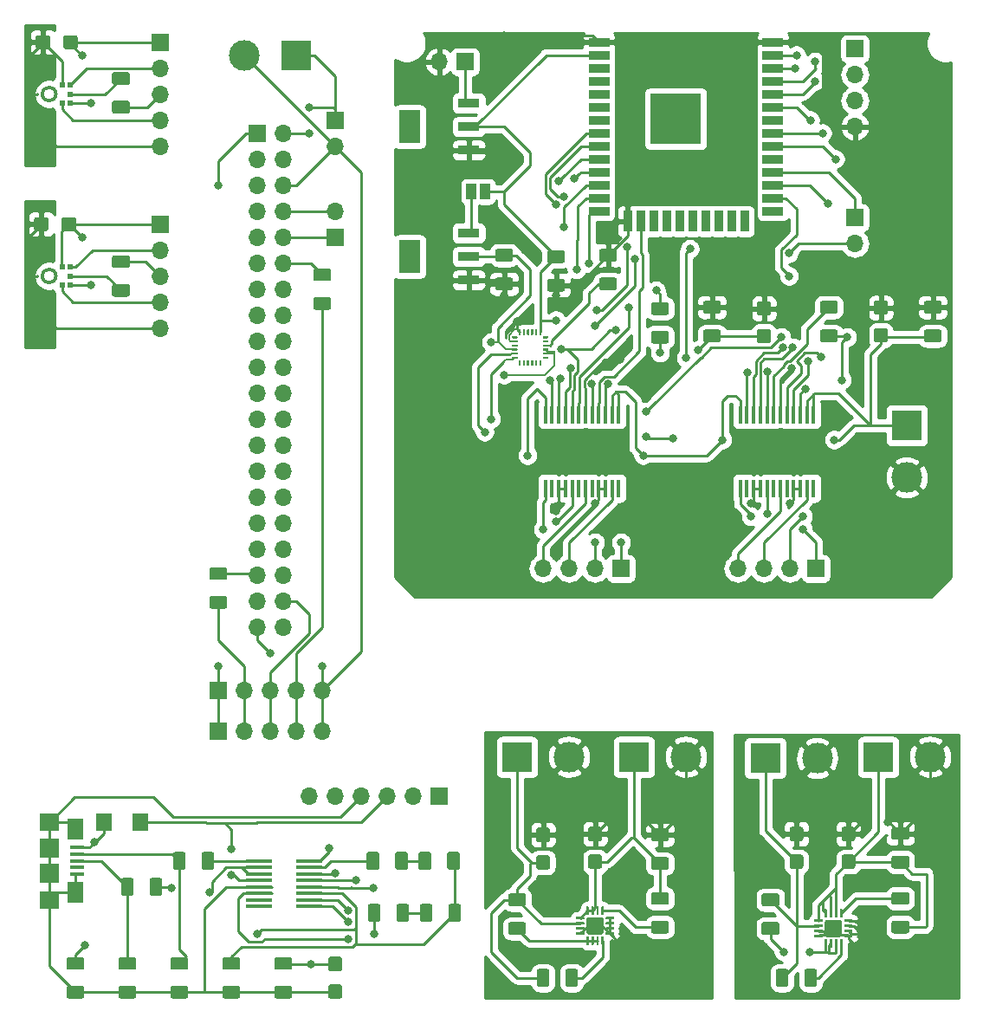
<source format=gbr>
G04 #@! TF.GenerationSoftware,KiCad,Pcbnew,(5.1.4-0-10_14)*
G04 #@! TF.CreationDate,2019-11-07T23:36:32+09:00*
G04 #@! TF.ProjectId,underwater,756e6465-7277-4617-9465-722e6b696361,rev?*
G04 #@! TF.SameCoordinates,Original*
G04 #@! TF.FileFunction,Copper,L1,Top*
G04 #@! TF.FilePolarity,Positive*
%FSLAX46Y46*%
G04 Gerber Fmt 4.6, Leading zero omitted, Abs format (unit mm)*
G04 Created by KiCad (PCBNEW (5.1.4-0-10_14)) date 2019-11-07 23:36:32*
%MOMM*%
%LPD*%
G04 APERTURE LIST*
%ADD10C,0.300000*%
%ADD11R,1.700000X1.700000*%
%ADD12O,1.700000X1.700000*%
%ADD13R,1.000000X1.500000*%
%ADD14C,0.300000*%
%ADD15R,0.522000X0.600000*%
%ADD16C,0.100000*%
%ADD17C,1.680000*%
%ADD18C,0.500000*%
%ADD19C,0.250000*%
%ADD20R,2.540000X0.457200*%
%ADD21R,5.000000X5.000000*%
%ADD22R,2.000000X0.900000*%
%ADD23R,0.900000X2.000000*%
%ADD24C,0.200000*%
%ADD25R,0.450000X1.750000*%
%ADD26C,1.250000*%
%ADD27C,1.350000*%
%ADD28R,1.500000X1.800000*%
%ADD29C,3.000000*%
%ADD30R,3.000000X3.000000*%
%ADD31R,1.350000X0.400000*%
%ADD32R,1.600000X2.100000*%
%ADD33R,1.900000X1.900000*%
%ADD34R,1.900000X1.800000*%
%ADD35R,2.150000X3.250000*%
%ADD36R,2.150000X0.950000*%
%ADD37C,0.800000*%
%ADD38C,0.250000*%
%ADD39C,0.200000*%
%ADD40C,0.254000*%
G04 APERTURE END LIST*
D10*
X109220000Y-57785000D02*
G75*
G03X109220000Y-57785000I-662000J0D01*
G01*
X109220000Y-40005000D02*
G75*
G03X109220000Y-40005000I-662000J0D01*
G01*
D11*
X125095000Y-102235000D03*
D12*
X127635000Y-102235000D03*
X130175000Y-102235000D03*
X132715000Y-102235000D03*
X135255000Y-102235000D03*
X135255000Y-98299999D03*
X132715000Y-98299999D03*
X130175000Y-98299999D03*
X127635000Y-98299999D03*
D11*
X125095000Y-98299999D03*
X128905000Y-43815000D03*
D12*
X131445000Y-43815000D03*
X128905000Y-46355000D03*
X131445000Y-46355000D03*
X128905000Y-48895000D03*
X131445000Y-48895000D03*
X128905000Y-51435000D03*
X131445000Y-51435000D03*
X128905000Y-53975000D03*
X131445000Y-53975000D03*
X128905000Y-56515000D03*
X131445000Y-56515000D03*
X128905000Y-59055000D03*
X131445000Y-59055000D03*
X128905000Y-61595000D03*
X131445000Y-61595000D03*
X128905000Y-64135000D03*
X131445000Y-64135000D03*
X128905000Y-66675000D03*
X131445000Y-66675000D03*
X128905000Y-69215000D03*
X131445000Y-69215000D03*
X128905000Y-71755000D03*
X131445000Y-71755000D03*
X128905000Y-74295000D03*
X131445000Y-74295000D03*
X128905000Y-76835000D03*
X131445000Y-76835000D03*
X128905000Y-79375000D03*
X131445000Y-79375000D03*
X128905000Y-81915000D03*
X131445000Y-81915000D03*
X128905000Y-84455000D03*
X131445000Y-84455000D03*
X128905000Y-86995000D03*
X131445000Y-86995000D03*
X128905000Y-89535000D03*
X131445000Y-89535000D03*
X128905000Y-92075000D03*
X131445000Y-92075000D03*
D13*
X151145000Y-49530000D03*
X149845000Y-49530000D03*
D14*
X107896000Y-57785000D03*
X109220000Y-57785000D03*
X108558000Y-57123000D03*
X108558000Y-58447000D03*
D15*
X110632000Y-56885000D03*
X109810000Y-56885000D03*
X109810000Y-58685000D03*
X110632000Y-58685000D03*
X110632000Y-57785000D03*
X110632000Y-40005000D03*
X110632000Y-40905000D03*
X109810000Y-40905000D03*
X109810000Y-39105000D03*
X110632000Y-39105000D03*
D14*
X108558000Y-40667000D03*
X108558000Y-39343000D03*
X109220000Y-40005000D03*
X107896000Y-40005000D03*
D16*
G36*
X185842004Y-120696204D02*
G01*
X185866273Y-120699804D01*
X185890071Y-120705765D01*
X185913171Y-120714030D01*
X185935349Y-120724520D01*
X185956393Y-120737133D01*
X185976098Y-120751747D01*
X185994277Y-120768223D01*
X186010753Y-120786402D01*
X186025367Y-120806107D01*
X186037980Y-120827151D01*
X186048470Y-120849329D01*
X186056735Y-120872429D01*
X186062696Y-120896227D01*
X186066296Y-120920496D01*
X186067500Y-120945000D01*
X186067500Y-122125000D01*
X186066296Y-122149504D01*
X186062696Y-122173773D01*
X186056735Y-122197571D01*
X186048470Y-122220671D01*
X186037980Y-122242849D01*
X186025367Y-122263893D01*
X186010753Y-122283598D01*
X185994277Y-122301777D01*
X185976098Y-122318253D01*
X185956393Y-122332867D01*
X185935349Y-122345480D01*
X185913171Y-122355970D01*
X185890071Y-122364235D01*
X185866273Y-122370196D01*
X185842004Y-122373796D01*
X185817500Y-122375000D01*
X184637500Y-122375000D01*
X184612996Y-122373796D01*
X184588727Y-122370196D01*
X184564929Y-122364235D01*
X184541829Y-122355970D01*
X184519651Y-122345480D01*
X184498607Y-122332867D01*
X184478902Y-122318253D01*
X184460723Y-122301777D01*
X184444247Y-122283598D01*
X184429633Y-122263893D01*
X184417020Y-122242849D01*
X184406530Y-122220671D01*
X184398265Y-122197571D01*
X184392304Y-122173773D01*
X184388704Y-122149504D01*
X184387500Y-122125000D01*
X184387500Y-120945000D01*
X184388704Y-120920496D01*
X184392304Y-120896227D01*
X184398265Y-120872429D01*
X184406530Y-120849329D01*
X184417020Y-120827151D01*
X184429633Y-120806107D01*
X184444247Y-120786402D01*
X184460723Y-120768223D01*
X184478902Y-120751747D01*
X184498607Y-120737133D01*
X184519651Y-120724520D01*
X184541829Y-120714030D01*
X184564929Y-120705765D01*
X184588727Y-120699804D01*
X184612996Y-120696204D01*
X184637500Y-120695000D01*
X185817500Y-120695000D01*
X185842004Y-120696204D01*
X185842004Y-120696204D01*
G37*
D17*
X185227500Y-121535000D03*
D18*
X184637500Y-122125000D03*
X184637500Y-120945000D03*
X185817500Y-122125000D03*
X185817500Y-120945000D03*
D16*
G36*
X184546126Y-122585301D02*
G01*
X184552193Y-122586201D01*
X184558143Y-122587691D01*
X184563918Y-122589758D01*
X184569462Y-122592380D01*
X184574723Y-122595533D01*
X184579650Y-122599187D01*
X184584194Y-122603306D01*
X184588313Y-122607850D01*
X184591967Y-122612777D01*
X184595120Y-122618038D01*
X184597742Y-122623582D01*
X184599809Y-122629357D01*
X184601299Y-122635307D01*
X184602199Y-122641374D01*
X184602500Y-122647500D01*
X184602500Y-123347500D01*
X184602199Y-123353626D01*
X184601299Y-123359693D01*
X184599809Y-123365643D01*
X184597742Y-123371418D01*
X184595120Y-123376962D01*
X184591967Y-123382223D01*
X184588313Y-123387150D01*
X184584194Y-123391694D01*
X184579650Y-123395813D01*
X184574723Y-123399467D01*
X184569462Y-123402620D01*
X184563918Y-123405242D01*
X184558143Y-123407309D01*
X184552193Y-123408799D01*
X184546126Y-123409699D01*
X184540000Y-123410000D01*
X184415000Y-123410000D01*
X184408874Y-123409699D01*
X184402807Y-123408799D01*
X184396857Y-123407309D01*
X184391082Y-123405242D01*
X184385538Y-123402620D01*
X184380277Y-123399467D01*
X184375350Y-123395813D01*
X184370806Y-123391694D01*
X184366687Y-123387150D01*
X184363033Y-123382223D01*
X184359880Y-123376962D01*
X184357258Y-123371418D01*
X184355191Y-123365643D01*
X184353701Y-123359693D01*
X184352801Y-123353626D01*
X184352500Y-123347500D01*
X184352500Y-122647500D01*
X184352801Y-122641374D01*
X184353701Y-122635307D01*
X184355191Y-122629357D01*
X184357258Y-122623582D01*
X184359880Y-122618038D01*
X184363033Y-122612777D01*
X184366687Y-122607850D01*
X184370806Y-122603306D01*
X184375350Y-122599187D01*
X184380277Y-122595533D01*
X184385538Y-122592380D01*
X184391082Y-122589758D01*
X184396857Y-122587691D01*
X184402807Y-122586201D01*
X184408874Y-122585301D01*
X184415000Y-122585000D01*
X184540000Y-122585000D01*
X184546126Y-122585301D01*
X184546126Y-122585301D01*
G37*
D19*
X184477500Y-122997500D03*
D16*
G36*
X185046126Y-122585301D02*
G01*
X185052193Y-122586201D01*
X185058143Y-122587691D01*
X185063918Y-122589758D01*
X185069462Y-122592380D01*
X185074723Y-122595533D01*
X185079650Y-122599187D01*
X185084194Y-122603306D01*
X185088313Y-122607850D01*
X185091967Y-122612777D01*
X185095120Y-122618038D01*
X185097742Y-122623582D01*
X185099809Y-122629357D01*
X185101299Y-122635307D01*
X185102199Y-122641374D01*
X185102500Y-122647500D01*
X185102500Y-123347500D01*
X185102199Y-123353626D01*
X185101299Y-123359693D01*
X185099809Y-123365643D01*
X185097742Y-123371418D01*
X185095120Y-123376962D01*
X185091967Y-123382223D01*
X185088313Y-123387150D01*
X185084194Y-123391694D01*
X185079650Y-123395813D01*
X185074723Y-123399467D01*
X185069462Y-123402620D01*
X185063918Y-123405242D01*
X185058143Y-123407309D01*
X185052193Y-123408799D01*
X185046126Y-123409699D01*
X185040000Y-123410000D01*
X184915000Y-123410000D01*
X184908874Y-123409699D01*
X184902807Y-123408799D01*
X184896857Y-123407309D01*
X184891082Y-123405242D01*
X184885538Y-123402620D01*
X184880277Y-123399467D01*
X184875350Y-123395813D01*
X184870806Y-123391694D01*
X184866687Y-123387150D01*
X184863033Y-123382223D01*
X184859880Y-123376962D01*
X184857258Y-123371418D01*
X184855191Y-123365643D01*
X184853701Y-123359693D01*
X184852801Y-123353626D01*
X184852500Y-123347500D01*
X184852500Y-122647500D01*
X184852801Y-122641374D01*
X184853701Y-122635307D01*
X184855191Y-122629357D01*
X184857258Y-122623582D01*
X184859880Y-122618038D01*
X184863033Y-122612777D01*
X184866687Y-122607850D01*
X184870806Y-122603306D01*
X184875350Y-122599187D01*
X184880277Y-122595533D01*
X184885538Y-122592380D01*
X184891082Y-122589758D01*
X184896857Y-122587691D01*
X184902807Y-122586201D01*
X184908874Y-122585301D01*
X184915000Y-122585000D01*
X185040000Y-122585000D01*
X185046126Y-122585301D01*
X185046126Y-122585301D01*
G37*
D19*
X184977500Y-122997500D03*
D16*
G36*
X185546126Y-122585301D02*
G01*
X185552193Y-122586201D01*
X185558143Y-122587691D01*
X185563918Y-122589758D01*
X185569462Y-122592380D01*
X185574723Y-122595533D01*
X185579650Y-122599187D01*
X185584194Y-122603306D01*
X185588313Y-122607850D01*
X185591967Y-122612777D01*
X185595120Y-122618038D01*
X185597742Y-122623582D01*
X185599809Y-122629357D01*
X185601299Y-122635307D01*
X185602199Y-122641374D01*
X185602500Y-122647500D01*
X185602500Y-123347500D01*
X185602199Y-123353626D01*
X185601299Y-123359693D01*
X185599809Y-123365643D01*
X185597742Y-123371418D01*
X185595120Y-123376962D01*
X185591967Y-123382223D01*
X185588313Y-123387150D01*
X185584194Y-123391694D01*
X185579650Y-123395813D01*
X185574723Y-123399467D01*
X185569462Y-123402620D01*
X185563918Y-123405242D01*
X185558143Y-123407309D01*
X185552193Y-123408799D01*
X185546126Y-123409699D01*
X185540000Y-123410000D01*
X185415000Y-123410000D01*
X185408874Y-123409699D01*
X185402807Y-123408799D01*
X185396857Y-123407309D01*
X185391082Y-123405242D01*
X185385538Y-123402620D01*
X185380277Y-123399467D01*
X185375350Y-123395813D01*
X185370806Y-123391694D01*
X185366687Y-123387150D01*
X185363033Y-123382223D01*
X185359880Y-123376962D01*
X185357258Y-123371418D01*
X185355191Y-123365643D01*
X185353701Y-123359693D01*
X185352801Y-123353626D01*
X185352500Y-123347500D01*
X185352500Y-122647500D01*
X185352801Y-122641374D01*
X185353701Y-122635307D01*
X185355191Y-122629357D01*
X185357258Y-122623582D01*
X185359880Y-122618038D01*
X185363033Y-122612777D01*
X185366687Y-122607850D01*
X185370806Y-122603306D01*
X185375350Y-122599187D01*
X185380277Y-122595533D01*
X185385538Y-122592380D01*
X185391082Y-122589758D01*
X185396857Y-122587691D01*
X185402807Y-122586201D01*
X185408874Y-122585301D01*
X185415000Y-122585000D01*
X185540000Y-122585000D01*
X185546126Y-122585301D01*
X185546126Y-122585301D01*
G37*
D19*
X185477500Y-122997500D03*
D16*
G36*
X186046126Y-122585301D02*
G01*
X186052193Y-122586201D01*
X186058143Y-122587691D01*
X186063918Y-122589758D01*
X186069462Y-122592380D01*
X186074723Y-122595533D01*
X186079650Y-122599187D01*
X186084194Y-122603306D01*
X186088313Y-122607850D01*
X186091967Y-122612777D01*
X186095120Y-122618038D01*
X186097742Y-122623582D01*
X186099809Y-122629357D01*
X186101299Y-122635307D01*
X186102199Y-122641374D01*
X186102500Y-122647500D01*
X186102500Y-123347500D01*
X186102199Y-123353626D01*
X186101299Y-123359693D01*
X186099809Y-123365643D01*
X186097742Y-123371418D01*
X186095120Y-123376962D01*
X186091967Y-123382223D01*
X186088313Y-123387150D01*
X186084194Y-123391694D01*
X186079650Y-123395813D01*
X186074723Y-123399467D01*
X186069462Y-123402620D01*
X186063918Y-123405242D01*
X186058143Y-123407309D01*
X186052193Y-123408799D01*
X186046126Y-123409699D01*
X186040000Y-123410000D01*
X185915000Y-123410000D01*
X185908874Y-123409699D01*
X185902807Y-123408799D01*
X185896857Y-123407309D01*
X185891082Y-123405242D01*
X185885538Y-123402620D01*
X185880277Y-123399467D01*
X185875350Y-123395813D01*
X185870806Y-123391694D01*
X185866687Y-123387150D01*
X185863033Y-123382223D01*
X185859880Y-123376962D01*
X185857258Y-123371418D01*
X185855191Y-123365643D01*
X185853701Y-123359693D01*
X185852801Y-123353626D01*
X185852500Y-123347500D01*
X185852500Y-122647500D01*
X185852801Y-122641374D01*
X185853701Y-122635307D01*
X185855191Y-122629357D01*
X185857258Y-122623582D01*
X185859880Y-122618038D01*
X185863033Y-122612777D01*
X185866687Y-122607850D01*
X185870806Y-122603306D01*
X185875350Y-122599187D01*
X185880277Y-122595533D01*
X185885538Y-122592380D01*
X185891082Y-122589758D01*
X185896857Y-122587691D01*
X185902807Y-122586201D01*
X185908874Y-122585301D01*
X185915000Y-122585000D01*
X186040000Y-122585000D01*
X186046126Y-122585301D01*
X186046126Y-122585301D01*
G37*
D19*
X185977500Y-122997500D03*
D16*
G36*
X187046126Y-122160301D02*
G01*
X187052193Y-122161201D01*
X187058143Y-122162691D01*
X187063918Y-122164758D01*
X187069462Y-122167380D01*
X187074723Y-122170533D01*
X187079650Y-122174187D01*
X187084194Y-122178306D01*
X187088313Y-122182850D01*
X187091967Y-122187777D01*
X187095120Y-122193038D01*
X187097742Y-122198582D01*
X187099809Y-122204357D01*
X187101299Y-122210307D01*
X187102199Y-122216374D01*
X187102500Y-122222500D01*
X187102500Y-122347500D01*
X187102199Y-122353626D01*
X187101299Y-122359693D01*
X187099809Y-122365643D01*
X187097742Y-122371418D01*
X187095120Y-122376962D01*
X187091967Y-122382223D01*
X187088313Y-122387150D01*
X187084194Y-122391694D01*
X187079650Y-122395813D01*
X187074723Y-122399467D01*
X187069462Y-122402620D01*
X187063918Y-122405242D01*
X187058143Y-122407309D01*
X187052193Y-122408799D01*
X187046126Y-122409699D01*
X187040000Y-122410000D01*
X186340000Y-122410000D01*
X186333874Y-122409699D01*
X186327807Y-122408799D01*
X186321857Y-122407309D01*
X186316082Y-122405242D01*
X186310538Y-122402620D01*
X186305277Y-122399467D01*
X186300350Y-122395813D01*
X186295806Y-122391694D01*
X186291687Y-122387150D01*
X186288033Y-122382223D01*
X186284880Y-122376962D01*
X186282258Y-122371418D01*
X186280191Y-122365643D01*
X186278701Y-122359693D01*
X186277801Y-122353626D01*
X186277500Y-122347500D01*
X186277500Y-122222500D01*
X186277801Y-122216374D01*
X186278701Y-122210307D01*
X186280191Y-122204357D01*
X186282258Y-122198582D01*
X186284880Y-122193038D01*
X186288033Y-122187777D01*
X186291687Y-122182850D01*
X186295806Y-122178306D01*
X186300350Y-122174187D01*
X186305277Y-122170533D01*
X186310538Y-122167380D01*
X186316082Y-122164758D01*
X186321857Y-122162691D01*
X186327807Y-122161201D01*
X186333874Y-122160301D01*
X186340000Y-122160000D01*
X187040000Y-122160000D01*
X187046126Y-122160301D01*
X187046126Y-122160301D01*
G37*
D19*
X186690000Y-122285000D03*
D16*
G36*
X187046126Y-121660301D02*
G01*
X187052193Y-121661201D01*
X187058143Y-121662691D01*
X187063918Y-121664758D01*
X187069462Y-121667380D01*
X187074723Y-121670533D01*
X187079650Y-121674187D01*
X187084194Y-121678306D01*
X187088313Y-121682850D01*
X187091967Y-121687777D01*
X187095120Y-121693038D01*
X187097742Y-121698582D01*
X187099809Y-121704357D01*
X187101299Y-121710307D01*
X187102199Y-121716374D01*
X187102500Y-121722500D01*
X187102500Y-121847500D01*
X187102199Y-121853626D01*
X187101299Y-121859693D01*
X187099809Y-121865643D01*
X187097742Y-121871418D01*
X187095120Y-121876962D01*
X187091967Y-121882223D01*
X187088313Y-121887150D01*
X187084194Y-121891694D01*
X187079650Y-121895813D01*
X187074723Y-121899467D01*
X187069462Y-121902620D01*
X187063918Y-121905242D01*
X187058143Y-121907309D01*
X187052193Y-121908799D01*
X187046126Y-121909699D01*
X187040000Y-121910000D01*
X186340000Y-121910000D01*
X186333874Y-121909699D01*
X186327807Y-121908799D01*
X186321857Y-121907309D01*
X186316082Y-121905242D01*
X186310538Y-121902620D01*
X186305277Y-121899467D01*
X186300350Y-121895813D01*
X186295806Y-121891694D01*
X186291687Y-121887150D01*
X186288033Y-121882223D01*
X186284880Y-121876962D01*
X186282258Y-121871418D01*
X186280191Y-121865643D01*
X186278701Y-121859693D01*
X186277801Y-121853626D01*
X186277500Y-121847500D01*
X186277500Y-121722500D01*
X186277801Y-121716374D01*
X186278701Y-121710307D01*
X186280191Y-121704357D01*
X186282258Y-121698582D01*
X186284880Y-121693038D01*
X186288033Y-121687777D01*
X186291687Y-121682850D01*
X186295806Y-121678306D01*
X186300350Y-121674187D01*
X186305277Y-121670533D01*
X186310538Y-121667380D01*
X186316082Y-121664758D01*
X186321857Y-121662691D01*
X186327807Y-121661201D01*
X186333874Y-121660301D01*
X186340000Y-121660000D01*
X187040000Y-121660000D01*
X187046126Y-121660301D01*
X187046126Y-121660301D01*
G37*
D19*
X186690000Y-121785000D03*
D16*
G36*
X187046126Y-121160301D02*
G01*
X187052193Y-121161201D01*
X187058143Y-121162691D01*
X187063918Y-121164758D01*
X187069462Y-121167380D01*
X187074723Y-121170533D01*
X187079650Y-121174187D01*
X187084194Y-121178306D01*
X187088313Y-121182850D01*
X187091967Y-121187777D01*
X187095120Y-121193038D01*
X187097742Y-121198582D01*
X187099809Y-121204357D01*
X187101299Y-121210307D01*
X187102199Y-121216374D01*
X187102500Y-121222500D01*
X187102500Y-121347500D01*
X187102199Y-121353626D01*
X187101299Y-121359693D01*
X187099809Y-121365643D01*
X187097742Y-121371418D01*
X187095120Y-121376962D01*
X187091967Y-121382223D01*
X187088313Y-121387150D01*
X187084194Y-121391694D01*
X187079650Y-121395813D01*
X187074723Y-121399467D01*
X187069462Y-121402620D01*
X187063918Y-121405242D01*
X187058143Y-121407309D01*
X187052193Y-121408799D01*
X187046126Y-121409699D01*
X187040000Y-121410000D01*
X186340000Y-121410000D01*
X186333874Y-121409699D01*
X186327807Y-121408799D01*
X186321857Y-121407309D01*
X186316082Y-121405242D01*
X186310538Y-121402620D01*
X186305277Y-121399467D01*
X186300350Y-121395813D01*
X186295806Y-121391694D01*
X186291687Y-121387150D01*
X186288033Y-121382223D01*
X186284880Y-121376962D01*
X186282258Y-121371418D01*
X186280191Y-121365643D01*
X186278701Y-121359693D01*
X186277801Y-121353626D01*
X186277500Y-121347500D01*
X186277500Y-121222500D01*
X186277801Y-121216374D01*
X186278701Y-121210307D01*
X186280191Y-121204357D01*
X186282258Y-121198582D01*
X186284880Y-121193038D01*
X186288033Y-121187777D01*
X186291687Y-121182850D01*
X186295806Y-121178306D01*
X186300350Y-121174187D01*
X186305277Y-121170533D01*
X186310538Y-121167380D01*
X186316082Y-121164758D01*
X186321857Y-121162691D01*
X186327807Y-121161201D01*
X186333874Y-121160301D01*
X186340000Y-121160000D01*
X187040000Y-121160000D01*
X187046126Y-121160301D01*
X187046126Y-121160301D01*
G37*
D19*
X186690000Y-121285000D03*
D16*
G36*
X187046126Y-120660301D02*
G01*
X187052193Y-120661201D01*
X187058143Y-120662691D01*
X187063918Y-120664758D01*
X187069462Y-120667380D01*
X187074723Y-120670533D01*
X187079650Y-120674187D01*
X187084194Y-120678306D01*
X187088313Y-120682850D01*
X187091967Y-120687777D01*
X187095120Y-120693038D01*
X187097742Y-120698582D01*
X187099809Y-120704357D01*
X187101299Y-120710307D01*
X187102199Y-120716374D01*
X187102500Y-120722500D01*
X187102500Y-120847500D01*
X187102199Y-120853626D01*
X187101299Y-120859693D01*
X187099809Y-120865643D01*
X187097742Y-120871418D01*
X187095120Y-120876962D01*
X187091967Y-120882223D01*
X187088313Y-120887150D01*
X187084194Y-120891694D01*
X187079650Y-120895813D01*
X187074723Y-120899467D01*
X187069462Y-120902620D01*
X187063918Y-120905242D01*
X187058143Y-120907309D01*
X187052193Y-120908799D01*
X187046126Y-120909699D01*
X187040000Y-120910000D01*
X186340000Y-120910000D01*
X186333874Y-120909699D01*
X186327807Y-120908799D01*
X186321857Y-120907309D01*
X186316082Y-120905242D01*
X186310538Y-120902620D01*
X186305277Y-120899467D01*
X186300350Y-120895813D01*
X186295806Y-120891694D01*
X186291687Y-120887150D01*
X186288033Y-120882223D01*
X186284880Y-120876962D01*
X186282258Y-120871418D01*
X186280191Y-120865643D01*
X186278701Y-120859693D01*
X186277801Y-120853626D01*
X186277500Y-120847500D01*
X186277500Y-120722500D01*
X186277801Y-120716374D01*
X186278701Y-120710307D01*
X186280191Y-120704357D01*
X186282258Y-120698582D01*
X186284880Y-120693038D01*
X186288033Y-120687777D01*
X186291687Y-120682850D01*
X186295806Y-120678306D01*
X186300350Y-120674187D01*
X186305277Y-120670533D01*
X186310538Y-120667380D01*
X186316082Y-120664758D01*
X186321857Y-120662691D01*
X186327807Y-120661201D01*
X186333874Y-120660301D01*
X186340000Y-120660000D01*
X187040000Y-120660000D01*
X187046126Y-120660301D01*
X187046126Y-120660301D01*
G37*
D19*
X186690000Y-120785000D03*
D16*
G36*
X186046126Y-119660301D02*
G01*
X186052193Y-119661201D01*
X186058143Y-119662691D01*
X186063918Y-119664758D01*
X186069462Y-119667380D01*
X186074723Y-119670533D01*
X186079650Y-119674187D01*
X186084194Y-119678306D01*
X186088313Y-119682850D01*
X186091967Y-119687777D01*
X186095120Y-119693038D01*
X186097742Y-119698582D01*
X186099809Y-119704357D01*
X186101299Y-119710307D01*
X186102199Y-119716374D01*
X186102500Y-119722500D01*
X186102500Y-120422500D01*
X186102199Y-120428626D01*
X186101299Y-120434693D01*
X186099809Y-120440643D01*
X186097742Y-120446418D01*
X186095120Y-120451962D01*
X186091967Y-120457223D01*
X186088313Y-120462150D01*
X186084194Y-120466694D01*
X186079650Y-120470813D01*
X186074723Y-120474467D01*
X186069462Y-120477620D01*
X186063918Y-120480242D01*
X186058143Y-120482309D01*
X186052193Y-120483799D01*
X186046126Y-120484699D01*
X186040000Y-120485000D01*
X185915000Y-120485000D01*
X185908874Y-120484699D01*
X185902807Y-120483799D01*
X185896857Y-120482309D01*
X185891082Y-120480242D01*
X185885538Y-120477620D01*
X185880277Y-120474467D01*
X185875350Y-120470813D01*
X185870806Y-120466694D01*
X185866687Y-120462150D01*
X185863033Y-120457223D01*
X185859880Y-120451962D01*
X185857258Y-120446418D01*
X185855191Y-120440643D01*
X185853701Y-120434693D01*
X185852801Y-120428626D01*
X185852500Y-120422500D01*
X185852500Y-119722500D01*
X185852801Y-119716374D01*
X185853701Y-119710307D01*
X185855191Y-119704357D01*
X185857258Y-119698582D01*
X185859880Y-119693038D01*
X185863033Y-119687777D01*
X185866687Y-119682850D01*
X185870806Y-119678306D01*
X185875350Y-119674187D01*
X185880277Y-119670533D01*
X185885538Y-119667380D01*
X185891082Y-119664758D01*
X185896857Y-119662691D01*
X185902807Y-119661201D01*
X185908874Y-119660301D01*
X185915000Y-119660000D01*
X186040000Y-119660000D01*
X186046126Y-119660301D01*
X186046126Y-119660301D01*
G37*
D19*
X185977500Y-120072500D03*
D16*
G36*
X185546126Y-119660301D02*
G01*
X185552193Y-119661201D01*
X185558143Y-119662691D01*
X185563918Y-119664758D01*
X185569462Y-119667380D01*
X185574723Y-119670533D01*
X185579650Y-119674187D01*
X185584194Y-119678306D01*
X185588313Y-119682850D01*
X185591967Y-119687777D01*
X185595120Y-119693038D01*
X185597742Y-119698582D01*
X185599809Y-119704357D01*
X185601299Y-119710307D01*
X185602199Y-119716374D01*
X185602500Y-119722500D01*
X185602500Y-120422500D01*
X185602199Y-120428626D01*
X185601299Y-120434693D01*
X185599809Y-120440643D01*
X185597742Y-120446418D01*
X185595120Y-120451962D01*
X185591967Y-120457223D01*
X185588313Y-120462150D01*
X185584194Y-120466694D01*
X185579650Y-120470813D01*
X185574723Y-120474467D01*
X185569462Y-120477620D01*
X185563918Y-120480242D01*
X185558143Y-120482309D01*
X185552193Y-120483799D01*
X185546126Y-120484699D01*
X185540000Y-120485000D01*
X185415000Y-120485000D01*
X185408874Y-120484699D01*
X185402807Y-120483799D01*
X185396857Y-120482309D01*
X185391082Y-120480242D01*
X185385538Y-120477620D01*
X185380277Y-120474467D01*
X185375350Y-120470813D01*
X185370806Y-120466694D01*
X185366687Y-120462150D01*
X185363033Y-120457223D01*
X185359880Y-120451962D01*
X185357258Y-120446418D01*
X185355191Y-120440643D01*
X185353701Y-120434693D01*
X185352801Y-120428626D01*
X185352500Y-120422500D01*
X185352500Y-119722500D01*
X185352801Y-119716374D01*
X185353701Y-119710307D01*
X185355191Y-119704357D01*
X185357258Y-119698582D01*
X185359880Y-119693038D01*
X185363033Y-119687777D01*
X185366687Y-119682850D01*
X185370806Y-119678306D01*
X185375350Y-119674187D01*
X185380277Y-119670533D01*
X185385538Y-119667380D01*
X185391082Y-119664758D01*
X185396857Y-119662691D01*
X185402807Y-119661201D01*
X185408874Y-119660301D01*
X185415000Y-119660000D01*
X185540000Y-119660000D01*
X185546126Y-119660301D01*
X185546126Y-119660301D01*
G37*
D19*
X185477500Y-120072500D03*
D16*
G36*
X185046126Y-119660301D02*
G01*
X185052193Y-119661201D01*
X185058143Y-119662691D01*
X185063918Y-119664758D01*
X185069462Y-119667380D01*
X185074723Y-119670533D01*
X185079650Y-119674187D01*
X185084194Y-119678306D01*
X185088313Y-119682850D01*
X185091967Y-119687777D01*
X185095120Y-119693038D01*
X185097742Y-119698582D01*
X185099809Y-119704357D01*
X185101299Y-119710307D01*
X185102199Y-119716374D01*
X185102500Y-119722500D01*
X185102500Y-120422500D01*
X185102199Y-120428626D01*
X185101299Y-120434693D01*
X185099809Y-120440643D01*
X185097742Y-120446418D01*
X185095120Y-120451962D01*
X185091967Y-120457223D01*
X185088313Y-120462150D01*
X185084194Y-120466694D01*
X185079650Y-120470813D01*
X185074723Y-120474467D01*
X185069462Y-120477620D01*
X185063918Y-120480242D01*
X185058143Y-120482309D01*
X185052193Y-120483799D01*
X185046126Y-120484699D01*
X185040000Y-120485000D01*
X184915000Y-120485000D01*
X184908874Y-120484699D01*
X184902807Y-120483799D01*
X184896857Y-120482309D01*
X184891082Y-120480242D01*
X184885538Y-120477620D01*
X184880277Y-120474467D01*
X184875350Y-120470813D01*
X184870806Y-120466694D01*
X184866687Y-120462150D01*
X184863033Y-120457223D01*
X184859880Y-120451962D01*
X184857258Y-120446418D01*
X184855191Y-120440643D01*
X184853701Y-120434693D01*
X184852801Y-120428626D01*
X184852500Y-120422500D01*
X184852500Y-119722500D01*
X184852801Y-119716374D01*
X184853701Y-119710307D01*
X184855191Y-119704357D01*
X184857258Y-119698582D01*
X184859880Y-119693038D01*
X184863033Y-119687777D01*
X184866687Y-119682850D01*
X184870806Y-119678306D01*
X184875350Y-119674187D01*
X184880277Y-119670533D01*
X184885538Y-119667380D01*
X184891082Y-119664758D01*
X184896857Y-119662691D01*
X184902807Y-119661201D01*
X184908874Y-119660301D01*
X184915000Y-119660000D01*
X185040000Y-119660000D01*
X185046126Y-119660301D01*
X185046126Y-119660301D01*
G37*
D19*
X184977500Y-120072500D03*
D16*
G36*
X184546126Y-119660301D02*
G01*
X184552193Y-119661201D01*
X184558143Y-119662691D01*
X184563918Y-119664758D01*
X184569462Y-119667380D01*
X184574723Y-119670533D01*
X184579650Y-119674187D01*
X184584194Y-119678306D01*
X184588313Y-119682850D01*
X184591967Y-119687777D01*
X184595120Y-119693038D01*
X184597742Y-119698582D01*
X184599809Y-119704357D01*
X184601299Y-119710307D01*
X184602199Y-119716374D01*
X184602500Y-119722500D01*
X184602500Y-120422500D01*
X184602199Y-120428626D01*
X184601299Y-120434693D01*
X184599809Y-120440643D01*
X184597742Y-120446418D01*
X184595120Y-120451962D01*
X184591967Y-120457223D01*
X184588313Y-120462150D01*
X184584194Y-120466694D01*
X184579650Y-120470813D01*
X184574723Y-120474467D01*
X184569462Y-120477620D01*
X184563918Y-120480242D01*
X184558143Y-120482309D01*
X184552193Y-120483799D01*
X184546126Y-120484699D01*
X184540000Y-120485000D01*
X184415000Y-120485000D01*
X184408874Y-120484699D01*
X184402807Y-120483799D01*
X184396857Y-120482309D01*
X184391082Y-120480242D01*
X184385538Y-120477620D01*
X184380277Y-120474467D01*
X184375350Y-120470813D01*
X184370806Y-120466694D01*
X184366687Y-120462150D01*
X184363033Y-120457223D01*
X184359880Y-120451962D01*
X184357258Y-120446418D01*
X184355191Y-120440643D01*
X184353701Y-120434693D01*
X184352801Y-120428626D01*
X184352500Y-120422500D01*
X184352500Y-119722500D01*
X184352801Y-119716374D01*
X184353701Y-119710307D01*
X184355191Y-119704357D01*
X184357258Y-119698582D01*
X184359880Y-119693038D01*
X184363033Y-119687777D01*
X184366687Y-119682850D01*
X184370806Y-119678306D01*
X184375350Y-119674187D01*
X184380277Y-119670533D01*
X184385538Y-119667380D01*
X184391082Y-119664758D01*
X184396857Y-119662691D01*
X184402807Y-119661201D01*
X184408874Y-119660301D01*
X184415000Y-119660000D01*
X184540000Y-119660000D01*
X184546126Y-119660301D01*
X184546126Y-119660301D01*
G37*
D19*
X184477500Y-120072500D03*
D16*
G36*
X184121126Y-120660301D02*
G01*
X184127193Y-120661201D01*
X184133143Y-120662691D01*
X184138918Y-120664758D01*
X184144462Y-120667380D01*
X184149723Y-120670533D01*
X184154650Y-120674187D01*
X184159194Y-120678306D01*
X184163313Y-120682850D01*
X184166967Y-120687777D01*
X184170120Y-120693038D01*
X184172742Y-120698582D01*
X184174809Y-120704357D01*
X184176299Y-120710307D01*
X184177199Y-120716374D01*
X184177500Y-120722500D01*
X184177500Y-120847500D01*
X184177199Y-120853626D01*
X184176299Y-120859693D01*
X184174809Y-120865643D01*
X184172742Y-120871418D01*
X184170120Y-120876962D01*
X184166967Y-120882223D01*
X184163313Y-120887150D01*
X184159194Y-120891694D01*
X184154650Y-120895813D01*
X184149723Y-120899467D01*
X184144462Y-120902620D01*
X184138918Y-120905242D01*
X184133143Y-120907309D01*
X184127193Y-120908799D01*
X184121126Y-120909699D01*
X184115000Y-120910000D01*
X183415000Y-120910000D01*
X183408874Y-120909699D01*
X183402807Y-120908799D01*
X183396857Y-120907309D01*
X183391082Y-120905242D01*
X183385538Y-120902620D01*
X183380277Y-120899467D01*
X183375350Y-120895813D01*
X183370806Y-120891694D01*
X183366687Y-120887150D01*
X183363033Y-120882223D01*
X183359880Y-120876962D01*
X183357258Y-120871418D01*
X183355191Y-120865643D01*
X183353701Y-120859693D01*
X183352801Y-120853626D01*
X183352500Y-120847500D01*
X183352500Y-120722500D01*
X183352801Y-120716374D01*
X183353701Y-120710307D01*
X183355191Y-120704357D01*
X183357258Y-120698582D01*
X183359880Y-120693038D01*
X183363033Y-120687777D01*
X183366687Y-120682850D01*
X183370806Y-120678306D01*
X183375350Y-120674187D01*
X183380277Y-120670533D01*
X183385538Y-120667380D01*
X183391082Y-120664758D01*
X183396857Y-120662691D01*
X183402807Y-120661201D01*
X183408874Y-120660301D01*
X183415000Y-120660000D01*
X184115000Y-120660000D01*
X184121126Y-120660301D01*
X184121126Y-120660301D01*
G37*
D19*
X183765000Y-120785000D03*
D16*
G36*
X184121126Y-121160301D02*
G01*
X184127193Y-121161201D01*
X184133143Y-121162691D01*
X184138918Y-121164758D01*
X184144462Y-121167380D01*
X184149723Y-121170533D01*
X184154650Y-121174187D01*
X184159194Y-121178306D01*
X184163313Y-121182850D01*
X184166967Y-121187777D01*
X184170120Y-121193038D01*
X184172742Y-121198582D01*
X184174809Y-121204357D01*
X184176299Y-121210307D01*
X184177199Y-121216374D01*
X184177500Y-121222500D01*
X184177500Y-121347500D01*
X184177199Y-121353626D01*
X184176299Y-121359693D01*
X184174809Y-121365643D01*
X184172742Y-121371418D01*
X184170120Y-121376962D01*
X184166967Y-121382223D01*
X184163313Y-121387150D01*
X184159194Y-121391694D01*
X184154650Y-121395813D01*
X184149723Y-121399467D01*
X184144462Y-121402620D01*
X184138918Y-121405242D01*
X184133143Y-121407309D01*
X184127193Y-121408799D01*
X184121126Y-121409699D01*
X184115000Y-121410000D01*
X183415000Y-121410000D01*
X183408874Y-121409699D01*
X183402807Y-121408799D01*
X183396857Y-121407309D01*
X183391082Y-121405242D01*
X183385538Y-121402620D01*
X183380277Y-121399467D01*
X183375350Y-121395813D01*
X183370806Y-121391694D01*
X183366687Y-121387150D01*
X183363033Y-121382223D01*
X183359880Y-121376962D01*
X183357258Y-121371418D01*
X183355191Y-121365643D01*
X183353701Y-121359693D01*
X183352801Y-121353626D01*
X183352500Y-121347500D01*
X183352500Y-121222500D01*
X183352801Y-121216374D01*
X183353701Y-121210307D01*
X183355191Y-121204357D01*
X183357258Y-121198582D01*
X183359880Y-121193038D01*
X183363033Y-121187777D01*
X183366687Y-121182850D01*
X183370806Y-121178306D01*
X183375350Y-121174187D01*
X183380277Y-121170533D01*
X183385538Y-121167380D01*
X183391082Y-121164758D01*
X183396857Y-121162691D01*
X183402807Y-121161201D01*
X183408874Y-121160301D01*
X183415000Y-121160000D01*
X184115000Y-121160000D01*
X184121126Y-121160301D01*
X184121126Y-121160301D01*
G37*
D19*
X183765000Y-121285000D03*
D16*
G36*
X184121126Y-121660301D02*
G01*
X184127193Y-121661201D01*
X184133143Y-121662691D01*
X184138918Y-121664758D01*
X184144462Y-121667380D01*
X184149723Y-121670533D01*
X184154650Y-121674187D01*
X184159194Y-121678306D01*
X184163313Y-121682850D01*
X184166967Y-121687777D01*
X184170120Y-121693038D01*
X184172742Y-121698582D01*
X184174809Y-121704357D01*
X184176299Y-121710307D01*
X184177199Y-121716374D01*
X184177500Y-121722500D01*
X184177500Y-121847500D01*
X184177199Y-121853626D01*
X184176299Y-121859693D01*
X184174809Y-121865643D01*
X184172742Y-121871418D01*
X184170120Y-121876962D01*
X184166967Y-121882223D01*
X184163313Y-121887150D01*
X184159194Y-121891694D01*
X184154650Y-121895813D01*
X184149723Y-121899467D01*
X184144462Y-121902620D01*
X184138918Y-121905242D01*
X184133143Y-121907309D01*
X184127193Y-121908799D01*
X184121126Y-121909699D01*
X184115000Y-121910000D01*
X183415000Y-121910000D01*
X183408874Y-121909699D01*
X183402807Y-121908799D01*
X183396857Y-121907309D01*
X183391082Y-121905242D01*
X183385538Y-121902620D01*
X183380277Y-121899467D01*
X183375350Y-121895813D01*
X183370806Y-121891694D01*
X183366687Y-121887150D01*
X183363033Y-121882223D01*
X183359880Y-121876962D01*
X183357258Y-121871418D01*
X183355191Y-121865643D01*
X183353701Y-121859693D01*
X183352801Y-121853626D01*
X183352500Y-121847500D01*
X183352500Y-121722500D01*
X183352801Y-121716374D01*
X183353701Y-121710307D01*
X183355191Y-121704357D01*
X183357258Y-121698582D01*
X183359880Y-121693038D01*
X183363033Y-121687777D01*
X183366687Y-121682850D01*
X183370806Y-121678306D01*
X183375350Y-121674187D01*
X183380277Y-121670533D01*
X183385538Y-121667380D01*
X183391082Y-121664758D01*
X183396857Y-121662691D01*
X183402807Y-121661201D01*
X183408874Y-121660301D01*
X183415000Y-121660000D01*
X184115000Y-121660000D01*
X184121126Y-121660301D01*
X184121126Y-121660301D01*
G37*
D19*
X183765000Y-121785000D03*
D16*
G36*
X184121126Y-122160301D02*
G01*
X184127193Y-122161201D01*
X184133143Y-122162691D01*
X184138918Y-122164758D01*
X184144462Y-122167380D01*
X184149723Y-122170533D01*
X184154650Y-122174187D01*
X184159194Y-122178306D01*
X184163313Y-122182850D01*
X184166967Y-122187777D01*
X184170120Y-122193038D01*
X184172742Y-122198582D01*
X184174809Y-122204357D01*
X184176299Y-122210307D01*
X184177199Y-122216374D01*
X184177500Y-122222500D01*
X184177500Y-122347500D01*
X184177199Y-122353626D01*
X184176299Y-122359693D01*
X184174809Y-122365643D01*
X184172742Y-122371418D01*
X184170120Y-122376962D01*
X184166967Y-122382223D01*
X184163313Y-122387150D01*
X184159194Y-122391694D01*
X184154650Y-122395813D01*
X184149723Y-122399467D01*
X184144462Y-122402620D01*
X184138918Y-122405242D01*
X184133143Y-122407309D01*
X184127193Y-122408799D01*
X184121126Y-122409699D01*
X184115000Y-122410000D01*
X183415000Y-122410000D01*
X183408874Y-122409699D01*
X183402807Y-122408799D01*
X183396857Y-122407309D01*
X183391082Y-122405242D01*
X183385538Y-122402620D01*
X183380277Y-122399467D01*
X183375350Y-122395813D01*
X183370806Y-122391694D01*
X183366687Y-122387150D01*
X183363033Y-122382223D01*
X183359880Y-122376962D01*
X183357258Y-122371418D01*
X183355191Y-122365643D01*
X183353701Y-122359693D01*
X183352801Y-122353626D01*
X183352500Y-122347500D01*
X183352500Y-122222500D01*
X183352801Y-122216374D01*
X183353701Y-122210307D01*
X183355191Y-122204357D01*
X183357258Y-122198582D01*
X183359880Y-122193038D01*
X183363033Y-122187777D01*
X183366687Y-122182850D01*
X183370806Y-122178306D01*
X183375350Y-122174187D01*
X183380277Y-122170533D01*
X183385538Y-122167380D01*
X183391082Y-122164758D01*
X183396857Y-122162691D01*
X183402807Y-122161201D01*
X183408874Y-122160301D01*
X183415000Y-122160000D01*
X184115000Y-122160000D01*
X184121126Y-122160301D01*
X184121126Y-122160301D01*
G37*
D19*
X183765000Y-122285000D03*
D20*
X133985000Y-118745000D03*
X133985000Y-117475000D03*
X133985000Y-118110000D03*
X133985000Y-119380000D03*
X133985000Y-116840000D03*
X133985000Y-116205000D03*
X133985000Y-115570000D03*
X133985000Y-114935000D03*
X129057400Y-119380000D03*
X129057400Y-118745000D03*
X129057400Y-118110000D03*
X129057400Y-117475000D03*
X129057400Y-116840000D03*
X129057400Y-116205000D03*
X129057400Y-115570000D03*
X129057400Y-114935000D03*
D21*
X169815000Y-42425000D03*
D22*
X162315000Y-34925000D03*
X162315000Y-36195000D03*
X162315000Y-37465000D03*
X162315000Y-38735000D03*
X162315000Y-40005000D03*
X162315000Y-41275000D03*
X162315000Y-42545000D03*
X162315000Y-43815000D03*
X162315000Y-45085000D03*
X162315000Y-46355000D03*
X162315000Y-47625000D03*
X162315000Y-48895000D03*
X162315000Y-50165000D03*
X162315000Y-51435000D03*
D23*
X165100000Y-52435000D03*
X166370000Y-52435000D03*
X167640000Y-52435000D03*
X168910000Y-52435000D03*
X170180000Y-52435000D03*
X171450000Y-52435000D03*
X172720000Y-52435000D03*
X173990000Y-52435000D03*
X175260000Y-52435000D03*
X176530000Y-52435000D03*
D22*
X179315000Y-51435000D03*
X179315000Y-50165000D03*
X179315000Y-48895000D03*
X179315000Y-47625000D03*
X179315000Y-46355000D03*
X179315000Y-45085000D03*
X179315000Y-43815000D03*
X179315000Y-42545000D03*
X179315000Y-41275000D03*
X179315000Y-40005000D03*
X179315000Y-38735000D03*
X179315000Y-37465000D03*
X179315000Y-36195000D03*
X179315000Y-34925000D03*
D16*
G36*
X154629901Y-65995241D02*
G01*
X154634755Y-65995961D01*
X154639514Y-65997153D01*
X154644134Y-65998806D01*
X154648570Y-66000904D01*
X154652779Y-66003427D01*
X154656720Y-66006349D01*
X154660355Y-66009645D01*
X154663651Y-66013280D01*
X154666573Y-66017221D01*
X154669096Y-66021430D01*
X154671194Y-66025866D01*
X154672847Y-66030486D01*
X154674039Y-66035245D01*
X154674759Y-66040099D01*
X154675000Y-66045000D01*
X154675000Y-66495000D01*
X154674759Y-66499901D01*
X154674039Y-66504755D01*
X154672847Y-66509514D01*
X154671194Y-66514134D01*
X154669096Y-66518570D01*
X154666573Y-66522779D01*
X154663651Y-66526720D01*
X154660355Y-66530355D01*
X154656720Y-66533651D01*
X154652779Y-66536573D01*
X154648570Y-66539096D01*
X154644134Y-66541194D01*
X154639514Y-66542847D01*
X154634755Y-66544039D01*
X154629901Y-66544759D01*
X154625000Y-66545000D01*
X154525000Y-66545000D01*
X154520099Y-66544759D01*
X154515245Y-66544039D01*
X154510486Y-66542847D01*
X154505866Y-66541194D01*
X154501430Y-66539096D01*
X154497221Y-66536573D01*
X154493280Y-66533651D01*
X154489645Y-66530355D01*
X154486349Y-66526720D01*
X154483427Y-66522779D01*
X154480904Y-66518570D01*
X154478806Y-66514134D01*
X154477153Y-66509514D01*
X154475961Y-66504755D01*
X154475241Y-66499901D01*
X154475000Y-66495000D01*
X154475000Y-66045000D01*
X154475241Y-66040099D01*
X154475961Y-66035245D01*
X154477153Y-66030486D01*
X154478806Y-66025866D01*
X154480904Y-66021430D01*
X154483427Y-66017221D01*
X154486349Y-66013280D01*
X154489645Y-66009645D01*
X154493280Y-66006349D01*
X154497221Y-66003427D01*
X154501430Y-66000904D01*
X154505866Y-65998806D01*
X154510486Y-65997153D01*
X154515245Y-65995961D01*
X154520099Y-65995241D01*
X154525000Y-65995000D01*
X154625000Y-65995000D01*
X154629901Y-65995241D01*
X154629901Y-65995241D01*
G37*
D24*
X154575000Y-66270000D03*
D16*
G36*
X155029901Y-65995241D02*
G01*
X155034755Y-65995961D01*
X155039514Y-65997153D01*
X155044134Y-65998806D01*
X155048570Y-66000904D01*
X155052779Y-66003427D01*
X155056720Y-66006349D01*
X155060355Y-66009645D01*
X155063651Y-66013280D01*
X155066573Y-66017221D01*
X155069096Y-66021430D01*
X155071194Y-66025866D01*
X155072847Y-66030486D01*
X155074039Y-66035245D01*
X155074759Y-66040099D01*
X155075000Y-66045000D01*
X155075000Y-66495000D01*
X155074759Y-66499901D01*
X155074039Y-66504755D01*
X155072847Y-66509514D01*
X155071194Y-66514134D01*
X155069096Y-66518570D01*
X155066573Y-66522779D01*
X155063651Y-66526720D01*
X155060355Y-66530355D01*
X155056720Y-66533651D01*
X155052779Y-66536573D01*
X155048570Y-66539096D01*
X155044134Y-66541194D01*
X155039514Y-66542847D01*
X155034755Y-66544039D01*
X155029901Y-66544759D01*
X155025000Y-66545000D01*
X154925000Y-66545000D01*
X154920099Y-66544759D01*
X154915245Y-66544039D01*
X154910486Y-66542847D01*
X154905866Y-66541194D01*
X154901430Y-66539096D01*
X154897221Y-66536573D01*
X154893280Y-66533651D01*
X154889645Y-66530355D01*
X154886349Y-66526720D01*
X154883427Y-66522779D01*
X154880904Y-66518570D01*
X154878806Y-66514134D01*
X154877153Y-66509514D01*
X154875961Y-66504755D01*
X154875241Y-66499901D01*
X154875000Y-66495000D01*
X154875000Y-66045000D01*
X154875241Y-66040099D01*
X154875961Y-66035245D01*
X154877153Y-66030486D01*
X154878806Y-66025866D01*
X154880904Y-66021430D01*
X154883427Y-66017221D01*
X154886349Y-66013280D01*
X154889645Y-66009645D01*
X154893280Y-66006349D01*
X154897221Y-66003427D01*
X154901430Y-66000904D01*
X154905866Y-65998806D01*
X154910486Y-65997153D01*
X154915245Y-65995961D01*
X154920099Y-65995241D01*
X154925000Y-65995000D01*
X155025000Y-65995000D01*
X155029901Y-65995241D01*
X155029901Y-65995241D01*
G37*
D24*
X154975000Y-66270000D03*
D16*
G36*
X155429901Y-65995241D02*
G01*
X155434755Y-65995961D01*
X155439514Y-65997153D01*
X155444134Y-65998806D01*
X155448570Y-66000904D01*
X155452779Y-66003427D01*
X155456720Y-66006349D01*
X155460355Y-66009645D01*
X155463651Y-66013280D01*
X155466573Y-66017221D01*
X155469096Y-66021430D01*
X155471194Y-66025866D01*
X155472847Y-66030486D01*
X155474039Y-66035245D01*
X155474759Y-66040099D01*
X155475000Y-66045000D01*
X155475000Y-66495000D01*
X155474759Y-66499901D01*
X155474039Y-66504755D01*
X155472847Y-66509514D01*
X155471194Y-66514134D01*
X155469096Y-66518570D01*
X155466573Y-66522779D01*
X155463651Y-66526720D01*
X155460355Y-66530355D01*
X155456720Y-66533651D01*
X155452779Y-66536573D01*
X155448570Y-66539096D01*
X155444134Y-66541194D01*
X155439514Y-66542847D01*
X155434755Y-66544039D01*
X155429901Y-66544759D01*
X155425000Y-66545000D01*
X155325000Y-66545000D01*
X155320099Y-66544759D01*
X155315245Y-66544039D01*
X155310486Y-66542847D01*
X155305866Y-66541194D01*
X155301430Y-66539096D01*
X155297221Y-66536573D01*
X155293280Y-66533651D01*
X155289645Y-66530355D01*
X155286349Y-66526720D01*
X155283427Y-66522779D01*
X155280904Y-66518570D01*
X155278806Y-66514134D01*
X155277153Y-66509514D01*
X155275961Y-66504755D01*
X155275241Y-66499901D01*
X155275000Y-66495000D01*
X155275000Y-66045000D01*
X155275241Y-66040099D01*
X155275961Y-66035245D01*
X155277153Y-66030486D01*
X155278806Y-66025866D01*
X155280904Y-66021430D01*
X155283427Y-66017221D01*
X155286349Y-66013280D01*
X155289645Y-66009645D01*
X155293280Y-66006349D01*
X155297221Y-66003427D01*
X155301430Y-66000904D01*
X155305866Y-65998806D01*
X155310486Y-65997153D01*
X155315245Y-65995961D01*
X155320099Y-65995241D01*
X155325000Y-65995000D01*
X155425000Y-65995000D01*
X155429901Y-65995241D01*
X155429901Y-65995241D01*
G37*
D24*
X155375000Y-66270000D03*
D16*
G36*
X155829901Y-65995241D02*
G01*
X155834755Y-65995961D01*
X155839514Y-65997153D01*
X155844134Y-65998806D01*
X155848570Y-66000904D01*
X155852779Y-66003427D01*
X155856720Y-66006349D01*
X155860355Y-66009645D01*
X155863651Y-66013280D01*
X155866573Y-66017221D01*
X155869096Y-66021430D01*
X155871194Y-66025866D01*
X155872847Y-66030486D01*
X155874039Y-66035245D01*
X155874759Y-66040099D01*
X155875000Y-66045000D01*
X155875000Y-66495000D01*
X155874759Y-66499901D01*
X155874039Y-66504755D01*
X155872847Y-66509514D01*
X155871194Y-66514134D01*
X155869096Y-66518570D01*
X155866573Y-66522779D01*
X155863651Y-66526720D01*
X155860355Y-66530355D01*
X155856720Y-66533651D01*
X155852779Y-66536573D01*
X155848570Y-66539096D01*
X155844134Y-66541194D01*
X155839514Y-66542847D01*
X155834755Y-66544039D01*
X155829901Y-66544759D01*
X155825000Y-66545000D01*
X155725000Y-66545000D01*
X155720099Y-66544759D01*
X155715245Y-66544039D01*
X155710486Y-66542847D01*
X155705866Y-66541194D01*
X155701430Y-66539096D01*
X155697221Y-66536573D01*
X155693280Y-66533651D01*
X155689645Y-66530355D01*
X155686349Y-66526720D01*
X155683427Y-66522779D01*
X155680904Y-66518570D01*
X155678806Y-66514134D01*
X155677153Y-66509514D01*
X155675961Y-66504755D01*
X155675241Y-66499901D01*
X155675000Y-66495000D01*
X155675000Y-66045000D01*
X155675241Y-66040099D01*
X155675961Y-66035245D01*
X155677153Y-66030486D01*
X155678806Y-66025866D01*
X155680904Y-66021430D01*
X155683427Y-66017221D01*
X155686349Y-66013280D01*
X155689645Y-66009645D01*
X155693280Y-66006349D01*
X155697221Y-66003427D01*
X155701430Y-66000904D01*
X155705866Y-65998806D01*
X155710486Y-65997153D01*
X155715245Y-65995961D01*
X155720099Y-65995241D01*
X155725000Y-65995000D01*
X155825000Y-65995000D01*
X155829901Y-65995241D01*
X155829901Y-65995241D01*
G37*
D24*
X155775000Y-66270000D03*
D16*
G36*
X156229901Y-65995241D02*
G01*
X156234755Y-65995961D01*
X156239514Y-65997153D01*
X156244134Y-65998806D01*
X156248570Y-66000904D01*
X156252779Y-66003427D01*
X156256720Y-66006349D01*
X156260355Y-66009645D01*
X156263651Y-66013280D01*
X156266573Y-66017221D01*
X156269096Y-66021430D01*
X156271194Y-66025866D01*
X156272847Y-66030486D01*
X156274039Y-66035245D01*
X156274759Y-66040099D01*
X156275000Y-66045000D01*
X156275000Y-66495000D01*
X156274759Y-66499901D01*
X156274039Y-66504755D01*
X156272847Y-66509514D01*
X156271194Y-66514134D01*
X156269096Y-66518570D01*
X156266573Y-66522779D01*
X156263651Y-66526720D01*
X156260355Y-66530355D01*
X156256720Y-66533651D01*
X156252779Y-66536573D01*
X156248570Y-66539096D01*
X156244134Y-66541194D01*
X156239514Y-66542847D01*
X156234755Y-66544039D01*
X156229901Y-66544759D01*
X156225000Y-66545000D01*
X156125000Y-66545000D01*
X156120099Y-66544759D01*
X156115245Y-66544039D01*
X156110486Y-66542847D01*
X156105866Y-66541194D01*
X156101430Y-66539096D01*
X156097221Y-66536573D01*
X156093280Y-66533651D01*
X156089645Y-66530355D01*
X156086349Y-66526720D01*
X156083427Y-66522779D01*
X156080904Y-66518570D01*
X156078806Y-66514134D01*
X156077153Y-66509514D01*
X156075961Y-66504755D01*
X156075241Y-66499901D01*
X156075000Y-66495000D01*
X156075000Y-66045000D01*
X156075241Y-66040099D01*
X156075961Y-66035245D01*
X156077153Y-66030486D01*
X156078806Y-66025866D01*
X156080904Y-66021430D01*
X156083427Y-66017221D01*
X156086349Y-66013280D01*
X156089645Y-66009645D01*
X156093280Y-66006349D01*
X156097221Y-66003427D01*
X156101430Y-66000904D01*
X156105866Y-65998806D01*
X156110486Y-65997153D01*
X156115245Y-65995961D01*
X156120099Y-65995241D01*
X156125000Y-65995000D01*
X156225000Y-65995000D01*
X156229901Y-65995241D01*
X156229901Y-65995241D01*
G37*
D24*
X156175000Y-66270000D03*
D16*
G36*
X156629901Y-65995241D02*
G01*
X156634755Y-65995961D01*
X156639514Y-65997153D01*
X156644134Y-65998806D01*
X156648570Y-66000904D01*
X156652779Y-66003427D01*
X156656720Y-66006349D01*
X156660355Y-66009645D01*
X156663651Y-66013280D01*
X156666573Y-66017221D01*
X156669096Y-66021430D01*
X156671194Y-66025866D01*
X156672847Y-66030486D01*
X156674039Y-66035245D01*
X156674759Y-66040099D01*
X156675000Y-66045000D01*
X156675000Y-66495000D01*
X156674759Y-66499901D01*
X156674039Y-66504755D01*
X156672847Y-66509514D01*
X156671194Y-66514134D01*
X156669096Y-66518570D01*
X156666573Y-66522779D01*
X156663651Y-66526720D01*
X156660355Y-66530355D01*
X156656720Y-66533651D01*
X156652779Y-66536573D01*
X156648570Y-66539096D01*
X156644134Y-66541194D01*
X156639514Y-66542847D01*
X156634755Y-66544039D01*
X156629901Y-66544759D01*
X156625000Y-66545000D01*
X156525000Y-66545000D01*
X156520099Y-66544759D01*
X156515245Y-66544039D01*
X156510486Y-66542847D01*
X156505866Y-66541194D01*
X156501430Y-66539096D01*
X156497221Y-66536573D01*
X156493280Y-66533651D01*
X156489645Y-66530355D01*
X156486349Y-66526720D01*
X156483427Y-66522779D01*
X156480904Y-66518570D01*
X156478806Y-66514134D01*
X156477153Y-66509514D01*
X156475961Y-66504755D01*
X156475241Y-66499901D01*
X156475000Y-66495000D01*
X156475000Y-66045000D01*
X156475241Y-66040099D01*
X156475961Y-66035245D01*
X156477153Y-66030486D01*
X156478806Y-66025866D01*
X156480904Y-66021430D01*
X156483427Y-66017221D01*
X156486349Y-66013280D01*
X156489645Y-66009645D01*
X156493280Y-66006349D01*
X156497221Y-66003427D01*
X156501430Y-66000904D01*
X156505866Y-65998806D01*
X156510486Y-65997153D01*
X156515245Y-65995961D01*
X156520099Y-65995241D01*
X156525000Y-65995000D01*
X156625000Y-65995000D01*
X156629901Y-65995241D01*
X156629901Y-65995241D01*
G37*
D24*
X156575000Y-66270000D03*
D16*
G36*
X157304901Y-65670241D02*
G01*
X157309755Y-65670961D01*
X157314514Y-65672153D01*
X157319134Y-65673806D01*
X157323570Y-65675904D01*
X157327779Y-65678427D01*
X157331720Y-65681349D01*
X157335355Y-65684645D01*
X157338651Y-65688280D01*
X157341573Y-65692221D01*
X157344096Y-65696430D01*
X157346194Y-65700866D01*
X157347847Y-65705486D01*
X157349039Y-65710245D01*
X157349759Y-65715099D01*
X157350000Y-65720000D01*
X157350000Y-65820000D01*
X157349759Y-65824901D01*
X157349039Y-65829755D01*
X157347847Y-65834514D01*
X157346194Y-65839134D01*
X157344096Y-65843570D01*
X157341573Y-65847779D01*
X157338651Y-65851720D01*
X157335355Y-65855355D01*
X157331720Y-65858651D01*
X157327779Y-65861573D01*
X157323570Y-65864096D01*
X157319134Y-65866194D01*
X157314514Y-65867847D01*
X157309755Y-65869039D01*
X157304901Y-65869759D01*
X157300000Y-65870000D01*
X156850000Y-65870000D01*
X156845099Y-65869759D01*
X156840245Y-65869039D01*
X156835486Y-65867847D01*
X156830866Y-65866194D01*
X156826430Y-65864096D01*
X156822221Y-65861573D01*
X156818280Y-65858651D01*
X156814645Y-65855355D01*
X156811349Y-65851720D01*
X156808427Y-65847779D01*
X156805904Y-65843570D01*
X156803806Y-65839134D01*
X156802153Y-65834514D01*
X156800961Y-65829755D01*
X156800241Y-65824901D01*
X156800000Y-65820000D01*
X156800000Y-65720000D01*
X156800241Y-65715099D01*
X156800961Y-65710245D01*
X156802153Y-65705486D01*
X156803806Y-65700866D01*
X156805904Y-65696430D01*
X156808427Y-65692221D01*
X156811349Y-65688280D01*
X156814645Y-65684645D01*
X156818280Y-65681349D01*
X156822221Y-65678427D01*
X156826430Y-65675904D01*
X156830866Y-65673806D01*
X156835486Y-65672153D01*
X156840245Y-65670961D01*
X156845099Y-65670241D01*
X156850000Y-65670000D01*
X157300000Y-65670000D01*
X157304901Y-65670241D01*
X157304901Y-65670241D01*
G37*
D24*
X157075000Y-65770000D03*
D16*
G36*
X157304901Y-65270241D02*
G01*
X157309755Y-65270961D01*
X157314514Y-65272153D01*
X157319134Y-65273806D01*
X157323570Y-65275904D01*
X157327779Y-65278427D01*
X157331720Y-65281349D01*
X157335355Y-65284645D01*
X157338651Y-65288280D01*
X157341573Y-65292221D01*
X157344096Y-65296430D01*
X157346194Y-65300866D01*
X157347847Y-65305486D01*
X157349039Y-65310245D01*
X157349759Y-65315099D01*
X157350000Y-65320000D01*
X157350000Y-65420000D01*
X157349759Y-65424901D01*
X157349039Y-65429755D01*
X157347847Y-65434514D01*
X157346194Y-65439134D01*
X157344096Y-65443570D01*
X157341573Y-65447779D01*
X157338651Y-65451720D01*
X157335355Y-65455355D01*
X157331720Y-65458651D01*
X157327779Y-65461573D01*
X157323570Y-65464096D01*
X157319134Y-65466194D01*
X157314514Y-65467847D01*
X157309755Y-65469039D01*
X157304901Y-65469759D01*
X157300000Y-65470000D01*
X156850000Y-65470000D01*
X156845099Y-65469759D01*
X156840245Y-65469039D01*
X156835486Y-65467847D01*
X156830866Y-65466194D01*
X156826430Y-65464096D01*
X156822221Y-65461573D01*
X156818280Y-65458651D01*
X156814645Y-65455355D01*
X156811349Y-65451720D01*
X156808427Y-65447779D01*
X156805904Y-65443570D01*
X156803806Y-65439134D01*
X156802153Y-65434514D01*
X156800961Y-65429755D01*
X156800241Y-65424901D01*
X156800000Y-65420000D01*
X156800000Y-65320000D01*
X156800241Y-65315099D01*
X156800961Y-65310245D01*
X156802153Y-65305486D01*
X156803806Y-65300866D01*
X156805904Y-65296430D01*
X156808427Y-65292221D01*
X156811349Y-65288280D01*
X156814645Y-65284645D01*
X156818280Y-65281349D01*
X156822221Y-65278427D01*
X156826430Y-65275904D01*
X156830866Y-65273806D01*
X156835486Y-65272153D01*
X156840245Y-65270961D01*
X156845099Y-65270241D01*
X156850000Y-65270000D01*
X157300000Y-65270000D01*
X157304901Y-65270241D01*
X157304901Y-65270241D01*
G37*
D24*
X157075000Y-65370000D03*
D16*
G36*
X157304901Y-64870241D02*
G01*
X157309755Y-64870961D01*
X157314514Y-64872153D01*
X157319134Y-64873806D01*
X157323570Y-64875904D01*
X157327779Y-64878427D01*
X157331720Y-64881349D01*
X157335355Y-64884645D01*
X157338651Y-64888280D01*
X157341573Y-64892221D01*
X157344096Y-64896430D01*
X157346194Y-64900866D01*
X157347847Y-64905486D01*
X157349039Y-64910245D01*
X157349759Y-64915099D01*
X157350000Y-64920000D01*
X157350000Y-65020000D01*
X157349759Y-65024901D01*
X157349039Y-65029755D01*
X157347847Y-65034514D01*
X157346194Y-65039134D01*
X157344096Y-65043570D01*
X157341573Y-65047779D01*
X157338651Y-65051720D01*
X157335355Y-65055355D01*
X157331720Y-65058651D01*
X157327779Y-65061573D01*
X157323570Y-65064096D01*
X157319134Y-65066194D01*
X157314514Y-65067847D01*
X157309755Y-65069039D01*
X157304901Y-65069759D01*
X157300000Y-65070000D01*
X156850000Y-65070000D01*
X156845099Y-65069759D01*
X156840245Y-65069039D01*
X156835486Y-65067847D01*
X156830866Y-65066194D01*
X156826430Y-65064096D01*
X156822221Y-65061573D01*
X156818280Y-65058651D01*
X156814645Y-65055355D01*
X156811349Y-65051720D01*
X156808427Y-65047779D01*
X156805904Y-65043570D01*
X156803806Y-65039134D01*
X156802153Y-65034514D01*
X156800961Y-65029755D01*
X156800241Y-65024901D01*
X156800000Y-65020000D01*
X156800000Y-64920000D01*
X156800241Y-64915099D01*
X156800961Y-64910245D01*
X156802153Y-64905486D01*
X156803806Y-64900866D01*
X156805904Y-64896430D01*
X156808427Y-64892221D01*
X156811349Y-64888280D01*
X156814645Y-64884645D01*
X156818280Y-64881349D01*
X156822221Y-64878427D01*
X156826430Y-64875904D01*
X156830866Y-64873806D01*
X156835486Y-64872153D01*
X156840245Y-64870961D01*
X156845099Y-64870241D01*
X156850000Y-64870000D01*
X157300000Y-64870000D01*
X157304901Y-64870241D01*
X157304901Y-64870241D01*
G37*
D24*
X157075000Y-64970000D03*
D16*
G36*
X157304901Y-64470241D02*
G01*
X157309755Y-64470961D01*
X157314514Y-64472153D01*
X157319134Y-64473806D01*
X157323570Y-64475904D01*
X157327779Y-64478427D01*
X157331720Y-64481349D01*
X157335355Y-64484645D01*
X157338651Y-64488280D01*
X157341573Y-64492221D01*
X157344096Y-64496430D01*
X157346194Y-64500866D01*
X157347847Y-64505486D01*
X157349039Y-64510245D01*
X157349759Y-64515099D01*
X157350000Y-64520000D01*
X157350000Y-64620000D01*
X157349759Y-64624901D01*
X157349039Y-64629755D01*
X157347847Y-64634514D01*
X157346194Y-64639134D01*
X157344096Y-64643570D01*
X157341573Y-64647779D01*
X157338651Y-64651720D01*
X157335355Y-64655355D01*
X157331720Y-64658651D01*
X157327779Y-64661573D01*
X157323570Y-64664096D01*
X157319134Y-64666194D01*
X157314514Y-64667847D01*
X157309755Y-64669039D01*
X157304901Y-64669759D01*
X157300000Y-64670000D01*
X156850000Y-64670000D01*
X156845099Y-64669759D01*
X156840245Y-64669039D01*
X156835486Y-64667847D01*
X156830866Y-64666194D01*
X156826430Y-64664096D01*
X156822221Y-64661573D01*
X156818280Y-64658651D01*
X156814645Y-64655355D01*
X156811349Y-64651720D01*
X156808427Y-64647779D01*
X156805904Y-64643570D01*
X156803806Y-64639134D01*
X156802153Y-64634514D01*
X156800961Y-64629755D01*
X156800241Y-64624901D01*
X156800000Y-64620000D01*
X156800000Y-64520000D01*
X156800241Y-64515099D01*
X156800961Y-64510245D01*
X156802153Y-64505486D01*
X156803806Y-64500866D01*
X156805904Y-64496430D01*
X156808427Y-64492221D01*
X156811349Y-64488280D01*
X156814645Y-64484645D01*
X156818280Y-64481349D01*
X156822221Y-64478427D01*
X156826430Y-64475904D01*
X156830866Y-64473806D01*
X156835486Y-64472153D01*
X156840245Y-64470961D01*
X156845099Y-64470241D01*
X156850000Y-64470000D01*
X157300000Y-64470000D01*
X157304901Y-64470241D01*
X157304901Y-64470241D01*
G37*
D24*
X157075000Y-64570000D03*
D16*
G36*
X157304901Y-64070241D02*
G01*
X157309755Y-64070961D01*
X157314514Y-64072153D01*
X157319134Y-64073806D01*
X157323570Y-64075904D01*
X157327779Y-64078427D01*
X157331720Y-64081349D01*
X157335355Y-64084645D01*
X157338651Y-64088280D01*
X157341573Y-64092221D01*
X157344096Y-64096430D01*
X157346194Y-64100866D01*
X157347847Y-64105486D01*
X157349039Y-64110245D01*
X157349759Y-64115099D01*
X157350000Y-64120000D01*
X157350000Y-64220000D01*
X157349759Y-64224901D01*
X157349039Y-64229755D01*
X157347847Y-64234514D01*
X157346194Y-64239134D01*
X157344096Y-64243570D01*
X157341573Y-64247779D01*
X157338651Y-64251720D01*
X157335355Y-64255355D01*
X157331720Y-64258651D01*
X157327779Y-64261573D01*
X157323570Y-64264096D01*
X157319134Y-64266194D01*
X157314514Y-64267847D01*
X157309755Y-64269039D01*
X157304901Y-64269759D01*
X157300000Y-64270000D01*
X156850000Y-64270000D01*
X156845099Y-64269759D01*
X156840245Y-64269039D01*
X156835486Y-64267847D01*
X156830866Y-64266194D01*
X156826430Y-64264096D01*
X156822221Y-64261573D01*
X156818280Y-64258651D01*
X156814645Y-64255355D01*
X156811349Y-64251720D01*
X156808427Y-64247779D01*
X156805904Y-64243570D01*
X156803806Y-64239134D01*
X156802153Y-64234514D01*
X156800961Y-64229755D01*
X156800241Y-64224901D01*
X156800000Y-64220000D01*
X156800000Y-64120000D01*
X156800241Y-64115099D01*
X156800961Y-64110245D01*
X156802153Y-64105486D01*
X156803806Y-64100866D01*
X156805904Y-64096430D01*
X156808427Y-64092221D01*
X156811349Y-64088280D01*
X156814645Y-64084645D01*
X156818280Y-64081349D01*
X156822221Y-64078427D01*
X156826430Y-64075904D01*
X156830866Y-64073806D01*
X156835486Y-64072153D01*
X156840245Y-64070961D01*
X156845099Y-64070241D01*
X156850000Y-64070000D01*
X157300000Y-64070000D01*
X157304901Y-64070241D01*
X157304901Y-64070241D01*
G37*
D24*
X157075000Y-64170000D03*
D16*
G36*
X157304901Y-63670241D02*
G01*
X157309755Y-63670961D01*
X157314514Y-63672153D01*
X157319134Y-63673806D01*
X157323570Y-63675904D01*
X157327779Y-63678427D01*
X157331720Y-63681349D01*
X157335355Y-63684645D01*
X157338651Y-63688280D01*
X157341573Y-63692221D01*
X157344096Y-63696430D01*
X157346194Y-63700866D01*
X157347847Y-63705486D01*
X157349039Y-63710245D01*
X157349759Y-63715099D01*
X157350000Y-63720000D01*
X157350000Y-63820000D01*
X157349759Y-63824901D01*
X157349039Y-63829755D01*
X157347847Y-63834514D01*
X157346194Y-63839134D01*
X157344096Y-63843570D01*
X157341573Y-63847779D01*
X157338651Y-63851720D01*
X157335355Y-63855355D01*
X157331720Y-63858651D01*
X157327779Y-63861573D01*
X157323570Y-63864096D01*
X157319134Y-63866194D01*
X157314514Y-63867847D01*
X157309755Y-63869039D01*
X157304901Y-63869759D01*
X157300000Y-63870000D01*
X156850000Y-63870000D01*
X156845099Y-63869759D01*
X156840245Y-63869039D01*
X156835486Y-63867847D01*
X156830866Y-63866194D01*
X156826430Y-63864096D01*
X156822221Y-63861573D01*
X156818280Y-63858651D01*
X156814645Y-63855355D01*
X156811349Y-63851720D01*
X156808427Y-63847779D01*
X156805904Y-63843570D01*
X156803806Y-63839134D01*
X156802153Y-63834514D01*
X156800961Y-63829755D01*
X156800241Y-63824901D01*
X156800000Y-63820000D01*
X156800000Y-63720000D01*
X156800241Y-63715099D01*
X156800961Y-63710245D01*
X156802153Y-63705486D01*
X156803806Y-63700866D01*
X156805904Y-63696430D01*
X156808427Y-63692221D01*
X156811349Y-63688280D01*
X156814645Y-63684645D01*
X156818280Y-63681349D01*
X156822221Y-63678427D01*
X156826430Y-63675904D01*
X156830866Y-63673806D01*
X156835486Y-63672153D01*
X156840245Y-63670961D01*
X156845099Y-63670241D01*
X156850000Y-63670000D01*
X157300000Y-63670000D01*
X157304901Y-63670241D01*
X157304901Y-63670241D01*
G37*
D24*
X157075000Y-63770000D03*
D16*
G36*
X156629901Y-62995241D02*
G01*
X156634755Y-62995961D01*
X156639514Y-62997153D01*
X156644134Y-62998806D01*
X156648570Y-63000904D01*
X156652779Y-63003427D01*
X156656720Y-63006349D01*
X156660355Y-63009645D01*
X156663651Y-63013280D01*
X156666573Y-63017221D01*
X156669096Y-63021430D01*
X156671194Y-63025866D01*
X156672847Y-63030486D01*
X156674039Y-63035245D01*
X156674759Y-63040099D01*
X156675000Y-63045000D01*
X156675000Y-63495000D01*
X156674759Y-63499901D01*
X156674039Y-63504755D01*
X156672847Y-63509514D01*
X156671194Y-63514134D01*
X156669096Y-63518570D01*
X156666573Y-63522779D01*
X156663651Y-63526720D01*
X156660355Y-63530355D01*
X156656720Y-63533651D01*
X156652779Y-63536573D01*
X156648570Y-63539096D01*
X156644134Y-63541194D01*
X156639514Y-63542847D01*
X156634755Y-63544039D01*
X156629901Y-63544759D01*
X156625000Y-63545000D01*
X156525000Y-63545000D01*
X156520099Y-63544759D01*
X156515245Y-63544039D01*
X156510486Y-63542847D01*
X156505866Y-63541194D01*
X156501430Y-63539096D01*
X156497221Y-63536573D01*
X156493280Y-63533651D01*
X156489645Y-63530355D01*
X156486349Y-63526720D01*
X156483427Y-63522779D01*
X156480904Y-63518570D01*
X156478806Y-63514134D01*
X156477153Y-63509514D01*
X156475961Y-63504755D01*
X156475241Y-63499901D01*
X156475000Y-63495000D01*
X156475000Y-63045000D01*
X156475241Y-63040099D01*
X156475961Y-63035245D01*
X156477153Y-63030486D01*
X156478806Y-63025866D01*
X156480904Y-63021430D01*
X156483427Y-63017221D01*
X156486349Y-63013280D01*
X156489645Y-63009645D01*
X156493280Y-63006349D01*
X156497221Y-63003427D01*
X156501430Y-63000904D01*
X156505866Y-62998806D01*
X156510486Y-62997153D01*
X156515245Y-62995961D01*
X156520099Y-62995241D01*
X156525000Y-62995000D01*
X156625000Y-62995000D01*
X156629901Y-62995241D01*
X156629901Y-62995241D01*
G37*
D24*
X156575000Y-63270000D03*
D16*
G36*
X156229901Y-62995241D02*
G01*
X156234755Y-62995961D01*
X156239514Y-62997153D01*
X156244134Y-62998806D01*
X156248570Y-63000904D01*
X156252779Y-63003427D01*
X156256720Y-63006349D01*
X156260355Y-63009645D01*
X156263651Y-63013280D01*
X156266573Y-63017221D01*
X156269096Y-63021430D01*
X156271194Y-63025866D01*
X156272847Y-63030486D01*
X156274039Y-63035245D01*
X156274759Y-63040099D01*
X156275000Y-63045000D01*
X156275000Y-63495000D01*
X156274759Y-63499901D01*
X156274039Y-63504755D01*
X156272847Y-63509514D01*
X156271194Y-63514134D01*
X156269096Y-63518570D01*
X156266573Y-63522779D01*
X156263651Y-63526720D01*
X156260355Y-63530355D01*
X156256720Y-63533651D01*
X156252779Y-63536573D01*
X156248570Y-63539096D01*
X156244134Y-63541194D01*
X156239514Y-63542847D01*
X156234755Y-63544039D01*
X156229901Y-63544759D01*
X156225000Y-63545000D01*
X156125000Y-63545000D01*
X156120099Y-63544759D01*
X156115245Y-63544039D01*
X156110486Y-63542847D01*
X156105866Y-63541194D01*
X156101430Y-63539096D01*
X156097221Y-63536573D01*
X156093280Y-63533651D01*
X156089645Y-63530355D01*
X156086349Y-63526720D01*
X156083427Y-63522779D01*
X156080904Y-63518570D01*
X156078806Y-63514134D01*
X156077153Y-63509514D01*
X156075961Y-63504755D01*
X156075241Y-63499901D01*
X156075000Y-63495000D01*
X156075000Y-63045000D01*
X156075241Y-63040099D01*
X156075961Y-63035245D01*
X156077153Y-63030486D01*
X156078806Y-63025866D01*
X156080904Y-63021430D01*
X156083427Y-63017221D01*
X156086349Y-63013280D01*
X156089645Y-63009645D01*
X156093280Y-63006349D01*
X156097221Y-63003427D01*
X156101430Y-63000904D01*
X156105866Y-62998806D01*
X156110486Y-62997153D01*
X156115245Y-62995961D01*
X156120099Y-62995241D01*
X156125000Y-62995000D01*
X156225000Y-62995000D01*
X156229901Y-62995241D01*
X156229901Y-62995241D01*
G37*
D24*
X156175000Y-63270000D03*
D16*
G36*
X155829901Y-62995241D02*
G01*
X155834755Y-62995961D01*
X155839514Y-62997153D01*
X155844134Y-62998806D01*
X155848570Y-63000904D01*
X155852779Y-63003427D01*
X155856720Y-63006349D01*
X155860355Y-63009645D01*
X155863651Y-63013280D01*
X155866573Y-63017221D01*
X155869096Y-63021430D01*
X155871194Y-63025866D01*
X155872847Y-63030486D01*
X155874039Y-63035245D01*
X155874759Y-63040099D01*
X155875000Y-63045000D01*
X155875000Y-63495000D01*
X155874759Y-63499901D01*
X155874039Y-63504755D01*
X155872847Y-63509514D01*
X155871194Y-63514134D01*
X155869096Y-63518570D01*
X155866573Y-63522779D01*
X155863651Y-63526720D01*
X155860355Y-63530355D01*
X155856720Y-63533651D01*
X155852779Y-63536573D01*
X155848570Y-63539096D01*
X155844134Y-63541194D01*
X155839514Y-63542847D01*
X155834755Y-63544039D01*
X155829901Y-63544759D01*
X155825000Y-63545000D01*
X155725000Y-63545000D01*
X155720099Y-63544759D01*
X155715245Y-63544039D01*
X155710486Y-63542847D01*
X155705866Y-63541194D01*
X155701430Y-63539096D01*
X155697221Y-63536573D01*
X155693280Y-63533651D01*
X155689645Y-63530355D01*
X155686349Y-63526720D01*
X155683427Y-63522779D01*
X155680904Y-63518570D01*
X155678806Y-63514134D01*
X155677153Y-63509514D01*
X155675961Y-63504755D01*
X155675241Y-63499901D01*
X155675000Y-63495000D01*
X155675000Y-63045000D01*
X155675241Y-63040099D01*
X155675961Y-63035245D01*
X155677153Y-63030486D01*
X155678806Y-63025866D01*
X155680904Y-63021430D01*
X155683427Y-63017221D01*
X155686349Y-63013280D01*
X155689645Y-63009645D01*
X155693280Y-63006349D01*
X155697221Y-63003427D01*
X155701430Y-63000904D01*
X155705866Y-62998806D01*
X155710486Y-62997153D01*
X155715245Y-62995961D01*
X155720099Y-62995241D01*
X155725000Y-62995000D01*
X155825000Y-62995000D01*
X155829901Y-62995241D01*
X155829901Y-62995241D01*
G37*
D24*
X155775000Y-63270000D03*
D16*
G36*
X155429901Y-62995241D02*
G01*
X155434755Y-62995961D01*
X155439514Y-62997153D01*
X155444134Y-62998806D01*
X155448570Y-63000904D01*
X155452779Y-63003427D01*
X155456720Y-63006349D01*
X155460355Y-63009645D01*
X155463651Y-63013280D01*
X155466573Y-63017221D01*
X155469096Y-63021430D01*
X155471194Y-63025866D01*
X155472847Y-63030486D01*
X155474039Y-63035245D01*
X155474759Y-63040099D01*
X155475000Y-63045000D01*
X155475000Y-63495000D01*
X155474759Y-63499901D01*
X155474039Y-63504755D01*
X155472847Y-63509514D01*
X155471194Y-63514134D01*
X155469096Y-63518570D01*
X155466573Y-63522779D01*
X155463651Y-63526720D01*
X155460355Y-63530355D01*
X155456720Y-63533651D01*
X155452779Y-63536573D01*
X155448570Y-63539096D01*
X155444134Y-63541194D01*
X155439514Y-63542847D01*
X155434755Y-63544039D01*
X155429901Y-63544759D01*
X155425000Y-63545000D01*
X155325000Y-63545000D01*
X155320099Y-63544759D01*
X155315245Y-63544039D01*
X155310486Y-63542847D01*
X155305866Y-63541194D01*
X155301430Y-63539096D01*
X155297221Y-63536573D01*
X155293280Y-63533651D01*
X155289645Y-63530355D01*
X155286349Y-63526720D01*
X155283427Y-63522779D01*
X155280904Y-63518570D01*
X155278806Y-63514134D01*
X155277153Y-63509514D01*
X155275961Y-63504755D01*
X155275241Y-63499901D01*
X155275000Y-63495000D01*
X155275000Y-63045000D01*
X155275241Y-63040099D01*
X155275961Y-63035245D01*
X155277153Y-63030486D01*
X155278806Y-63025866D01*
X155280904Y-63021430D01*
X155283427Y-63017221D01*
X155286349Y-63013280D01*
X155289645Y-63009645D01*
X155293280Y-63006349D01*
X155297221Y-63003427D01*
X155301430Y-63000904D01*
X155305866Y-62998806D01*
X155310486Y-62997153D01*
X155315245Y-62995961D01*
X155320099Y-62995241D01*
X155325000Y-62995000D01*
X155425000Y-62995000D01*
X155429901Y-62995241D01*
X155429901Y-62995241D01*
G37*
D24*
X155375000Y-63270000D03*
D16*
G36*
X155029901Y-62995241D02*
G01*
X155034755Y-62995961D01*
X155039514Y-62997153D01*
X155044134Y-62998806D01*
X155048570Y-63000904D01*
X155052779Y-63003427D01*
X155056720Y-63006349D01*
X155060355Y-63009645D01*
X155063651Y-63013280D01*
X155066573Y-63017221D01*
X155069096Y-63021430D01*
X155071194Y-63025866D01*
X155072847Y-63030486D01*
X155074039Y-63035245D01*
X155074759Y-63040099D01*
X155075000Y-63045000D01*
X155075000Y-63495000D01*
X155074759Y-63499901D01*
X155074039Y-63504755D01*
X155072847Y-63509514D01*
X155071194Y-63514134D01*
X155069096Y-63518570D01*
X155066573Y-63522779D01*
X155063651Y-63526720D01*
X155060355Y-63530355D01*
X155056720Y-63533651D01*
X155052779Y-63536573D01*
X155048570Y-63539096D01*
X155044134Y-63541194D01*
X155039514Y-63542847D01*
X155034755Y-63544039D01*
X155029901Y-63544759D01*
X155025000Y-63545000D01*
X154925000Y-63545000D01*
X154920099Y-63544759D01*
X154915245Y-63544039D01*
X154910486Y-63542847D01*
X154905866Y-63541194D01*
X154901430Y-63539096D01*
X154897221Y-63536573D01*
X154893280Y-63533651D01*
X154889645Y-63530355D01*
X154886349Y-63526720D01*
X154883427Y-63522779D01*
X154880904Y-63518570D01*
X154878806Y-63514134D01*
X154877153Y-63509514D01*
X154875961Y-63504755D01*
X154875241Y-63499901D01*
X154875000Y-63495000D01*
X154875000Y-63045000D01*
X154875241Y-63040099D01*
X154875961Y-63035245D01*
X154877153Y-63030486D01*
X154878806Y-63025866D01*
X154880904Y-63021430D01*
X154883427Y-63017221D01*
X154886349Y-63013280D01*
X154889645Y-63009645D01*
X154893280Y-63006349D01*
X154897221Y-63003427D01*
X154901430Y-63000904D01*
X154905866Y-62998806D01*
X154910486Y-62997153D01*
X154915245Y-62995961D01*
X154920099Y-62995241D01*
X154925000Y-62995000D01*
X155025000Y-62995000D01*
X155029901Y-62995241D01*
X155029901Y-62995241D01*
G37*
D24*
X154975000Y-63270000D03*
D16*
G36*
X154629901Y-62995241D02*
G01*
X154634755Y-62995961D01*
X154639514Y-62997153D01*
X154644134Y-62998806D01*
X154648570Y-63000904D01*
X154652779Y-63003427D01*
X154656720Y-63006349D01*
X154660355Y-63009645D01*
X154663651Y-63013280D01*
X154666573Y-63017221D01*
X154669096Y-63021430D01*
X154671194Y-63025866D01*
X154672847Y-63030486D01*
X154674039Y-63035245D01*
X154674759Y-63040099D01*
X154675000Y-63045000D01*
X154675000Y-63495000D01*
X154674759Y-63499901D01*
X154674039Y-63504755D01*
X154672847Y-63509514D01*
X154671194Y-63514134D01*
X154669096Y-63518570D01*
X154666573Y-63522779D01*
X154663651Y-63526720D01*
X154660355Y-63530355D01*
X154656720Y-63533651D01*
X154652779Y-63536573D01*
X154648570Y-63539096D01*
X154644134Y-63541194D01*
X154639514Y-63542847D01*
X154634755Y-63544039D01*
X154629901Y-63544759D01*
X154625000Y-63545000D01*
X154525000Y-63545000D01*
X154520099Y-63544759D01*
X154515245Y-63544039D01*
X154510486Y-63542847D01*
X154505866Y-63541194D01*
X154501430Y-63539096D01*
X154497221Y-63536573D01*
X154493280Y-63533651D01*
X154489645Y-63530355D01*
X154486349Y-63526720D01*
X154483427Y-63522779D01*
X154480904Y-63518570D01*
X154478806Y-63514134D01*
X154477153Y-63509514D01*
X154475961Y-63504755D01*
X154475241Y-63499901D01*
X154475000Y-63495000D01*
X154475000Y-63045000D01*
X154475241Y-63040099D01*
X154475961Y-63035245D01*
X154477153Y-63030486D01*
X154478806Y-63025866D01*
X154480904Y-63021430D01*
X154483427Y-63017221D01*
X154486349Y-63013280D01*
X154489645Y-63009645D01*
X154493280Y-63006349D01*
X154497221Y-63003427D01*
X154501430Y-63000904D01*
X154505866Y-62998806D01*
X154510486Y-62997153D01*
X154515245Y-62995961D01*
X154520099Y-62995241D01*
X154525000Y-62995000D01*
X154625000Y-62995000D01*
X154629901Y-62995241D01*
X154629901Y-62995241D01*
G37*
D24*
X154575000Y-63270000D03*
D16*
G36*
X154304901Y-63670241D02*
G01*
X154309755Y-63670961D01*
X154314514Y-63672153D01*
X154319134Y-63673806D01*
X154323570Y-63675904D01*
X154327779Y-63678427D01*
X154331720Y-63681349D01*
X154335355Y-63684645D01*
X154338651Y-63688280D01*
X154341573Y-63692221D01*
X154344096Y-63696430D01*
X154346194Y-63700866D01*
X154347847Y-63705486D01*
X154349039Y-63710245D01*
X154349759Y-63715099D01*
X154350000Y-63720000D01*
X154350000Y-63820000D01*
X154349759Y-63824901D01*
X154349039Y-63829755D01*
X154347847Y-63834514D01*
X154346194Y-63839134D01*
X154344096Y-63843570D01*
X154341573Y-63847779D01*
X154338651Y-63851720D01*
X154335355Y-63855355D01*
X154331720Y-63858651D01*
X154327779Y-63861573D01*
X154323570Y-63864096D01*
X154319134Y-63866194D01*
X154314514Y-63867847D01*
X154309755Y-63869039D01*
X154304901Y-63869759D01*
X154300000Y-63870000D01*
X153850000Y-63870000D01*
X153845099Y-63869759D01*
X153840245Y-63869039D01*
X153835486Y-63867847D01*
X153830866Y-63866194D01*
X153826430Y-63864096D01*
X153822221Y-63861573D01*
X153818280Y-63858651D01*
X153814645Y-63855355D01*
X153811349Y-63851720D01*
X153808427Y-63847779D01*
X153805904Y-63843570D01*
X153803806Y-63839134D01*
X153802153Y-63834514D01*
X153800961Y-63829755D01*
X153800241Y-63824901D01*
X153800000Y-63820000D01*
X153800000Y-63720000D01*
X153800241Y-63715099D01*
X153800961Y-63710245D01*
X153802153Y-63705486D01*
X153803806Y-63700866D01*
X153805904Y-63696430D01*
X153808427Y-63692221D01*
X153811349Y-63688280D01*
X153814645Y-63684645D01*
X153818280Y-63681349D01*
X153822221Y-63678427D01*
X153826430Y-63675904D01*
X153830866Y-63673806D01*
X153835486Y-63672153D01*
X153840245Y-63670961D01*
X153845099Y-63670241D01*
X153850000Y-63670000D01*
X154300000Y-63670000D01*
X154304901Y-63670241D01*
X154304901Y-63670241D01*
G37*
D24*
X154075000Y-63770000D03*
D16*
G36*
X154304901Y-64070241D02*
G01*
X154309755Y-64070961D01*
X154314514Y-64072153D01*
X154319134Y-64073806D01*
X154323570Y-64075904D01*
X154327779Y-64078427D01*
X154331720Y-64081349D01*
X154335355Y-64084645D01*
X154338651Y-64088280D01*
X154341573Y-64092221D01*
X154344096Y-64096430D01*
X154346194Y-64100866D01*
X154347847Y-64105486D01*
X154349039Y-64110245D01*
X154349759Y-64115099D01*
X154350000Y-64120000D01*
X154350000Y-64220000D01*
X154349759Y-64224901D01*
X154349039Y-64229755D01*
X154347847Y-64234514D01*
X154346194Y-64239134D01*
X154344096Y-64243570D01*
X154341573Y-64247779D01*
X154338651Y-64251720D01*
X154335355Y-64255355D01*
X154331720Y-64258651D01*
X154327779Y-64261573D01*
X154323570Y-64264096D01*
X154319134Y-64266194D01*
X154314514Y-64267847D01*
X154309755Y-64269039D01*
X154304901Y-64269759D01*
X154300000Y-64270000D01*
X153850000Y-64270000D01*
X153845099Y-64269759D01*
X153840245Y-64269039D01*
X153835486Y-64267847D01*
X153830866Y-64266194D01*
X153826430Y-64264096D01*
X153822221Y-64261573D01*
X153818280Y-64258651D01*
X153814645Y-64255355D01*
X153811349Y-64251720D01*
X153808427Y-64247779D01*
X153805904Y-64243570D01*
X153803806Y-64239134D01*
X153802153Y-64234514D01*
X153800961Y-64229755D01*
X153800241Y-64224901D01*
X153800000Y-64220000D01*
X153800000Y-64120000D01*
X153800241Y-64115099D01*
X153800961Y-64110245D01*
X153802153Y-64105486D01*
X153803806Y-64100866D01*
X153805904Y-64096430D01*
X153808427Y-64092221D01*
X153811349Y-64088280D01*
X153814645Y-64084645D01*
X153818280Y-64081349D01*
X153822221Y-64078427D01*
X153826430Y-64075904D01*
X153830866Y-64073806D01*
X153835486Y-64072153D01*
X153840245Y-64070961D01*
X153845099Y-64070241D01*
X153850000Y-64070000D01*
X154300000Y-64070000D01*
X154304901Y-64070241D01*
X154304901Y-64070241D01*
G37*
D24*
X154075000Y-64170000D03*
D16*
G36*
X154304901Y-64470241D02*
G01*
X154309755Y-64470961D01*
X154314514Y-64472153D01*
X154319134Y-64473806D01*
X154323570Y-64475904D01*
X154327779Y-64478427D01*
X154331720Y-64481349D01*
X154335355Y-64484645D01*
X154338651Y-64488280D01*
X154341573Y-64492221D01*
X154344096Y-64496430D01*
X154346194Y-64500866D01*
X154347847Y-64505486D01*
X154349039Y-64510245D01*
X154349759Y-64515099D01*
X154350000Y-64520000D01*
X154350000Y-64620000D01*
X154349759Y-64624901D01*
X154349039Y-64629755D01*
X154347847Y-64634514D01*
X154346194Y-64639134D01*
X154344096Y-64643570D01*
X154341573Y-64647779D01*
X154338651Y-64651720D01*
X154335355Y-64655355D01*
X154331720Y-64658651D01*
X154327779Y-64661573D01*
X154323570Y-64664096D01*
X154319134Y-64666194D01*
X154314514Y-64667847D01*
X154309755Y-64669039D01*
X154304901Y-64669759D01*
X154300000Y-64670000D01*
X153850000Y-64670000D01*
X153845099Y-64669759D01*
X153840245Y-64669039D01*
X153835486Y-64667847D01*
X153830866Y-64666194D01*
X153826430Y-64664096D01*
X153822221Y-64661573D01*
X153818280Y-64658651D01*
X153814645Y-64655355D01*
X153811349Y-64651720D01*
X153808427Y-64647779D01*
X153805904Y-64643570D01*
X153803806Y-64639134D01*
X153802153Y-64634514D01*
X153800961Y-64629755D01*
X153800241Y-64624901D01*
X153800000Y-64620000D01*
X153800000Y-64520000D01*
X153800241Y-64515099D01*
X153800961Y-64510245D01*
X153802153Y-64505486D01*
X153803806Y-64500866D01*
X153805904Y-64496430D01*
X153808427Y-64492221D01*
X153811349Y-64488280D01*
X153814645Y-64484645D01*
X153818280Y-64481349D01*
X153822221Y-64478427D01*
X153826430Y-64475904D01*
X153830866Y-64473806D01*
X153835486Y-64472153D01*
X153840245Y-64470961D01*
X153845099Y-64470241D01*
X153850000Y-64470000D01*
X154300000Y-64470000D01*
X154304901Y-64470241D01*
X154304901Y-64470241D01*
G37*
D24*
X154075000Y-64570000D03*
D16*
G36*
X154304901Y-64870241D02*
G01*
X154309755Y-64870961D01*
X154314514Y-64872153D01*
X154319134Y-64873806D01*
X154323570Y-64875904D01*
X154327779Y-64878427D01*
X154331720Y-64881349D01*
X154335355Y-64884645D01*
X154338651Y-64888280D01*
X154341573Y-64892221D01*
X154344096Y-64896430D01*
X154346194Y-64900866D01*
X154347847Y-64905486D01*
X154349039Y-64910245D01*
X154349759Y-64915099D01*
X154350000Y-64920000D01*
X154350000Y-65020000D01*
X154349759Y-65024901D01*
X154349039Y-65029755D01*
X154347847Y-65034514D01*
X154346194Y-65039134D01*
X154344096Y-65043570D01*
X154341573Y-65047779D01*
X154338651Y-65051720D01*
X154335355Y-65055355D01*
X154331720Y-65058651D01*
X154327779Y-65061573D01*
X154323570Y-65064096D01*
X154319134Y-65066194D01*
X154314514Y-65067847D01*
X154309755Y-65069039D01*
X154304901Y-65069759D01*
X154300000Y-65070000D01*
X153850000Y-65070000D01*
X153845099Y-65069759D01*
X153840245Y-65069039D01*
X153835486Y-65067847D01*
X153830866Y-65066194D01*
X153826430Y-65064096D01*
X153822221Y-65061573D01*
X153818280Y-65058651D01*
X153814645Y-65055355D01*
X153811349Y-65051720D01*
X153808427Y-65047779D01*
X153805904Y-65043570D01*
X153803806Y-65039134D01*
X153802153Y-65034514D01*
X153800961Y-65029755D01*
X153800241Y-65024901D01*
X153800000Y-65020000D01*
X153800000Y-64920000D01*
X153800241Y-64915099D01*
X153800961Y-64910245D01*
X153802153Y-64905486D01*
X153803806Y-64900866D01*
X153805904Y-64896430D01*
X153808427Y-64892221D01*
X153811349Y-64888280D01*
X153814645Y-64884645D01*
X153818280Y-64881349D01*
X153822221Y-64878427D01*
X153826430Y-64875904D01*
X153830866Y-64873806D01*
X153835486Y-64872153D01*
X153840245Y-64870961D01*
X153845099Y-64870241D01*
X153850000Y-64870000D01*
X154300000Y-64870000D01*
X154304901Y-64870241D01*
X154304901Y-64870241D01*
G37*
D24*
X154075000Y-64970000D03*
D16*
G36*
X154304901Y-65270241D02*
G01*
X154309755Y-65270961D01*
X154314514Y-65272153D01*
X154319134Y-65273806D01*
X154323570Y-65275904D01*
X154327779Y-65278427D01*
X154331720Y-65281349D01*
X154335355Y-65284645D01*
X154338651Y-65288280D01*
X154341573Y-65292221D01*
X154344096Y-65296430D01*
X154346194Y-65300866D01*
X154347847Y-65305486D01*
X154349039Y-65310245D01*
X154349759Y-65315099D01*
X154350000Y-65320000D01*
X154350000Y-65420000D01*
X154349759Y-65424901D01*
X154349039Y-65429755D01*
X154347847Y-65434514D01*
X154346194Y-65439134D01*
X154344096Y-65443570D01*
X154341573Y-65447779D01*
X154338651Y-65451720D01*
X154335355Y-65455355D01*
X154331720Y-65458651D01*
X154327779Y-65461573D01*
X154323570Y-65464096D01*
X154319134Y-65466194D01*
X154314514Y-65467847D01*
X154309755Y-65469039D01*
X154304901Y-65469759D01*
X154300000Y-65470000D01*
X153850000Y-65470000D01*
X153845099Y-65469759D01*
X153840245Y-65469039D01*
X153835486Y-65467847D01*
X153830866Y-65466194D01*
X153826430Y-65464096D01*
X153822221Y-65461573D01*
X153818280Y-65458651D01*
X153814645Y-65455355D01*
X153811349Y-65451720D01*
X153808427Y-65447779D01*
X153805904Y-65443570D01*
X153803806Y-65439134D01*
X153802153Y-65434514D01*
X153800961Y-65429755D01*
X153800241Y-65424901D01*
X153800000Y-65420000D01*
X153800000Y-65320000D01*
X153800241Y-65315099D01*
X153800961Y-65310245D01*
X153802153Y-65305486D01*
X153803806Y-65300866D01*
X153805904Y-65296430D01*
X153808427Y-65292221D01*
X153811349Y-65288280D01*
X153814645Y-65284645D01*
X153818280Y-65281349D01*
X153822221Y-65278427D01*
X153826430Y-65275904D01*
X153830866Y-65273806D01*
X153835486Y-65272153D01*
X153840245Y-65270961D01*
X153845099Y-65270241D01*
X153850000Y-65270000D01*
X154300000Y-65270000D01*
X154304901Y-65270241D01*
X154304901Y-65270241D01*
G37*
D24*
X154075000Y-65370000D03*
D16*
G36*
X154304901Y-65670241D02*
G01*
X154309755Y-65670961D01*
X154314514Y-65672153D01*
X154319134Y-65673806D01*
X154323570Y-65675904D01*
X154327779Y-65678427D01*
X154331720Y-65681349D01*
X154335355Y-65684645D01*
X154338651Y-65688280D01*
X154341573Y-65692221D01*
X154344096Y-65696430D01*
X154346194Y-65700866D01*
X154347847Y-65705486D01*
X154349039Y-65710245D01*
X154349759Y-65715099D01*
X154350000Y-65720000D01*
X154350000Y-65820000D01*
X154349759Y-65824901D01*
X154349039Y-65829755D01*
X154347847Y-65834514D01*
X154346194Y-65839134D01*
X154344096Y-65843570D01*
X154341573Y-65847779D01*
X154338651Y-65851720D01*
X154335355Y-65855355D01*
X154331720Y-65858651D01*
X154327779Y-65861573D01*
X154323570Y-65864096D01*
X154319134Y-65866194D01*
X154314514Y-65867847D01*
X154309755Y-65869039D01*
X154304901Y-65869759D01*
X154300000Y-65870000D01*
X153850000Y-65870000D01*
X153845099Y-65869759D01*
X153840245Y-65869039D01*
X153835486Y-65867847D01*
X153830866Y-65866194D01*
X153826430Y-65864096D01*
X153822221Y-65861573D01*
X153818280Y-65858651D01*
X153814645Y-65855355D01*
X153811349Y-65851720D01*
X153808427Y-65847779D01*
X153805904Y-65843570D01*
X153803806Y-65839134D01*
X153802153Y-65834514D01*
X153800961Y-65829755D01*
X153800241Y-65824901D01*
X153800000Y-65820000D01*
X153800000Y-65720000D01*
X153800241Y-65715099D01*
X153800961Y-65710245D01*
X153802153Y-65705486D01*
X153803806Y-65700866D01*
X153805904Y-65696430D01*
X153808427Y-65692221D01*
X153811349Y-65688280D01*
X153814645Y-65684645D01*
X153818280Y-65681349D01*
X153822221Y-65678427D01*
X153826430Y-65675904D01*
X153830866Y-65673806D01*
X153835486Y-65672153D01*
X153840245Y-65670961D01*
X153845099Y-65670241D01*
X153850000Y-65670000D01*
X154300000Y-65670000D01*
X154304901Y-65670241D01*
X154304901Y-65670241D01*
G37*
D24*
X154075000Y-65770000D03*
D16*
G36*
X160818626Y-121910301D02*
G01*
X160824693Y-121911201D01*
X160830643Y-121912691D01*
X160836418Y-121914758D01*
X160841962Y-121917380D01*
X160847223Y-121920533D01*
X160852150Y-121924187D01*
X160856694Y-121928306D01*
X160860813Y-121932850D01*
X160864467Y-121937777D01*
X160867620Y-121943038D01*
X160870242Y-121948582D01*
X160872309Y-121954357D01*
X160873799Y-121960307D01*
X160874699Y-121966374D01*
X160875000Y-121972500D01*
X160875000Y-122097500D01*
X160874699Y-122103626D01*
X160873799Y-122109693D01*
X160872309Y-122115643D01*
X160870242Y-122121418D01*
X160867620Y-122126962D01*
X160864467Y-122132223D01*
X160860813Y-122137150D01*
X160856694Y-122141694D01*
X160852150Y-122145813D01*
X160847223Y-122149467D01*
X160841962Y-122152620D01*
X160836418Y-122155242D01*
X160830643Y-122157309D01*
X160824693Y-122158799D01*
X160818626Y-122159699D01*
X160812500Y-122160000D01*
X160112500Y-122160000D01*
X160106374Y-122159699D01*
X160100307Y-122158799D01*
X160094357Y-122157309D01*
X160088582Y-122155242D01*
X160083038Y-122152620D01*
X160077777Y-122149467D01*
X160072850Y-122145813D01*
X160068306Y-122141694D01*
X160064187Y-122137150D01*
X160060533Y-122132223D01*
X160057380Y-122126962D01*
X160054758Y-122121418D01*
X160052691Y-122115643D01*
X160051201Y-122109693D01*
X160050301Y-122103626D01*
X160050000Y-122097500D01*
X160050000Y-121972500D01*
X160050301Y-121966374D01*
X160051201Y-121960307D01*
X160052691Y-121954357D01*
X160054758Y-121948582D01*
X160057380Y-121943038D01*
X160060533Y-121937777D01*
X160064187Y-121932850D01*
X160068306Y-121928306D01*
X160072850Y-121924187D01*
X160077777Y-121920533D01*
X160083038Y-121917380D01*
X160088582Y-121914758D01*
X160094357Y-121912691D01*
X160100307Y-121911201D01*
X160106374Y-121910301D01*
X160112500Y-121910000D01*
X160812500Y-121910000D01*
X160818626Y-121910301D01*
X160818626Y-121910301D01*
G37*
D19*
X160462500Y-122035000D03*
D16*
G36*
X160818626Y-121410301D02*
G01*
X160824693Y-121411201D01*
X160830643Y-121412691D01*
X160836418Y-121414758D01*
X160841962Y-121417380D01*
X160847223Y-121420533D01*
X160852150Y-121424187D01*
X160856694Y-121428306D01*
X160860813Y-121432850D01*
X160864467Y-121437777D01*
X160867620Y-121443038D01*
X160870242Y-121448582D01*
X160872309Y-121454357D01*
X160873799Y-121460307D01*
X160874699Y-121466374D01*
X160875000Y-121472500D01*
X160875000Y-121597500D01*
X160874699Y-121603626D01*
X160873799Y-121609693D01*
X160872309Y-121615643D01*
X160870242Y-121621418D01*
X160867620Y-121626962D01*
X160864467Y-121632223D01*
X160860813Y-121637150D01*
X160856694Y-121641694D01*
X160852150Y-121645813D01*
X160847223Y-121649467D01*
X160841962Y-121652620D01*
X160836418Y-121655242D01*
X160830643Y-121657309D01*
X160824693Y-121658799D01*
X160818626Y-121659699D01*
X160812500Y-121660000D01*
X160112500Y-121660000D01*
X160106374Y-121659699D01*
X160100307Y-121658799D01*
X160094357Y-121657309D01*
X160088582Y-121655242D01*
X160083038Y-121652620D01*
X160077777Y-121649467D01*
X160072850Y-121645813D01*
X160068306Y-121641694D01*
X160064187Y-121637150D01*
X160060533Y-121632223D01*
X160057380Y-121626962D01*
X160054758Y-121621418D01*
X160052691Y-121615643D01*
X160051201Y-121609693D01*
X160050301Y-121603626D01*
X160050000Y-121597500D01*
X160050000Y-121472500D01*
X160050301Y-121466374D01*
X160051201Y-121460307D01*
X160052691Y-121454357D01*
X160054758Y-121448582D01*
X160057380Y-121443038D01*
X160060533Y-121437777D01*
X160064187Y-121432850D01*
X160068306Y-121428306D01*
X160072850Y-121424187D01*
X160077777Y-121420533D01*
X160083038Y-121417380D01*
X160088582Y-121414758D01*
X160094357Y-121412691D01*
X160100307Y-121411201D01*
X160106374Y-121410301D01*
X160112500Y-121410000D01*
X160812500Y-121410000D01*
X160818626Y-121410301D01*
X160818626Y-121410301D01*
G37*
D19*
X160462500Y-121535000D03*
D16*
G36*
X160818626Y-120910301D02*
G01*
X160824693Y-120911201D01*
X160830643Y-120912691D01*
X160836418Y-120914758D01*
X160841962Y-120917380D01*
X160847223Y-120920533D01*
X160852150Y-120924187D01*
X160856694Y-120928306D01*
X160860813Y-120932850D01*
X160864467Y-120937777D01*
X160867620Y-120943038D01*
X160870242Y-120948582D01*
X160872309Y-120954357D01*
X160873799Y-120960307D01*
X160874699Y-120966374D01*
X160875000Y-120972500D01*
X160875000Y-121097500D01*
X160874699Y-121103626D01*
X160873799Y-121109693D01*
X160872309Y-121115643D01*
X160870242Y-121121418D01*
X160867620Y-121126962D01*
X160864467Y-121132223D01*
X160860813Y-121137150D01*
X160856694Y-121141694D01*
X160852150Y-121145813D01*
X160847223Y-121149467D01*
X160841962Y-121152620D01*
X160836418Y-121155242D01*
X160830643Y-121157309D01*
X160824693Y-121158799D01*
X160818626Y-121159699D01*
X160812500Y-121160000D01*
X160112500Y-121160000D01*
X160106374Y-121159699D01*
X160100307Y-121158799D01*
X160094357Y-121157309D01*
X160088582Y-121155242D01*
X160083038Y-121152620D01*
X160077777Y-121149467D01*
X160072850Y-121145813D01*
X160068306Y-121141694D01*
X160064187Y-121137150D01*
X160060533Y-121132223D01*
X160057380Y-121126962D01*
X160054758Y-121121418D01*
X160052691Y-121115643D01*
X160051201Y-121109693D01*
X160050301Y-121103626D01*
X160050000Y-121097500D01*
X160050000Y-120972500D01*
X160050301Y-120966374D01*
X160051201Y-120960307D01*
X160052691Y-120954357D01*
X160054758Y-120948582D01*
X160057380Y-120943038D01*
X160060533Y-120937777D01*
X160064187Y-120932850D01*
X160068306Y-120928306D01*
X160072850Y-120924187D01*
X160077777Y-120920533D01*
X160083038Y-120917380D01*
X160088582Y-120914758D01*
X160094357Y-120912691D01*
X160100307Y-120911201D01*
X160106374Y-120910301D01*
X160112500Y-120910000D01*
X160812500Y-120910000D01*
X160818626Y-120910301D01*
X160818626Y-120910301D01*
G37*
D19*
X160462500Y-121035000D03*
D16*
G36*
X160818626Y-120410301D02*
G01*
X160824693Y-120411201D01*
X160830643Y-120412691D01*
X160836418Y-120414758D01*
X160841962Y-120417380D01*
X160847223Y-120420533D01*
X160852150Y-120424187D01*
X160856694Y-120428306D01*
X160860813Y-120432850D01*
X160864467Y-120437777D01*
X160867620Y-120443038D01*
X160870242Y-120448582D01*
X160872309Y-120454357D01*
X160873799Y-120460307D01*
X160874699Y-120466374D01*
X160875000Y-120472500D01*
X160875000Y-120597500D01*
X160874699Y-120603626D01*
X160873799Y-120609693D01*
X160872309Y-120615643D01*
X160870242Y-120621418D01*
X160867620Y-120626962D01*
X160864467Y-120632223D01*
X160860813Y-120637150D01*
X160856694Y-120641694D01*
X160852150Y-120645813D01*
X160847223Y-120649467D01*
X160841962Y-120652620D01*
X160836418Y-120655242D01*
X160830643Y-120657309D01*
X160824693Y-120658799D01*
X160818626Y-120659699D01*
X160812500Y-120660000D01*
X160112500Y-120660000D01*
X160106374Y-120659699D01*
X160100307Y-120658799D01*
X160094357Y-120657309D01*
X160088582Y-120655242D01*
X160083038Y-120652620D01*
X160077777Y-120649467D01*
X160072850Y-120645813D01*
X160068306Y-120641694D01*
X160064187Y-120637150D01*
X160060533Y-120632223D01*
X160057380Y-120626962D01*
X160054758Y-120621418D01*
X160052691Y-120615643D01*
X160051201Y-120609693D01*
X160050301Y-120603626D01*
X160050000Y-120597500D01*
X160050000Y-120472500D01*
X160050301Y-120466374D01*
X160051201Y-120460307D01*
X160052691Y-120454357D01*
X160054758Y-120448582D01*
X160057380Y-120443038D01*
X160060533Y-120437777D01*
X160064187Y-120432850D01*
X160068306Y-120428306D01*
X160072850Y-120424187D01*
X160077777Y-120420533D01*
X160083038Y-120417380D01*
X160088582Y-120414758D01*
X160094357Y-120412691D01*
X160100307Y-120411201D01*
X160106374Y-120410301D01*
X160112500Y-120410000D01*
X160812500Y-120410000D01*
X160818626Y-120410301D01*
X160818626Y-120410301D01*
G37*
D19*
X160462500Y-120535000D03*
D16*
G36*
X161243626Y-119410301D02*
G01*
X161249693Y-119411201D01*
X161255643Y-119412691D01*
X161261418Y-119414758D01*
X161266962Y-119417380D01*
X161272223Y-119420533D01*
X161277150Y-119424187D01*
X161281694Y-119428306D01*
X161285813Y-119432850D01*
X161289467Y-119437777D01*
X161292620Y-119443038D01*
X161295242Y-119448582D01*
X161297309Y-119454357D01*
X161298799Y-119460307D01*
X161299699Y-119466374D01*
X161300000Y-119472500D01*
X161300000Y-120172500D01*
X161299699Y-120178626D01*
X161298799Y-120184693D01*
X161297309Y-120190643D01*
X161295242Y-120196418D01*
X161292620Y-120201962D01*
X161289467Y-120207223D01*
X161285813Y-120212150D01*
X161281694Y-120216694D01*
X161277150Y-120220813D01*
X161272223Y-120224467D01*
X161266962Y-120227620D01*
X161261418Y-120230242D01*
X161255643Y-120232309D01*
X161249693Y-120233799D01*
X161243626Y-120234699D01*
X161237500Y-120235000D01*
X161112500Y-120235000D01*
X161106374Y-120234699D01*
X161100307Y-120233799D01*
X161094357Y-120232309D01*
X161088582Y-120230242D01*
X161083038Y-120227620D01*
X161077777Y-120224467D01*
X161072850Y-120220813D01*
X161068306Y-120216694D01*
X161064187Y-120212150D01*
X161060533Y-120207223D01*
X161057380Y-120201962D01*
X161054758Y-120196418D01*
X161052691Y-120190643D01*
X161051201Y-120184693D01*
X161050301Y-120178626D01*
X161050000Y-120172500D01*
X161050000Y-119472500D01*
X161050301Y-119466374D01*
X161051201Y-119460307D01*
X161052691Y-119454357D01*
X161054758Y-119448582D01*
X161057380Y-119443038D01*
X161060533Y-119437777D01*
X161064187Y-119432850D01*
X161068306Y-119428306D01*
X161072850Y-119424187D01*
X161077777Y-119420533D01*
X161083038Y-119417380D01*
X161088582Y-119414758D01*
X161094357Y-119412691D01*
X161100307Y-119411201D01*
X161106374Y-119410301D01*
X161112500Y-119410000D01*
X161237500Y-119410000D01*
X161243626Y-119410301D01*
X161243626Y-119410301D01*
G37*
D19*
X161175000Y-119822500D03*
D16*
G36*
X161743626Y-119410301D02*
G01*
X161749693Y-119411201D01*
X161755643Y-119412691D01*
X161761418Y-119414758D01*
X161766962Y-119417380D01*
X161772223Y-119420533D01*
X161777150Y-119424187D01*
X161781694Y-119428306D01*
X161785813Y-119432850D01*
X161789467Y-119437777D01*
X161792620Y-119443038D01*
X161795242Y-119448582D01*
X161797309Y-119454357D01*
X161798799Y-119460307D01*
X161799699Y-119466374D01*
X161800000Y-119472500D01*
X161800000Y-120172500D01*
X161799699Y-120178626D01*
X161798799Y-120184693D01*
X161797309Y-120190643D01*
X161795242Y-120196418D01*
X161792620Y-120201962D01*
X161789467Y-120207223D01*
X161785813Y-120212150D01*
X161781694Y-120216694D01*
X161777150Y-120220813D01*
X161772223Y-120224467D01*
X161766962Y-120227620D01*
X161761418Y-120230242D01*
X161755643Y-120232309D01*
X161749693Y-120233799D01*
X161743626Y-120234699D01*
X161737500Y-120235000D01*
X161612500Y-120235000D01*
X161606374Y-120234699D01*
X161600307Y-120233799D01*
X161594357Y-120232309D01*
X161588582Y-120230242D01*
X161583038Y-120227620D01*
X161577777Y-120224467D01*
X161572850Y-120220813D01*
X161568306Y-120216694D01*
X161564187Y-120212150D01*
X161560533Y-120207223D01*
X161557380Y-120201962D01*
X161554758Y-120196418D01*
X161552691Y-120190643D01*
X161551201Y-120184693D01*
X161550301Y-120178626D01*
X161550000Y-120172500D01*
X161550000Y-119472500D01*
X161550301Y-119466374D01*
X161551201Y-119460307D01*
X161552691Y-119454357D01*
X161554758Y-119448582D01*
X161557380Y-119443038D01*
X161560533Y-119437777D01*
X161564187Y-119432850D01*
X161568306Y-119428306D01*
X161572850Y-119424187D01*
X161577777Y-119420533D01*
X161583038Y-119417380D01*
X161588582Y-119414758D01*
X161594357Y-119412691D01*
X161600307Y-119411201D01*
X161606374Y-119410301D01*
X161612500Y-119410000D01*
X161737500Y-119410000D01*
X161743626Y-119410301D01*
X161743626Y-119410301D01*
G37*
D19*
X161675000Y-119822500D03*
D16*
G36*
X162243626Y-119410301D02*
G01*
X162249693Y-119411201D01*
X162255643Y-119412691D01*
X162261418Y-119414758D01*
X162266962Y-119417380D01*
X162272223Y-119420533D01*
X162277150Y-119424187D01*
X162281694Y-119428306D01*
X162285813Y-119432850D01*
X162289467Y-119437777D01*
X162292620Y-119443038D01*
X162295242Y-119448582D01*
X162297309Y-119454357D01*
X162298799Y-119460307D01*
X162299699Y-119466374D01*
X162300000Y-119472500D01*
X162300000Y-120172500D01*
X162299699Y-120178626D01*
X162298799Y-120184693D01*
X162297309Y-120190643D01*
X162295242Y-120196418D01*
X162292620Y-120201962D01*
X162289467Y-120207223D01*
X162285813Y-120212150D01*
X162281694Y-120216694D01*
X162277150Y-120220813D01*
X162272223Y-120224467D01*
X162266962Y-120227620D01*
X162261418Y-120230242D01*
X162255643Y-120232309D01*
X162249693Y-120233799D01*
X162243626Y-120234699D01*
X162237500Y-120235000D01*
X162112500Y-120235000D01*
X162106374Y-120234699D01*
X162100307Y-120233799D01*
X162094357Y-120232309D01*
X162088582Y-120230242D01*
X162083038Y-120227620D01*
X162077777Y-120224467D01*
X162072850Y-120220813D01*
X162068306Y-120216694D01*
X162064187Y-120212150D01*
X162060533Y-120207223D01*
X162057380Y-120201962D01*
X162054758Y-120196418D01*
X162052691Y-120190643D01*
X162051201Y-120184693D01*
X162050301Y-120178626D01*
X162050000Y-120172500D01*
X162050000Y-119472500D01*
X162050301Y-119466374D01*
X162051201Y-119460307D01*
X162052691Y-119454357D01*
X162054758Y-119448582D01*
X162057380Y-119443038D01*
X162060533Y-119437777D01*
X162064187Y-119432850D01*
X162068306Y-119428306D01*
X162072850Y-119424187D01*
X162077777Y-119420533D01*
X162083038Y-119417380D01*
X162088582Y-119414758D01*
X162094357Y-119412691D01*
X162100307Y-119411201D01*
X162106374Y-119410301D01*
X162112500Y-119410000D01*
X162237500Y-119410000D01*
X162243626Y-119410301D01*
X162243626Y-119410301D01*
G37*
D19*
X162175000Y-119822500D03*
D16*
G36*
X162743626Y-119410301D02*
G01*
X162749693Y-119411201D01*
X162755643Y-119412691D01*
X162761418Y-119414758D01*
X162766962Y-119417380D01*
X162772223Y-119420533D01*
X162777150Y-119424187D01*
X162781694Y-119428306D01*
X162785813Y-119432850D01*
X162789467Y-119437777D01*
X162792620Y-119443038D01*
X162795242Y-119448582D01*
X162797309Y-119454357D01*
X162798799Y-119460307D01*
X162799699Y-119466374D01*
X162800000Y-119472500D01*
X162800000Y-120172500D01*
X162799699Y-120178626D01*
X162798799Y-120184693D01*
X162797309Y-120190643D01*
X162795242Y-120196418D01*
X162792620Y-120201962D01*
X162789467Y-120207223D01*
X162785813Y-120212150D01*
X162781694Y-120216694D01*
X162777150Y-120220813D01*
X162772223Y-120224467D01*
X162766962Y-120227620D01*
X162761418Y-120230242D01*
X162755643Y-120232309D01*
X162749693Y-120233799D01*
X162743626Y-120234699D01*
X162737500Y-120235000D01*
X162612500Y-120235000D01*
X162606374Y-120234699D01*
X162600307Y-120233799D01*
X162594357Y-120232309D01*
X162588582Y-120230242D01*
X162583038Y-120227620D01*
X162577777Y-120224467D01*
X162572850Y-120220813D01*
X162568306Y-120216694D01*
X162564187Y-120212150D01*
X162560533Y-120207223D01*
X162557380Y-120201962D01*
X162554758Y-120196418D01*
X162552691Y-120190643D01*
X162551201Y-120184693D01*
X162550301Y-120178626D01*
X162550000Y-120172500D01*
X162550000Y-119472500D01*
X162550301Y-119466374D01*
X162551201Y-119460307D01*
X162552691Y-119454357D01*
X162554758Y-119448582D01*
X162557380Y-119443038D01*
X162560533Y-119437777D01*
X162564187Y-119432850D01*
X162568306Y-119428306D01*
X162572850Y-119424187D01*
X162577777Y-119420533D01*
X162583038Y-119417380D01*
X162588582Y-119414758D01*
X162594357Y-119412691D01*
X162600307Y-119411201D01*
X162606374Y-119410301D01*
X162612500Y-119410000D01*
X162737500Y-119410000D01*
X162743626Y-119410301D01*
X162743626Y-119410301D01*
G37*
D19*
X162675000Y-119822500D03*
D16*
G36*
X163743626Y-120410301D02*
G01*
X163749693Y-120411201D01*
X163755643Y-120412691D01*
X163761418Y-120414758D01*
X163766962Y-120417380D01*
X163772223Y-120420533D01*
X163777150Y-120424187D01*
X163781694Y-120428306D01*
X163785813Y-120432850D01*
X163789467Y-120437777D01*
X163792620Y-120443038D01*
X163795242Y-120448582D01*
X163797309Y-120454357D01*
X163798799Y-120460307D01*
X163799699Y-120466374D01*
X163800000Y-120472500D01*
X163800000Y-120597500D01*
X163799699Y-120603626D01*
X163798799Y-120609693D01*
X163797309Y-120615643D01*
X163795242Y-120621418D01*
X163792620Y-120626962D01*
X163789467Y-120632223D01*
X163785813Y-120637150D01*
X163781694Y-120641694D01*
X163777150Y-120645813D01*
X163772223Y-120649467D01*
X163766962Y-120652620D01*
X163761418Y-120655242D01*
X163755643Y-120657309D01*
X163749693Y-120658799D01*
X163743626Y-120659699D01*
X163737500Y-120660000D01*
X163037500Y-120660000D01*
X163031374Y-120659699D01*
X163025307Y-120658799D01*
X163019357Y-120657309D01*
X163013582Y-120655242D01*
X163008038Y-120652620D01*
X163002777Y-120649467D01*
X162997850Y-120645813D01*
X162993306Y-120641694D01*
X162989187Y-120637150D01*
X162985533Y-120632223D01*
X162982380Y-120626962D01*
X162979758Y-120621418D01*
X162977691Y-120615643D01*
X162976201Y-120609693D01*
X162975301Y-120603626D01*
X162975000Y-120597500D01*
X162975000Y-120472500D01*
X162975301Y-120466374D01*
X162976201Y-120460307D01*
X162977691Y-120454357D01*
X162979758Y-120448582D01*
X162982380Y-120443038D01*
X162985533Y-120437777D01*
X162989187Y-120432850D01*
X162993306Y-120428306D01*
X162997850Y-120424187D01*
X163002777Y-120420533D01*
X163008038Y-120417380D01*
X163013582Y-120414758D01*
X163019357Y-120412691D01*
X163025307Y-120411201D01*
X163031374Y-120410301D01*
X163037500Y-120410000D01*
X163737500Y-120410000D01*
X163743626Y-120410301D01*
X163743626Y-120410301D01*
G37*
D19*
X163387500Y-120535000D03*
D16*
G36*
X163743626Y-120910301D02*
G01*
X163749693Y-120911201D01*
X163755643Y-120912691D01*
X163761418Y-120914758D01*
X163766962Y-120917380D01*
X163772223Y-120920533D01*
X163777150Y-120924187D01*
X163781694Y-120928306D01*
X163785813Y-120932850D01*
X163789467Y-120937777D01*
X163792620Y-120943038D01*
X163795242Y-120948582D01*
X163797309Y-120954357D01*
X163798799Y-120960307D01*
X163799699Y-120966374D01*
X163800000Y-120972500D01*
X163800000Y-121097500D01*
X163799699Y-121103626D01*
X163798799Y-121109693D01*
X163797309Y-121115643D01*
X163795242Y-121121418D01*
X163792620Y-121126962D01*
X163789467Y-121132223D01*
X163785813Y-121137150D01*
X163781694Y-121141694D01*
X163777150Y-121145813D01*
X163772223Y-121149467D01*
X163766962Y-121152620D01*
X163761418Y-121155242D01*
X163755643Y-121157309D01*
X163749693Y-121158799D01*
X163743626Y-121159699D01*
X163737500Y-121160000D01*
X163037500Y-121160000D01*
X163031374Y-121159699D01*
X163025307Y-121158799D01*
X163019357Y-121157309D01*
X163013582Y-121155242D01*
X163008038Y-121152620D01*
X163002777Y-121149467D01*
X162997850Y-121145813D01*
X162993306Y-121141694D01*
X162989187Y-121137150D01*
X162985533Y-121132223D01*
X162982380Y-121126962D01*
X162979758Y-121121418D01*
X162977691Y-121115643D01*
X162976201Y-121109693D01*
X162975301Y-121103626D01*
X162975000Y-121097500D01*
X162975000Y-120972500D01*
X162975301Y-120966374D01*
X162976201Y-120960307D01*
X162977691Y-120954357D01*
X162979758Y-120948582D01*
X162982380Y-120943038D01*
X162985533Y-120937777D01*
X162989187Y-120932850D01*
X162993306Y-120928306D01*
X162997850Y-120924187D01*
X163002777Y-120920533D01*
X163008038Y-120917380D01*
X163013582Y-120914758D01*
X163019357Y-120912691D01*
X163025307Y-120911201D01*
X163031374Y-120910301D01*
X163037500Y-120910000D01*
X163737500Y-120910000D01*
X163743626Y-120910301D01*
X163743626Y-120910301D01*
G37*
D19*
X163387500Y-121035000D03*
D16*
G36*
X163743626Y-121410301D02*
G01*
X163749693Y-121411201D01*
X163755643Y-121412691D01*
X163761418Y-121414758D01*
X163766962Y-121417380D01*
X163772223Y-121420533D01*
X163777150Y-121424187D01*
X163781694Y-121428306D01*
X163785813Y-121432850D01*
X163789467Y-121437777D01*
X163792620Y-121443038D01*
X163795242Y-121448582D01*
X163797309Y-121454357D01*
X163798799Y-121460307D01*
X163799699Y-121466374D01*
X163800000Y-121472500D01*
X163800000Y-121597500D01*
X163799699Y-121603626D01*
X163798799Y-121609693D01*
X163797309Y-121615643D01*
X163795242Y-121621418D01*
X163792620Y-121626962D01*
X163789467Y-121632223D01*
X163785813Y-121637150D01*
X163781694Y-121641694D01*
X163777150Y-121645813D01*
X163772223Y-121649467D01*
X163766962Y-121652620D01*
X163761418Y-121655242D01*
X163755643Y-121657309D01*
X163749693Y-121658799D01*
X163743626Y-121659699D01*
X163737500Y-121660000D01*
X163037500Y-121660000D01*
X163031374Y-121659699D01*
X163025307Y-121658799D01*
X163019357Y-121657309D01*
X163013582Y-121655242D01*
X163008038Y-121652620D01*
X163002777Y-121649467D01*
X162997850Y-121645813D01*
X162993306Y-121641694D01*
X162989187Y-121637150D01*
X162985533Y-121632223D01*
X162982380Y-121626962D01*
X162979758Y-121621418D01*
X162977691Y-121615643D01*
X162976201Y-121609693D01*
X162975301Y-121603626D01*
X162975000Y-121597500D01*
X162975000Y-121472500D01*
X162975301Y-121466374D01*
X162976201Y-121460307D01*
X162977691Y-121454357D01*
X162979758Y-121448582D01*
X162982380Y-121443038D01*
X162985533Y-121437777D01*
X162989187Y-121432850D01*
X162993306Y-121428306D01*
X162997850Y-121424187D01*
X163002777Y-121420533D01*
X163008038Y-121417380D01*
X163013582Y-121414758D01*
X163019357Y-121412691D01*
X163025307Y-121411201D01*
X163031374Y-121410301D01*
X163037500Y-121410000D01*
X163737500Y-121410000D01*
X163743626Y-121410301D01*
X163743626Y-121410301D01*
G37*
D19*
X163387500Y-121535000D03*
D16*
G36*
X163743626Y-121910301D02*
G01*
X163749693Y-121911201D01*
X163755643Y-121912691D01*
X163761418Y-121914758D01*
X163766962Y-121917380D01*
X163772223Y-121920533D01*
X163777150Y-121924187D01*
X163781694Y-121928306D01*
X163785813Y-121932850D01*
X163789467Y-121937777D01*
X163792620Y-121943038D01*
X163795242Y-121948582D01*
X163797309Y-121954357D01*
X163798799Y-121960307D01*
X163799699Y-121966374D01*
X163800000Y-121972500D01*
X163800000Y-122097500D01*
X163799699Y-122103626D01*
X163798799Y-122109693D01*
X163797309Y-122115643D01*
X163795242Y-122121418D01*
X163792620Y-122126962D01*
X163789467Y-122132223D01*
X163785813Y-122137150D01*
X163781694Y-122141694D01*
X163777150Y-122145813D01*
X163772223Y-122149467D01*
X163766962Y-122152620D01*
X163761418Y-122155242D01*
X163755643Y-122157309D01*
X163749693Y-122158799D01*
X163743626Y-122159699D01*
X163737500Y-122160000D01*
X163037500Y-122160000D01*
X163031374Y-122159699D01*
X163025307Y-122158799D01*
X163019357Y-122157309D01*
X163013582Y-122155242D01*
X163008038Y-122152620D01*
X163002777Y-122149467D01*
X162997850Y-122145813D01*
X162993306Y-122141694D01*
X162989187Y-122137150D01*
X162985533Y-122132223D01*
X162982380Y-122126962D01*
X162979758Y-122121418D01*
X162977691Y-122115643D01*
X162976201Y-122109693D01*
X162975301Y-122103626D01*
X162975000Y-122097500D01*
X162975000Y-121972500D01*
X162975301Y-121966374D01*
X162976201Y-121960307D01*
X162977691Y-121954357D01*
X162979758Y-121948582D01*
X162982380Y-121943038D01*
X162985533Y-121937777D01*
X162989187Y-121932850D01*
X162993306Y-121928306D01*
X162997850Y-121924187D01*
X163002777Y-121920533D01*
X163008038Y-121917380D01*
X163013582Y-121914758D01*
X163019357Y-121912691D01*
X163025307Y-121911201D01*
X163031374Y-121910301D01*
X163037500Y-121910000D01*
X163737500Y-121910000D01*
X163743626Y-121910301D01*
X163743626Y-121910301D01*
G37*
D19*
X163387500Y-122035000D03*
D16*
G36*
X162743626Y-122335301D02*
G01*
X162749693Y-122336201D01*
X162755643Y-122337691D01*
X162761418Y-122339758D01*
X162766962Y-122342380D01*
X162772223Y-122345533D01*
X162777150Y-122349187D01*
X162781694Y-122353306D01*
X162785813Y-122357850D01*
X162789467Y-122362777D01*
X162792620Y-122368038D01*
X162795242Y-122373582D01*
X162797309Y-122379357D01*
X162798799Y-122385307D01*
X162799699Y-122391374D01*
X162800000Y-122397500D01*
X162800000Y-123097500D01*
X162799699Y-123103626D01*
X162798799Y-123109693D01*
X162797309Y-123115643D01*
X162795242Y-123121418D01*
X162792620Y-123126962D01*
X162789467Y-123132223D01*
X162785813Y-123137150D01*
X162781694Y-123141694D01*
X162777150Y-123145813D01*
X162772223Y-123149467D01*
X162766962Y-123152620D01*
X162761418Y-123155242D01*
X162755643Y-123157309D01*
X162749693Y-123158799D01*
X162743626Y-123159699D01*
X162737500Y-123160000D01*
X162612500Y-123160000D01*
X162606374Y-123159699D01*
X162600307Y-123158799D01*
X162594357Y-123157309D01*
X162588582Y-123155242D01*
X162583038Y-123152620D01*
X162577777Y-123149467D01*
X162572850Y-123145813D01*
X162568306Y-123141694D01*
X162564187Y-123137150D01*
X162560533Y-123132223D01*
X162557380Y-123126962D01*
X162554758Y-123121418D01*
X162552691Y-123115643D01*
X162551201Y-123109693D01*
X162550301Y-123103626D01*
X162550000Y-123097500D01*
X162550000Y-122397500D01*
X162550301Y-122391374D01*
X162551201Y-122385307D01*
X162552691Y-122379357D01*
X162554758Y-122373582D01*
X162557380Y-122368038D01*
X162560533Y-122362777D01*
X162564187Y-122357850D01*
X162568306Y-122353306D01*
X162572850Y-122349187D01*
X162577777Y-122345533D01*
X162583038Y-122342380D01*
X162588582Y-122339758D01*
X162594357Y-122337691D01*
X162600307Y-122336201D01*
X162606374Y-122335301D01*
X162612500Y-122335000D01*
X162737500Y-122335000D01*
X162743626Y-122335301D01*
X162743626Y-122335301D01*
G37*
D19*
X162675000Y-122747500D03*
D16*
G36*
X162243626Y-122335301D02*
G01*
X162249693Y-122336201D01*
X162255643Y-122337691D01*
X162261418Y-122339758D01*
X162266962Y-122342380D01*
X162272223Y-122345533D01*
X162277150Y-122349187D01*
X162281694Y-122353306D01*
X162285813Y-122357850D01*
X162289467Y-122362777D01*
X162292620Y-122368038D01*
X162295242Y-122373582D01*
X162297309Y-122379357D01*
X162298799Y-122385307D01*
X162299699Y-122391374D01*
X162300000Y-122397500D01*
X162300000Y-123097500D01*
X162299699Y-123103626D01*
X162298799Y-123109693D01*
X162297309Y-123115643D01*
X162295242Y-123121418D01*
X162292620Y-123126962D01*
X162289467Y-123132223D01*
X162285813Y-123137150D01*
X162281694Y-123141694D01*
X162277150Y-123145813D01*
X162272223Y-123149467D01*
X162266962Y-123152620D01*
X162261418Y-123155242D01*
X162255643Y-123157309D01*
X162249693Y-123158799D01*
X162243626Y-123159699D01*
X162237500Y-123160000D01*
X162112500Y-123160000D01*
X162106374Y-123159699D01*
X162100307Y-123158799D01*
X162094357Y-123157309D01*
X162088582Y-123155242D01*
X162083038Y-123152620D01*
X162077777Y-123149467D01*
X162072850Y-123145813D01*
X162068306Y-123141694D01*
X162064187Y-123137150D01*
X162060533Y-123132223D01*
X162057380Y-123126962D01*
X162054758Y-123121418D01*
X162052691Y-123115643D01*
X162051201Y-123109693D01*
X162050301Y-123103626D01*
X162050000Y-123097500D01*
X162050000Y-122397500D01*
X162050301Y-122391374D01*
X162051201Y-122385307D01*
X162052691Y-122379357D01*
X162054758Y-122373582D01*
X162057380Y-122368038D01*
X162060533Y-122362777D01*
X162064187Y-122357850D01*
X162068306Y-122353306D01*
X162072850Y-122349187D01*
X162077777Y-122345533D01*
X162083038Y-122342380D01*
X162088582Y-122339758D01*
X162094357Y-122337691D01*
X162100307Y-122336201D01*
X162106374Y-122335301D01*
X162112500Y-122335000D01*
X162237500Y-122335000D01*
X162243626Y-122335301D01*
X162243626Y-122335301D01*
G37*
D19*
X162175000Y-122747500D03*
D16*
G36*
X161743626Y-122335301D02*
G01*
X161749693Y-122336201D01*
X161755643Y-122337691D01*
X161761418Y-122339758D01*
X161766962Y-122342380D01*
X161772223Y-122345533D01*
X161777150Y-122349187D01*
X161781694Y-122353306D01*
X161785813Y-122357850D01*
X161789467Y-122362777D01*
X161792620Y-122368038D01*
X161795242Y-122373582D01*
X161797309Y-122379357D01*
X161798799Y-122385307D01*
X161799699Y-122391374D01*
X161800000Y-122397500D01*
X161800000Y-123097500D01*
X161799699Y-123103626D01*
X161798799Y-123109693D01*
X161797309Y-123115643D01*
X161795242Y-123121418D01*
X161792620Y-123126962D01*
X161789467Y-123132223D01*
X161785813Y-123137150D01*
X161781694Y-123141694D01*
X161777150Y-123145813D01*
X161772223Y-123149467D01*
X161766962Y-123152620D01*
X161761418Y-123155242D01*
X161755643Y-123157309D01*
X161749693Y-123158799D01*
X161743626Y-123159699D01*
X161737500Y-123160000D01*
X161612500Y-123160000D01*
X161606374Y-123159699D01*
X161600307Y-123158799D01*
X161594357Y-123157309D01*
X161588582Y-123155242D01*
X161583038Y-123152620D01*
X161577777Y-123149467D01*
X161572850Y-123145813D01*
X161568306Y-123141694D01*
X161564187Y-123137150D01*
X161560533Y-123132223D01*
X161557380Y-123126962D01*
X161554758Y-123121418D01*
X161552691Y-123115643D01*
X161551201Y-123109693D01*
X161550301Y-123103626D01*
X161550000Y-123097500D01*
X161550000Y-122397500D01*
X161550301Y-122391374D01*
X161551201Y-122385307D01*
X161552691Y-122379357D01*
X161554758Y-122373582D01*
X161557380Y-122368038D01*
X161560533Y-122362777D01*
X161564187Y-122357850D01*
X161568306Y-122353306D01*
X161572850Y-122349187D01*
X161577777Y-122345533D01*
X161583038Y-122342380D01*
X161588582Y-122339758D01*
X161594357Y-122337691D01*
X161600307Y-122336201D01*
X161606374Y-122335301D01*
X161612500Y-122335000D01*
X161737500Y-122335000D01*
X161743626Y-122335301D01*
X161743626Y-122335301D01*
G37*
D19*
X161675000Y-122747500D03*
D16*
G36*
X161243626Y-122335301D02*
G01*
X161249693Y-122336201D01*
X161255643Y-122337691D01*
X161261418Y-122339758D01*
X161266962Y-122342380D01*
X161272223Y-122345533D01*
X161277150Y-122349187D01*
X161281694Y-122353306D01*
X161285813Y-122357850D01*
X161289467Y-122362777D01*
X161292620Y-122368038D01*
X161295242Y-122373582D01*
X161297309Y-122379357D01*
X161298799Y-122385307D01*
X161299699Y-122391374D01*
X161300000Y-122397500D01*
X161300000Y-123097500D01*
X161299699Y-123103626D01*
X161298799Y-123109693D01*
X161297309Y-123115643D01*
X161295242Y-123121418D01*
X161292620Y-123126962D01*
X161289467Y-123132223D01*
X161285813Y-123137150D01*
X161281694Y-123141694D01*
X161277150Y-123145813D01*
X161272223Y-123149467D01*
X161266962Y-123152620D01*
X161261418Y-123155242D01*
X161255643Y-123157309D01*
X161249693Y-123158799D01*
X161243626Y-123159699D01*
X161237500Y-123160000D01*
X161112500Y-123160000D01*
X161106374Y-123159699D01*
X161100307Y-123158799D01*
X161094357Y-123157309D01*
X161088582Y-123155242D01*
X161083038Y-123152620D01*
X161077777Y-123149467D01*
X161072850Y-123145813D01*
X161068306Y-123141694D01*
X161064187Y-123137150D01*
X161060533Y-123132223D01*
X161057380Y-123126962D01*
X161054758Y-123121418D01*
X161052691Y-123115643D01*
X161051201Y-123109693D01*
X161050301Y-123103626D01*
X161050000Y-123097500D01*
X161050000Y-122397500D01*
X161050301Y-122391374D01*
X161051201Y-122385307D01*
X161052691Y-122379357D01*
X161054758Y-122373582D01*
X161057380Y-122368038D01*
X161060533Y-122362777D01*
X161064187Y-122357850D01*
X161068306Y-122353306D01*
X161072850Y-122349187D01*
X161077777Y-122345533D01*
X161083038Y-122342380D01*
X161088582Y-122339758D01*
X161094357Y-122337691D01*
X161100307Y-122336201D01*
X161106374Y-122335301D01*
X161112500Y-122335000D01*
X161237500Y-122335000D01*
X161243626Y-122335301D01*
X161243626Y-122335301D01*
G37*
D19*
X161175000Y-122747500D03*
D18*
X162515000Y-120695000D03*
X162515000Y-121875000D03*
X161335000Y-120695000D03*
X161335000Y-121875000D03*
D16*
G36*
X162539504Y-120446204D02*
G01*
X162563773Y-120449804D01*
X162587571Y-120455765D01*
X162610671Y-120464030D01*
X162632849Y-120474520D01*
X162653893Y-120487133D01*
X162673598Y-120501747D01*
X162691777Y-120518223D01*
X162708253Y-120536402D01*
X162722867Y-120556107D01*
X162735480Y-120577151D01*
X162745970Y-120599329D01*
X162754235Y-120622429D01*
X162760196Y-120646227D01*
X162763796Y-120670496D01*
X162765000Y-120695000D01*
X162765000Y-121875000D01*
X162763796Y-121899504D01*
X162760196Y-121923773D01*
X162754235Y-121947571D01*
X162745970Y-121970671D01*
X162735480Y-121992849D01*
X162722867Y-122013893D01*
X162708253Y-122033598D01*
X162691777Y-122051777D01*
X162673598Y-122068253D01*
X162653893Y-122082867D01*
X162632849Y-122095480D01*
X162610671Y-122105970D01*
X162587571Y-122114235D01*
X162563773Y-122120196D01*
X162539504Y-122123796D01*
X162515000Y-122125000D01*
X161335000Y-122125000D01*
X161310496Y-122123796D01*
X161286227Y-122120196D01*
X161262429Y-122114235D01*
X161239329Y-122105970D01*
X161217151Y-122095480D01*
X161196107Y-122082867D01*
X161176402Y-122068253D01*
X161158223Y-122051777D01*
X161141747Y-122033598D01*
X161127133Y-122013893D01*
X161114520Y-121992849D01*
X161104030Y-121970671D01*
X161095765Y-121947571D01*
X161089804Y-121923773D01*
X161086204Y-121899504D01*
X161085000Y-121875000D01*
X161085000Y-120695000D01*
X161086204Y-120670496D01*
X161089804Y-120646227D01*
X161095765Y-120622429D01*
X161104030Y-120599329D01*
X161114520Y-120577151D01*
X161127133Y-120556107D01*
X161141747Y-120536402D01*
X161158223Y-120518223D01*
X161176402Y-120501747D01*
X161196107Y-120487133D01*
X161217151Y-120474520D01*
X161239329Y-120464030D01*
X161262429Y-120455765D01*
X161286227Y-120449804D01*
X161310496Y-120446204D01*
X161335000Y-120445000D01*
X162515000Y-120445000D01*
X162539504Y-120446204D01*
X162539504Y-120446204D01*
G37*
D17*
X161925000Y-121285000D03*
D25*
X157080000Y-71330000D03*
X157730000Y-71330000D03*
X158380000Y-71330000D03*
X159030000Y-71330000D03*
X159680000Y-71330000D03*
X160330000Y-71330000D03*
X160980000Y-71330000D03*
X161630000Y-71330000D03*
X162280000Y-71330000D03*
X162930000Y-71330000D03*
X163580000Y-71330000D03*
X164230000Y-71330000D03*
X164230000Y-78530000D03*
X163580000Y-78530000D03*
X162930000Y-78530000D03*
X162280000Y-78530000D03*
X161630000Y-78530000D03*
X160980000Y-78530000D03*
X160330000Y-78530000D03*
X159680000Y-78530000D03*
X159030000Y-78530000D03*
X158380000Y-78530000D03*
X157730000Y-78530000D03*
X157080000Y-78530000D03*
X176130000Y-78530000D03*
X176780000Y-78530000D03*
X177430000Y-78530000D03*
X178080000Y-78530000D03*
X178730000Y-78530000D03*
X179380000Y-78530000D03*
X180030000Y-78530000D03*
X180680000Y-78530000D03*
X181330000Y-78530000D03*
X181980000Y-78530000D03*
X182630000Y-78530000D03*
X183280000Y-78530000D03*
X183280000Y-71330000D03*
X182630000Y-71330000D03*
X181980000Y-71330000D03*
X181330000Y-71330000D03*
X180680000Y-71330000D03*
X180030000Y-71330000D03*
X179380000Y-71330000D03*
X178730000Y-71330000D03*
X178080000Y-71330000D03*
X177430000Y-71330000D03*
X176780000Y-71330000D03*
X176130000Y-71330000D03*
D16*
G36*
X192419504Y-117991204D02*
G01*
X192443773Y-117994804D01*
X192467571Y-118000765D01*
X192490671Y-118009030D01*
X192512849Y-118019520D01*
X192533893Y-118032133D01*
X192553598Y-118046747D01*
X192571777Y-118063223D01*
X192588253Y-118081402D01*
X192602867Y-118101107D01*
X192615480Y-118122151D01*
X192625970Y-118144329D01*
X192634235Y-118167429D01*
X192640196Y-118191227D01*
X192643796Y-118215496D01*
X192645000Y-118240000D01*
X192645000Y-118990000D01*
X192643796Y-119014504D01*
X192640196Y-119038773D01*
X192634235Y-119062571D01*
X192625970Y-119085671D01*
X192615480Y-119107849D01*
X192602867Y-119128893D01*
X192588253Y-119148598D01*
X192571777Y-119166777D01*
X192553598Y-119183253D01*
X192533893Y-119197867D01*
X192512849Y-119210480D01*
X192490671Y-119220970D01*
X192467571Y-119229235D01*
X192443773Y-119235196D01*
X192419504Y-119238796D01*
X192395000Y-119240000D01*
X191145000Y-119240000D01*
X191120496Y-119238796D01*
X191096227Y-119235196D01*
X191072429Y-119229235D01*
X191049329Y-119220970D01*
X191027151Y-119210480D01*
X191006107Y-119197867D01*
X190986402Y-119183253D01*
X190968223Y-119166777D01*
X190951747Y-119148598D01*
X190937133Y-119128893D01*
X190924520Y-119107849D01*
X190914030Y-119085671D01*
X190905765Y-119062571D01*
X190899804Y-119038773D01*
X190896204Y-119014504D01*
X190895000Y-118990000D01*
X190895000Y-118240000D01*
X190896204Y-118215496D01*
X190899804Y-118191227D01*
X190905765Y-118167429D01*
X190914030Y-118144329D01*
X190924520Y-118122151D01*
X190937133Y-118101107D01*
X190951747Y-118081402D01*
X190968223Y-118063223D01*
X190986402Y-118046747D01*
X191006107Y-118032133D01*
X191027151Y-118019520D01*
X191049329Y-118009030D01*
X191072429Y-118000765D01*
X191096227Y-117994804D01*
X191120496Y-117991204D01*
X191145000Y-117990000D01*
X192395000Y-117990000D01*
X192419504Y-117991204D01*
X192419504Y-117991204D01*
G37*
D26*
X191770000Y-118615000D03*
D16*
G36*
X192419504Y-120791204D02*
G01*
X192443773Y-120794804D01*
X192467571Y-120800765D01*
X192490671Y-120809030D01*
X192512849Y-120819520D01*
X192533893Y-120832133D01*
X192553598Y-120846747D01*
X192571777Y-120863223D01*
X192588253Y-120881402D01*
X192602867Y-120901107D01*
X192615480Y-120922151D01*
X192625970Y-120944329D01*
X192634235Y-120967429D01*
X192640196Y-120991227D01*
X192643796Y-121015496D01*
X192645000Y-121040000D01*
X192645000Y-121790000D01*
X192643796Y-121814504D01*
X192640196Y-121838773D01*
X192634235Y-121862571D01*
X192625970Y-121885671D01*
X192615480Y-121907849D01*
X192602867Y-121928893D01*
X192588253Y-121948598D01*
X192571777Y-121966777D01*
X192553598Y-121983253D01*
X192533893Y-121997867D01*
X192512849Y-122010480D01*
X192490671Y-122020970D01*
X192467571Y-122029235D01*
X192443773Y-122035196D01*
X192419504Y-122038796D01*
X192395000Y-122040000D01*
X191145000Y-122040000D01*
X191120496Y-122038796D01*
X191096227Y-122035196D01*
X191072429Y-122029235D01*
X191049329Y-122020970D01*
X191027151Y-122010480D01*
X191006107Y-121997867D01*
X190986402Y-121983253D01*
X190968223Y-121966777D01*
X190951747Y-121948598D01*
X190937133Y-121928893D01*
X190924520Y-121907849D01*
X190914030Y-121885671D01*
X190905765Y-121862571D01*
X190899804Y-121838773D01*
X190896204Y-121814504D01*
X190895000Y-121790000D01*
X190895000Y-121040000D01*
X190896204Y-121015496D01*
X190899804Y-120991227D01*
X190905765Y-120967429D01*
X190914030Y-120944329D01*
X190924520Y-120922151D01*
X190937133Y-120901107D01*
X190951747Y-120881402D01*
X190968223Y-120863223D01*
X190986402Y-120846747D01*
X191006107Y-120832133D01*
X191027151Y-120819520D01*
X191049329Y-120809030D01*
X191072429Y-120800765D01*
X191096227Y-120794804D01*
X191120496Y-120791204D01*
X191145000Y-120790000D01*
X192395000Y-120790000D01*
X192419504Y-120791204D01*
X192419504Y-120791204D01*
G37*
D26*
X191770000Y-121415000D03*
D16*
G36*
X192419504Y-111641204D02*
G01*
X192443773Y-111644804D01*
X192467571Y-111650765D01*
X192490671Y-111659030D01*
X192512849Y-111669520D01*
X192533893Y-111682133D01*
X192553598Y-111696747D01*
X192571777Y-111713223D01*
X192588253Y-111731402D01*
X192602867Y-111751107D01*
X192615480Y-111772151D01*
X192625970Y-111794329D01*
X192634235Y-111817429D01*
X192640196Y-111841227D01*
X192643796Y-111865496D01*
X192645000Y-111890000D01*
X192645000Y-112640000D01*
X192643796Y-112664504D01*
X192640196Y-112688773D01*
X192634235Y-112712571D01*
X192625970Y-112735671D01*
X192615480Y-112757849D01*
X192602867Y-112778893D01*
X192588253Y-112798598D01*
X192571777Y-112816777D01*
X192553598Y-112833253D01*
X192533893Y-112847867D01*
X192512849Y-112860480D01*
X192490671Y-112870970D01*
X192467571Y-112879235D01*
X192443773Y-112885196D01*
X192419504Y-112888796D01*
X192395000Y-112890000D01*
X191145000Y-112890000D01*
X191120496Y-112888796D01*
X191096227Y-112885196D01*
X191072429Y-112879235D01*
X191049329Y-112870970D01*
X191027151Y-112860480D01*
X191006107Y-112847867D01*
X190986402Y-112833253D01*
X190968223Y-112816777D01*
X190951747Y-112798598D01*
X190937133Y-112778893D01*
X190924520Y-112757849D01*
X190914030Y-112735671D01*
X190905765Y-112712571D01*
X190899804Y-112688773D01*
X190896204Y-112664504D01*
X190895000Y-112640000D01*
X190895000Y-111890000D01*
X190896204Y-111865496D01*
X190899804Y-111841227D01*
X190905765Y-111817429D01*
X190914030Y-111794329D01*
X190924520Y-111772151D01*
X190937133Y-111751107D01*
X190951747Y-111731402D01*
X190968223Y-111713223D01*
X190986402Y-111696747D01*
X191006107Y-111682133D01*
X191027151Y-111669520D01*
X191049329Y-111659030D01*
X191072429Y-111650765D01*
X191096227Y-111644804D01*
X191120496Y-111641204D01*
X191145000Y-111640000D01*
X192395000Y-111640000D01*
X192419504Y-111641204D01*
X192419504Y-111641204D01*
G37*
D26*
X191770000Y-112265000D03*
D16*
G36*
X192419504Y-114441204D02*
G01*
X192443773Y-114444804D01*
X192467571Y-114450765D01*
X192490671Y-114459030D01*
X192512849Y-114469520D01*
X192533893Y-114482133D01*
X192553598Y-114496747D01*
X192571777Y-114513223D01*
X192588253Y-114531402D01*
X192602867Y-114551107D01*
X192615480Y-114572151D01*
X192625970Y-114594329D01*
X192634235Y-114617429D01*
X192640196Y-114641227D01*
X192643796Y-114665496D01*
X192645000Y-114690000D01*
X192645000Y-115440000D01*
X192643796Y-115464504D01*
X192640196Y-115488773D01*
X192634235Y-115512571D01*
X192625970Y-115535671D01*
X192615480Y-115557849D01*
X192602867Y-115578893D01*
X192588253Y-115598598D01*
X192571777Y-115616777D01*
X192553598Y-115633253D01*
X192533893Y-115647867D01*
X192512849Y-115660480D01*
X192490671Y-115670970D01*
X192467571Y-115679235D01*
X192443773Y-115685196D01*
X192419504Y-115688796D01*
X192395000Y-115690000D01*
X191145000Y-115690000D01*
X191120496Y-115688796D01*
X191096227Y-115685196D01*
X191072429Y-115679235D01*
X191049329Y-115670970D01*
X191027151Y-115660480D01*
X191006107Y-115647867D01*
X190986402Y-115633253D01*
X190968223Y-115616777D01*
X190951747Y-115598598D01*
X190937133Y-115578893D01*
X190924520Y-115557849D01*
X190914030Y-115535671D01*
X190905765Y-115512571D01*
X190899804Y-115488773D01*
X190896204Y-115464504D01*
X190895000Y-115440000D01*
X190895000Y-114690000D01*
X190896204Y-114665496D01*
X190899804Y-114641227D01*
X190905765Y-114617429D01*
X190914030Y-114594329D01*
X190924520Y-114572151D01*
X190937133Y-114551107D01*
X190951747Y-114531402D01*
X190968223Y-114513223D01*
X190986402Y-114496747D01*
X191006107Y-114482133D01*
X191027151Y-114469520D01*
X191049329Y-114459030D01*
X191072429Y-114450765D01*
X191096227Y-114444804D01*
X191120496Y-114441204D01*
X191145000Y-114440000D01*
X192395000Y-114440000D01*
X192419504Y-114441204D01*
X192419504Y-114441204D01*
G37*
D26*
X191770000Y-115065000D03*
D16*
G36*
X187139505Y-111616204D02*
G01*
X187163773Y-111619804D01*
X187187572Y-111625765D01*
X187210671Y-111634030D01*
X187232850Y-111644520D01*
X187253893Y-111657132D01*
X187273599Y-111671747D01*
X187291777Y-111688223D01*
X187308253Y-111706401D01*
X187322868Y-111726107D01*
X187335480Y-111747150D01*
X187345970Y-111769329D01*
X187354235Y-111792428D01*
X187360196Y-111816227D01*
X187363796Y-111840495D01*
X187365000Y-111864999D01*
X187365000Y-112765001D01*
X187363796Y-112789505D01*
X187360196Y-112813773D01*
X187354235Y-112837572D01*
X187345970Y-112860671D01*
X187335480Y-112882850D01*
X187322868Y-112903893D01*
X187308253Y-112923599D01*
X187291777Y-112941777D01*
X187273599Y-112958253D01*
X187253893Y-112972868D01*
X187232850Y-112985480D01*
X187210671Y-112995970D01*
X187187572Y-113004235D01*
X187163773Y-113010196D01*
X187139505Y-113013796D01*
X187115001Y-113015000D01*
X186264999Y-113015000D01*
X186240495Y-113013796D01*
X186216227Y-113010196D01*
X186192428Y-113004235D01*
X186169329Y-112995970D01*
X186147150Y-112985480D01*
X186126107Y-112972868D01*
X186106401Y-112958253D01*
X186088223Y-112941777D01*
X186071747Y-112923599D01*
X186057132Y-112903893D01*
X186044520Y-112882850D01*
X186034030Y-112860671D01*
X186025765Y-112837572D01*
X186019804Y-112813773D01*
X186016204Y-112789505D01*
X186015000Y-112765001D01*
X186015000Y-111864999D01*
X186016204Y-111840495D01*
X186019804Y-111816227D01*
X186025765Y-111792428D01*
X186034030Y-111769329D01*
X186044520Y-111747150D01*
X186057132Y-111726107D01*
X186071747Y-111706401D01*
X186088223Y-111688223D01*
X186106401Y-111671747D01*
X186126107Y-111657132D01*
X186147150Y-111644520D01*
X186169329Y-111634030D01*
X186192428Y-111625765D01*
X186216227Y-111619804D01*
X186240495Y-111616204D01*
X186264999Y-111615000D01*
X187115001Y-111615000D01*
X187139505Y-111616204D01*
X187139505Y-111616204D01*
G37*
D27*
X186690000Y-112315000D03*
D16*
G36*
X187139505Y-114316204D02*
G01*
X187163773Y-114319804D01*
X187187572Y-114325765D01*
X187210671Y-114334030D01*
X187232850Y-114344520D01*
X187253893Y-114357132D01*
X187273599Y-114371747D01*
X187291777Y-114388223D01*
X187308253Y-114406401D01*
X187322868Y-114426107D01*
X187335480Y-114447150D01*
X187345970Y-114469329D01*
X187354235Y-114492428D01*
X187360196Y-114516227D01*
X187363796Y-114540495D01*
X187365000Y-114564999D01*
X187365000Y-115465001D01*
X187363796Y-115489505D01*
X187360196Y-115513773D01*
X187354235Y-115537572D01*
X187345970Y-115560671D01*
X187335480Y-115582850D01*
X187322868Y-115603893D01*
X187308253Y-115623599D01*
X187291777Y-115641777D01*
X187273599Y-115658253D01*
X187253893Y-115672868D01*
X187232850Y-115685480D01*
X187210671Y-115695970D01*
X187187572Y-115704235D01*
X187163773Y-115710196D01*
X187139505Y-115713796D01*
X187115001Y-115715000D01*
X186264999Y-115715000D01*
X186240495Y-115713796D01*
X186216227Y-115710196D01*
X186192428Y-115704235D01*
X186169329Y-115695970D01*
X186147150Y-115685480D01*
X186126107Y-115672868D01*
X186106401Y-115658253D01*
X186088223Y-115641777D01*
X186071747Y-115623599D01*
X186057132Y-115603893D01*
X186044520Y-115582850D01*
X186034030Y-115560671D01*
X186025765Y-115537572D01*
X186019804Y-115513773D01*
X186016204Y-115489505D01*
X186015000Y-115465001D01*
X186015000Y-114564999D01*
X186016204Y-114540495D01*
X186019804Y-114516227D01*
X186025765Y-114492428D01*
X186034030Y-114469329D01*
X186044520Y-114447150D01*
X186057132Y-114426107D01*
X186071747Y-114406401D01*
X186088223Y-114388223D01*
X186106401Y-114371747D01*
X186126107Y-114357132D01*
X186147150Y-114344520D01*
X186169329Y-114334030D01*
X186192428Y-114325765D01*
X186216227Y-114319804D01*
X186240495Y-114316204D01*
X186264999Y-114315000D01*
X187115001Y-114315000D01*
X187139505Y-114316204D01*
X187139505Y-114316204D01*
G37*
D27*
X186690000Y-115015000D03*
D16*
G36*
X182059505Y-114316204D02*
G01*
X182083773Y-114319804D01*
X182107572Y-114325765D01*
X182130671Y-114334030D01*
X182152850Y-114344520D01*
X182173893Y-114357132D01*
X182193599Y-114371747D01*
X182211777Y-114388223D01*
X182228253Y-114406401D01*
X182242868Y-114426107D01*
X182255480Y-114447150D01*
X182265970Y-114469329D01*
X182274235Y-114492428D01*
X182280196Y-114516227D01*
X182283796Y-114540495D01*
X182285000Y-114564999D01*
X182285000Y-115465001D01*
X182283796Y-115489505D01*
X182280196Y-115513773D01*
X182274235Y-115537572D01*
X182265970Y-115560671D01*
X182255480Y-115582850D01*
X182242868Y-115603893D01*
X182228253Y-115623599D01*
X182211777Y-115641777D01*
X182193599Y-115658253D01*
X182173893Y-115672868D01*
X182152850Y-115685480D01*
X182130671Y-115695970D01*
X182107572Y-115704235D01*
X182083773Y-115710196D01*
X182059505Y-115713796D01*
X182035001Y-115715000D01*
X181184999Y-115715000D01*
X181160495Y-115713796D01*
X181136227Y-115710196D01*
X181112428Y-115704235D01*
X181089329Y-115695970D01*
X181067150Y-115685480D01*
X181046107Y-115672868D01*
X181026401Y-115658253D01*
X181008223Y-115641777D01*
X180991747Y-115623599D01*
X180977132Y-115603893D01*
X180964520Y-115582850D01*
X180954030Y-115560671D01*
X180945765Y-115537572D01*
X180939804Y-115513773D01*
X180936204Y-115489505D01*
X180935000Y-115465001D01*
X180935000Y-114564999D01*
X180936204Y-114540495D01*
X180939804Y-114516227D01*
X180945765Y-114492428D01*
X180954030Y-114469329D01*
X180964520Y-114447150D01*
X180977132Y-114426107D01*
X180991747Y-114406401D01*
X181008223Y-114388223D01*
X181026401Y-114371747D01*
X181046107Y-114357132D01*
X181067150Y-114344520D01*
X181089329Y-114334030D01*
X181112428Y-114325765D01*
X181136227Y-114319804D01*
X181160495Y-114316204D01*
X181184999Y-114315000D01*
X182035001Y-114315000D01*
X182059505Y-114316204D01*
X182059505Y-114316204D01*
G37*
D27*
X181610000Y-115015000D03*
D16*
G36*
X182059505Y-111616204D02*
G01*
X182083773Y-111619804D01*
X182107572Y-111625765D01*
X182130671Y-111634030D01*
X182152850Y-111644520D01*
X182173893Y-111657132D01*
X182193599Y-111671747D01*
X182211777Y-111688223D01*
X182228253Y-111706401D01*
X182242868Y-111726107D01*
X182255480Y-111747150D01*
X182265970Y-111769329D01*
X182274235Y-111792428D01*
X182280196Y-111816227D01*
X182283796Y-111840495D01*
X182285000Y-111864999D01*
X182285000Y-112765001D01*
X182283796Y-112789505D01*
X182280196Y-112813773D01*
X182274235Y-112837572D01*
X182265970Y-112860671D01*
X182255480Y-112882850D01*
X182242868Y-112903893D01*
X182228253Y-112923599D01*
X182211777Y-112941777D01*
X182193599Y-112958253D01*
X182173893Y-112972868D01*
X182152850Y-112985480D01*
X182130671Y-112995970D01*
X182107572Y-113004235D01*
X182083773Y-113010196D01*
X182059505Y-113013796D01*
X182035001Y-113015000D01*
X181184999Y-113015000D01*
X181160495Y-113013796D01*
X181136227Y-113010196D01*
X181112428Y-113004235D01*
X181089329Y-112995970D01*
X181067150Y-112985480D01*
X181046107Y-112972868D01*
X181026401Y-112958253D01*
X181008223Y-112941777D01*
X180991747Y-112923599D01*
X180977132Y-112903893D01*
X180964520Y-112882850D01*
X180954030Y-112860671D01*
X180945765Y-112837572D01*
X180939804Y-112813773D01*
X180936204Y-112789505D01*
X180935000Y-112765001D01*
X180935000Y-111864999D01*
X180936204Y-111840495D01*
X180939804Y-111816227D01*
X180945765Y-111792428D01*
X180954030Y-111769329D01*
X180964520Y-111747150D01*
X180977132Y-111726107D01*
X180991747Y-111706401D01*
X181008223Y-111688223D01*
X181026401Y-111671747D01*
X181046107Y-111657132D01*
X181067150Y-111644520D01*
X181089329Y-111634030D01*
X181112428Y-111625765D01*
X181136227Y-111619804D01*
X181160495Y-111616204D01*
X181184999Y-111615000D01*
X182035001Y-111615000D01*
X182059505Y-111616204D01*
X182059505Y-111616204D01*
G37*
D27*
X181610000Y-112315000D03*
D16*
G36*
X111774504Y-124341204D02*
G01*
X111798773Y-124344804D01*
X111822571Y-124350765D01*
X111845671Y-124359030D01*
X111867849Y-124369520D01*
X111888893Y-124382133D01*
X111908598Y-124396747D01*
X111926777Y-124413223D01*
X111943253Y-124431402D01*
X111957867Y-124451107D01*
X111970480Y-124472151D01*
X111980970Y-124494329D01*
X111989235Y-124517429D01*
X111995196Y-124541227D01*
X111998796Y-124565496D01*
X112000000Y-124590000D01*
X112000000Y-125340000D01*
X111998796Y-125364504D01*
X111995196Y-125388773D01*
X111989235Y-125412571D01*
X111980970Y-125435671D01*
X111970480Y-125457849D01*
X111957867Y-125478893D01*
X111943253Y-125498598D01*
X111926777Y-125516777D01*
X111908598Y-125533253D01*
X111888893Y-125547867D01*
X111867849Y-125560480D01*
X111845671Y-125570970D01*
X111822571Y-125579235D01*
X111798773Y-125585196D01*
X111774504Y-125588796D01*
X111750000Y-125590000D01*
X110500000Y-125590000D01*
X110475496Y-125588796D01*
X110451227Y-125585196D01*
X110427429Y-125579235D01*
X110404329Y-125570970D01*
X110382151Y-125560480D01*
X110361107Y-125547867D01*
X110341402Y-125533253D01*
X110323223Y-125516777D01*
X110306747Y-125498598D01*
X110292133Y-125478893D01*
X110279520Y-125457849D01*
X110269030Y-125435671D01*
X110260765Y-125412571D01*
X110254804Y-125388773D01*
X110251204Y-125364504D01*
X110250000Y-125340000D01*
X110250000Y-124590000D01*
X110251204Y-124565496D01*
X110254804Y-124541227D01*
X110260765Y-124517429D01*
X110269030Y-124494329D01*
X110279520Y-124472151D01*
X110292133Y-124451107D01*
X110306747Y-124431402D01*
X110323223Y-124413223D01*
X110341402Y-124396747D01*
X110361107Y-124382133D01*
X110382151Y-124369520D01*
X110404329Y-124359030D01*
X110427429Y-124350765D01*
X110451227Y-124344804D01*
X110475496Y-124341204D01*
X110500000Y-124340000D01*
X111750000Y-124340000D01*
X111774504Y-124341204D01*
X111774504Y-124341204D01*
G37*
D26*
X111125000Y-124965000D03*
D16*
G36*
X111774504Y-127141204D02*
G01*
X111798773Y-127144804D01*
X111822571Y-127150765D01*
X111845671Y-127159030D01*
X111867849Y-127169520D01*
X111888893Y-127182133D01*
X111908598Y-127196747D01*
X111926777Y-127213223D01*
X111943253Y-127231402D01*
X111957867Y-127251107D01*
X111970480Y-127272151D01*
X111980970Y-127294329D01*
X111989235Y-127317429D01*
X111995196Y-127341227D01*
X111998796Y-127365496D01*
X112000000Y-127390000D01*
X112000000Y-128140000D01*
X111998796Y-128164504D01*
X111995196Y-128188773D01*
X111989235Y-128212571D01*
X111980970Y-128235671D01*
X111970480Y-128257849D01*
X111957867Y-128278893D01*
X111943253Y-128298598D01*
X111926777Y-128316777D01*
X111908598Y-128333253D01*
X111888893Y-128347867D01*
X111867849Y-128360480D01*
X111845671Y-128370970D01*
X111822571Y-128379235D01*
X111798773Y-128385196D01*
X111774504Y-128388796D01*
X111750000Y-128390000D01*
X110500000Y-128390000D01*
X110475496Y-128388796D01*
X110451227Y-128385196D01*
X110427429Y-128379235D01*
X110404329Y-128370970D01*
X110382151Y-128360480D01*
X110361107Y-128347867D01*
X110341402Y-128333253D01*
X110323223Y-128316777D01*
X110306747Y-128298598D01*
X110292133Y-128278893D01*
X110279520Y-128257849D01*
X110269030Y-128235671D01*
X110260765Y-128212571D01*
X110254804Y-128188773D01*
X110251204Y-128164504D01*
X110250000Y-128140000D01*
X110250000Y-127390000D01*
X110251204Y-127365496D01*
X110254804Y-127341227D01*
X110260765Y-127317429D01*
X110269030Y-127294329D01*
X110279520Y-127272151D01*
X110292133Y-127251107D01*
X110306747Y-127231402D01*
X110323223Y-127213223D01*
X110341402Y-127196747D01*
X110361107Y-127182133D01*
X110382151Y-127169520D01*
X110404329Y-127159030D01*
X110427429Y-127150765D01*
X110451227Y-127144804D01*
X110475496Y-127141204D01*
X110500000Y-127140000D01*
X111750000Y-127140000D01*
X111774504Y-127141204D01*
X111774504Y-127141204D01*
G37*
D26*
X111125000Y-127765000D03*
D16*
G36*
X116854504Y-127141204D02*
G01*
X116878773Y-127144804D01*
X116902571Y-127150765D01*
X116925671Y-127159030D01*
X116947849Y-127169520D01*
X116968893Y-127182133D01*
X116988598Y-127196747D01*
X117006777Y-127213223D01*
X117023253Y-127231402D01*
X117037867Y-127251107D01*
X117050480Y-127272151D01*
X117060970Y-127294329D01*
X117069235Y-127317429D01*
X117075196Y-127341227D01*
X117078796Y-127365496D01*
X117080000Y-127390000D01*
X117080000Y-128140000D01*
X117078796Y-128164504D01*
X117075196Y-128188773D01*
X117069235Y-128212571D01*
X117060970Y-128235671D01*
X117050480Y-128257849D01*
X117037867Y-128278893D01*
X117023253Y-128298598D01*
X117006777Y-128316777D01*
X116988598Y-128333253D01*
X116968893Y-128347867D01*
X116947849Y-128360480D01*
X116925671Y-128370970D01*
X116902571Y-128379235D01*
X116878773Y-128385196D01*
X116854504Y-128388796D01*
X116830000Y-128390000D01*
X115580000Y-128390000D01*
X115555496Y-128388796D01*
X115531227Y-128385196D01*
X115507429Y-128379235D01*
X115484329Y-128370970D01*
X115462151Y-128360480D01*
X115441107Y-128347867D01*
X115421402Y-128333253D01*
X115403223Y-128316777D01*
X115386747Y-128298598D01*
X115372133Y-128278893D01*
X115359520Y-128257849D01*
X115349030Y-128235671D01*
X115340765Y-128212571D01*
X115334804Y-128188773D01*
X115331204Y-128164504D01*
X115330000Y-128140000D01*
X115330000Y-127390000D01*
X115331204Y-127365496D01*
X115334804Y-127341227D01*
X115340765Y-127317429D01*
X115349030Y-127294329D01*
X115359520Y-127272151D01*
X115372133Y-127251107D01*
X115386747Y-127231402D01*
X115403223Y-127213223D01*
X115421402Y-127196747D01*
X115441107Y-127182133D01*
X115462151Y-127169520D01*
X115484329Y-127159030D01*
X115507429Y-127150765D01*
X115531227Y-127144804D01*
X115555496Y-127141204D01*
X115580000Y-127140000D01*
X116830000Y-127140000D01*
X116854504Y-127141204D01*
X116854504Y-127141204D01*
G37*
D26*
X116205000Y-127765000D03*
D16*
G36*
X116854504Y-124341204D02*
G01*
X116878773Y-124344804D01*
X116902571Y-124350765D01*
X116925671Y-124359030D01*
X116947849Y-124369520D01*
X116968893Y-124382133D01*
X116988598Y-124396747D01*
X117006777Y-124413223D01*
X117023253Y-124431402D01*
X117037867Y-124451107D01*
X117050480Y-124472151D01*
X117060970Y-124494329D01*
X117069235Y-124517429D01*
X117075196Y-124541227D01*
X117078796Y-124565496D01*
X117080000Y-124590000D01*
X117080000Y-125340000D01*
X117078796Y-125364504D01*
X117075196Y-125388773D01*
X117069235Y-125412571D01*
X117060970Y-125435671D01*
X117050480Y-125457849D01*
X117037867Y-125478893D01*
X117023253Y-125498598D01*
X117006777Y-125516777D01*
X116988598Y-125533253D01*
X116968893Y-125547867D01*
X116947849Y-125560480D01*
X116925671Y-125570970D01*
X116902571Y-125579235D01*
X116878773Y-125585196D01*
X116854504Y-125588796D01*
X116830000Y-125590000D01*
X115580000Y-125590000D01*
X115555496Y-125588796D01*
X115531227Y-125585196D01*
X115507429Y-125579235D01*
X115484329Y-125570970D01*
X115462151Y-125560480D01*
X115441107Y-125547867D01*
X115421402Y-125533253D01*
X115403223Y-125516777D01*
X115386747Y-125498598D01*
X115372133Y-125478893D01*
X115359520Y-125457849D01*
X115349030Y-125435671D01*
X115340765Y-125412571D01*
X115334804Y-125388773D01*
X115331204Y-125364504D01*
X115330000Y-125340000D01*
X115330000Y-124590000D01*
X115331204Y-124565496D01*
X115334804Y-124541227D01*
X115340765Y-124517429D01*
X115349030Y-124494329D01*
X115359520Y-124472151D01*
X115372133Y-124451107D01*
X115386747Y-124431402D01*
X115403223Y-124413223D01*
X115421402Y-124396747D01*
X115441107Y-124382133D01*
X115462151Y-124369520D01*
X115484329Y-124359030D01*
X115507429Y-124350765D01*
X115531227Y-124344804D01*
X115555496Y-124341204D01*
X115580000Y-124340000D01*
X116830000Y-124340000D01*
X116854504Y-124341204D01*
X116854504Y-124341204D01*
G37*
D26*
X116205000Y-124965000D03*
D16*
G36*
X121934504Y-124341204D02*
G01*
X121958773Y-124344804D01*
X121982571Y-124350765D01*
X122005671Y-124359030D01*
X122027849Y-124369520D01*
X122048893Y-124382133D01*
X122068598Y-124396747D01*
X122086777Y-124413223D01*
X122103253Y-124431402D01*
X122117867Y-124451107D01*
X122130480Y-124472151D01*
X122140970Y-124494329D01*
X122149235Y-124517429D01*
X122155196Y-124541227D01*
X122158796Y-124565496D01*
X122160000Y-124590000D01*
X122160000Y-125340000D01*
X122158796Y-125364504D01*
X122155196Y-125388773D01*
X122149235Y-125412571D01*
X122140970Y-125435671D01*
X122130480Y-125457849D01*
X122117867Y-125478893D01*
X122103253Y-125498598D01*
X122086777Y-125516777D01*
X122068598Y-125533253D01*
X122048893Y-125547867D01*
X122027849Y-125560480D01*
X122005671Y-125570970D01*
X121982571Y-125579235D01*
X121958773Y-125585196D01*
X121934504Y-125588796D01*
X121910000Y-125590000D01*
X120660000Y-125590000D01*
X120635496Y-125588796D01*
X120611227Y-125585196D01*
X120587429Y-125579235D01*
X120564329Y-125570970D01*
X120542151Y-125560480D01*
X120521107Y-125547867D01*
X120501402Y-125533253D01*
X120483223Y-125516777D01*
X120466747Y-125498598D01*
X120452133Y-125478893D01*
X120439520Y-125457849D01*
X120429030Y-125435671D01*
X120420765Y-125412571D01*
X120414804Y-125388773D01*
X120411204Y-125364504D01*
X120410000Y-125340000D01*
X120410000Y-124590000D01*
X120411204Y-124565496D01*
X120414804Y-124541227D01*
X120420765Y-124517429D01*
X120429030Y-124494329D01*
X120439520Y-124472151D01*
X120452133Y-124451107D01*
X120466747Y-124431402D01*
X120483223Y-124413223D01*
X120501402Y-124396747D01*
X120521107Y-124382133D01*
X120542151Y-124369520D01*
X120564329Y-124359030D01*
X120587429Y-124350765D01*
X120611227Y-124344804D01*
X120635496Y-124341204D01*
X120660000Y-124340000D01*
X121910000Y-124340000D01*
X121934504Y-124341204D01*
X121934504Y-124341204D01*
G37*
D26*
X121285000Y-124965000D03*
D16*
G36*
X121934504Y-127141204D02*
G01*
X121958773Y-127144804D01*
X121982571Y-127150765D01*
X122005671Y-127159030D01*
X122027849Y-127169520D01*
X122048893Y-127182133D01*
X122068598Y-127196747D01*
X122086777Y-127213223D01*
X122103253Y-127231402D01*
X122117867Y-127251107D01*
X122130480Y-127272151D01*
X122140970Y-127294329D01*
X122149235Y-127317429D01*
X122155196Y-127341227D01*
X122158796Y-127365496D01*
X122160000Y-127390000D01*
X122160000Y-128140000D01*
X122158796Y-128164504D01*
X122155196Y-128188773D01*
X122149235Y-128212571D01*
X122140970Y-128235671D01*
X122130480Y-128257849D01*
X122117867Y-128278893D01*
X122103253Y-128298598D01*
X122086777Y-128316777D01*
X122068598Y-128333253D01*
X122048893Y-128347867D01*
X122027849Y-128360480D01*
X122005671Y-128370970D01*
X121982571Y-128379235D01*
X121958773Y-128385196D01*
X121934504Y-128388796D01*
X121910000Y-128390000D01*
X120660000Y-128390000D01*
X120635496Y-128388796D01*
X120611227Y-128385196D01*
X120587429Y-128379235D01*
X120564329Y-128370970D01*
X120542151Y-128360480D01*
X120521107Y-128347867D01*
X120501402Y-128333253D01*
X120483223Y-128316777D01*
X120466747Y-128298598D01*
X120452133Y-128278893D01*
X120439520Y-128257849D01*
X120429030Y-128235671D01*
X120420765Y-128212571D01*
X120414804Y-128188773D01*
X120411204Y-128164504D01*
X120410000Y-128140000D01*
X120410000Y-127390000D01*
X120411204Y-127365496D01*
X120414804Y-127341227D01*
X120420765Y-127317429D01*
X120429030Y-127294329D01*
X120439520Y-127272151D01*
X120452133Y-127251107D01*
X120466747Y-127231402D01*
X120483223Y-127213223D01*
X120501402Y-127196747D01*
X120521107Y-127182133D01*
X120542151Y-127169520D01*
X120564329Y-127159030D01*
X120587429Y-127150765D01*
X120611227Y-127144804D01*
X120635496Y-127141204D01*
X120660000Y-127140000D01*
X121910000Y-127140000D01*
X121934504Y-127141204D01*
X121934504Y-127141204D01*
G37*
D26*
X121285000Y-127765000D03*
D16*
G36*
X127014504Y-127141204D02*
G01*
X127038773Y-127144804D01*
X127062571Y-127150765D01*
X127085671Y-127159030D01*
X127107849Y-127169520D01*
X127128893Y-127182133D01*
X127148598Y-127196747D01*
X127166777Y-127213223D01*
X127183253Y-127231402D01*
X127197867Y-127251107D01*
X127210480Y-127272151D01*
X127220970Y-127294329D01*
X127229235Y-127317429D01*
X127235196Y-127341227D01*
X127238796Y-127365496D01*
X127240000Y-127390000D01*
X127240000Y-128140000D01*
X127238796Y-128164504D01*
X127235196Y-128188773D01*
X127229235Y-128212571D01*
X127220970Y-128235671D01*
X127210480Y-128257849D01*
X127197867Y-128278893D01*
X127183253Y-128298598D01*
X127166777Y-128316777D01*
X127148598Y-128333253D01*
X127128893Y-128347867D01*
X127107849Y-128360480D01*
X127085671Y-128370970D01*
X127062571Y-128379235D01*
X127038773Y-128385196D01*
X127014504Y-128388796D01*
X126990000Y-128390000D01*
X125740000Y-128390000D01*
X125715496Y-128388796D01*
X125691227Y-128385196D01*
X125667429Y-128379235D01*
X125644329Y-128370970D01*
X125622151Y-128360480D01*
X125601107Y-128347867D01*
X125581402Y-128333253D01*
X125563223Y-128316777D01*
X125546747Y-128298598D01*
X125532133Y-128278893D01*
X125519520Y-128257849D01*
X125509030Y-128235671D01*
X125500765Y-128212571D01*
X125494804Y-128188773D01*
X125491204Y-128164504D01*
X125490000Y-128140000D01*
X125490000Y-127390000D01*
X125491204Y-127365496D01*
X125494804Y-127341227D01*
X125500765Y-127317429D01*
X125509030Y-127294329D01*
X125519520Y-127272151D01*
X125532133Y-127251107D01*
X125546747Y-127231402D01*
X125563223Y-127213223D01*
X125581402Y-127196747D01*
X125601107Y-127182133D01*
X125622151Y-127169520D01*
X125644329Y-127159030D01*
X125667429Y-127150765D01*
X125691227Y-127144804D01*
X125715496Y-127141204D01*
X125740000Y-127140000D01*
X126990000Y-127140000D01*
X127014504Y-127141204D01*
X127014504Y-127141204D01*
G37*
D26*
X126365000Y-127765000D03*
D16*
G36*
X127014504Y-124341204D02*
G01*
X127038773Y-124344804D01*
X127062571Y-124350765D01*
X127085671Y-124359030D01*
X127107849Y-124369520D01*
X127128893Y-124382133D01*
X127148598Y-124396747D01*
X127166777Y-124413223D01*
X127183253Y-124431402D01*
X127197867Y-124451107D01*
X127210480Y-124472151D01*
X127220970Y-124494329D01*
X127229235Y-124517429D01*
X127235196Y-124541227D01*
X127238796Y-124565496D01*
X127240000Y-124590000D01*
X127240000Y-125340000D01*
X127238796Y-125364504D01*
X127235196Y-125388773D01*
X127229235Y-125412571D01*
X127220970Y-125435671D01*
X127210480Y-125457849D01*
X127197867Y-125478893D01*
X127183253Y-125498598D01*
X127166777Y-125516777D01*
X127148598Y-125533253D01*
X127128893Y-125547867D01*
X127107849Y-125560480D01*
X127085671Y-125570970D01*
X127062571Y-125579235D01*
X127038773Y-125585196D01*
X127014504Y-125588796D01*
X126990000Y-125590000D01*
X125740000Y-125590000D01*
X125715496Y-125588796D01*
X125691227Y-125585196D01*
X125667429Y-125579235D01*
X125644329Y-125570970D01*
X125622151Y-125560480D01*
X125601107Y-125547867D01*
X125581402Y-125533253D01*
X125563223Y-125516777D01*
X125546747Y-125498598D01*
X125532133Y-125478893D01*
X125519520Y-125457849D01*
X125509030Y-125435671D01*
X125500765Y-125412571D01*
X125494804Y-125388773D01*
X125491204Y-125364504D01*
X125490000Y-125340000D01*
X125490000Y-124590000D01*
X125491204Y-124565496D01*
X125494804Y-124541227D01*
X125500765Y-124517429D01*
X125509030Y-124494329D01*
X125519520Y-124472151D01*
X125532133Y-124451107D01*
X125546747Y-124431402D01*
X125563223Y-124413223D01*
X125581402Y-124396747D01*
X125601107Y-124382133D01*
X125622151Y-124369520D01*
X125644329Y-124359030D01*
X125667429Y-124350765D01*
X125691227Y-124344804D01*
X125715496Y-124341204D01*
X125740000Y-124340000D01*
X126990000Y-124340000D01*
X127014504Y-124341204D01*
X127014504Y-124341204D01*
G37*
D26*
X126365000Y-124965000D03*
D16*
G36*
X132094504Y-124341204D02*
G01*
X132118773Y-124344804D01*
X132142571Y-124350765D01*
X132165671Y-124359030D01*
X132187849Y-124369520D01*
X132208893Y-124382133D01*
X132228598Y-124396747D01*
X132246777Y-124413223D01*
X132263253Y-124431402D01*
X132277867Y-124451107D01*
X132290480Y-124472151D01*
X132300970Y-124494329D01*
X132309235Y-124517429D01*
X132315196Y-124541227D01*
X132318796Y-124565496D01*
X132320000Y-124590000D01*
X132320000Y-125340000D01*
X132318796Y-125364504D01*
X132315196Y-125388773D01*
X132309235Y-125412571D01*
X132300970Y-125435671D01*
X132290480Y-125457849D01*
X132277867Y-125478893D01*
X132263253Y-125498598D01*
X132246777Y-125516777D01*
X132228598Y-125533253D01*
X132208893Y-125547867D01*
X132187849Y-125560480D01*
X132165671Y-125570970D01*
X132142571Y-125579235D01*
X132118773Y-125585196D01*
X132094504Y-125588796D01*
X132070000Y-125590000D01*
X130820000Y-125590000D01*
X130795496Y-125588796D01*
X130771227Y-125585196D01*
X130747429Y-125579235D01*
X130724329Y-125570970D01*
X130702151Y-125560480D01*
X130681107Y-125547867D01*
X130661402Y-125533253D01*
X130643223Y-125516777D01*
X130626747Y-125498598D01*
X130612133Y-125478893D01*
X130599520Y-125457849D01*
X130589030Y-125435671D01*
X130580765Y-125412571D01*
X130574804Y-125388773D01*
X130571204Y-125364504D01*
X130570000Y-125340000D01*
X130570000Y-124590000D01*
X130571204Y-124565496D01*
X130574804Y-124541227D01*
X130580765Y-124517429D01*
X130589030Y-124494329D01*
X130599520Y-124472151D01*
X130612133Y-124451107D01*
X130626747Y-124431402D01*
X130643223Y-124413223D01*
X130661402Y-124396747D01*
X130681107Y-124382133D01*
X130702151Y-124369520D01*
X130724329Y-124359030D01*
X130747429Y-124350765D01*
X130771227Y-124344804D01*
X130795496Y-124341204D01*
X130820000Y-124340000D01*
X132070000Y-124340000D01*
X132094504Y-124341204D01*
X132094504Y-124341204D01*
G37*
D26*
X131445000Y-124965000D03*
D16*
G36*
X132094504Y-127141204D02*
G01*
X132118773Y-127144804D01*
X132142571Y-127150765D01*
X132165671Y-127159030D01*
X132187849Y-127169520D01*
X132208893Y-127182133D01*
X132228598Y-127196747D01*
X132246777Y-127213223D01*
X132263253Y-127231402D01*
X132277867Y-127251107D01*
X132290480Y-127272151D01*
X132300970Y-127294329D01*
X132309235Y-127317429D01*
X132315196Y-127341227D01*
X132318796Y-127365496D01*
X132320000Y-127390000D01*
X132320000Y-128140000D01*
X132318796Y-128164504D01*
X132315196Y-128188773D01*
X132309235Y-128212571D01*
X132300970Y-128235671D01*
X132290480Y-128257849D01*
X132277867Y-128278893D01*
X132263253Y-128298598D01*
X132246777Y-128316777D01*
X132228598Y-128333253D01*
X132208893Y-128347867D01*
X132187849Y-128360480D01*
X132165671Y-128370970D01*
X132142571Y-128379235D01*
X132118773Y-128385196D01*
X132094504Y-128388796D01*
X132070000Y-128390000D01*
X130820000Y-128390000D01*
X130795496Y-128388796D01*
X130771227Y-128385196D01*
X130747429Y-128379235D01*
X130724329Y-128370970D01*
X130702151Y-128360480D01*
X130681107Y-128347867D01*
X130661402Y-128333253D01*
X130643223Y-128316777D01*
X130626747Y-128298598D01*
X130612133Y-128278893D01*
X130599520Y-128257849D01*
X130589030Y-128235671D01*
X130580765Y-128212571D01*
X130574804Y-128188773D01*
X130571204Y-128164504D01*
X130570000Y-128140000D01*
X130570000Y-127390000D01*
X130571204Y-127365496D01*
X130574804Y-127341227D01*
X130580765Y-127317429D01*
X130589030Y-127294329D01*
X130599520Y-127272151D01*
X130612133Y-127251107D01*
X130626747Y-127231402D01*
X130643223Y-127213223D01*
X130661402Y-127196747D01*
X130681107Y-127182133D01*
X130702151Y-127169520D01*
X130724329Y-127159030D01*
X130747429Y-127150765D01*
X130771227Y-127144804D01*
X130795496Y-127141204D01*
X130820000Y-127140000D01*
X132070000Y-127140000D01*
X132094504Y-127141204D01*
X132094504Y-127141204D01*
G37*
D26*
X131445000Y-127765000D03*
D16*
G36*
X136974505Y-124316204D02*
G01*
X136998773Y-124319804D01*
X137022572Y-124325765D01*
X137045671Y-124334030D01*
X137067850Y-124344520D01*
X137088893Y-124357132D01*
X137108599Y-124371747D01*
X137126777Y-124388223D01*
X137143253Y-124406401D01*
X137157868Y-124426107D01*
X137170480Y-124447150D01*
X137180970Y-124469329D01*
X137189235Y-124492428D01*
X137195196Y-124516227D01*
X137198796Y-124540495D01*
X137200000Y-124564999D01*
X137200000Y-125465001D01*
X137198796Y-125489505D01*
X137195196Y-125513773D01*
X137189235Y-125537572D01*
X137180970Y-125560671D01*
X137170480Y-125582850D01*
X137157868Y-125603893D01*
X137143253Y-125623599D01*
X137126777Y-125641777D01*
X137108599Y-125658253D01*
X137088893Y-125672868D01*
X137067850Y-125685480D01*
X137045671Y-125695970D01*
X137022572Y-125704235D01*
X136998773Y-125710196D01*
X136974505Y-125713796D01*
X136950001Y-125715000D01*
X136099999Y-125715000D01*
X136075495Y-125713796D01*
X136051227Y-125710196D01*
X136027428Y-125704235D01*
X136004329Y-125695970D01*
X135982150Y-125685480D01*
X135961107Y-125672868D01*
X135941401Y-125658253D01*
X135923223Y-125641777D01*
X135906747Y-125623599D01*
X135892132Y-125603893D01*
X135879520Y-125582850D01*
X135869030Y-125560671D01*
X135860765Y-125537572D01*
X135854804Y-125513773D01*
X135851204Y-125489505D01*
X135850000Y-125465001D01*
X135850000Y-124564999D01*
X135851204Y-124540495D01*
X135854804Y-124516227D01*
X135860765Y-124492428D01*
X135869030Y-124469329D01*
X135879520Y-124447150D01*
X135892132Y-124426107D01*
X135906747Y-124406401D01*
X135923223Y-124388223D01*
X135941401Y-124371747D01*
X135961107Y-124357132D01*
X135982150Y-124344520D01*
X136004329Y-124334030D01*
X136027428Y-124325765D01*
X136051227Y-124319804D01*
X136075495Y-124316204D01*
X136099999Y-124315000D01*
X136950001Y-124315000D01*
X136974505Y-124316204D01*
X136974505Y-124316204D01*
G37*
D27*
X136525000Y-125015000D03*
D16*
G36*
X136974505Y-127016204D02*
G01*
X136998773Y-127019804D01*
X137022572Y-127025765D01*
X137045671Y-127034030D01*
X137067850Y-127044520D01*
X137088893Y-127057132D01*
X137108599Y-127071747D01*
X137126777Y-127088223D01*
X137143253Y-127106401D01*
X137157868Y-127126107D01*
X137170480Y-127147150D01*
X137180970Y-127169329D01*
X137189235Y-127192428D01*
X137195196Y-127216227D01*
X137198796Y-127240495D01*
X137200000Y-127264999D01*
X137200000Y-128165001D01*
X137198796Y-128189505D01*
X137195196Y-128213773D01*
X137189235Y-128237572D01*
X137180970Y-128260671D01*
X137170480Y-128282850D01*
X137157868Y-128303893D01*
X137143253Y-128323599D01*
X137126777Y-128341777D01*
X137108599Y-128358253D01*
X137088893Y-128372868D01*
X137067850Y-128385480D01*
X137045671Y-128395970D01*
X137022572Y-128404235D01*
X136998773Y-128410196D01*
X136974505Y-128413796D01*
X136950001Y-128415000D01*
X136099999Y-128415000D01*
X136075495Y-128413796D01*
X136051227Y-128410196D01*
X136027428Y-128404235D01*
X136004329Y-128395970D01*
X135982150Y-128385480D01*
X135961107Y-128372868D01*
X135941401Y-128358253D01*
X135923223Y-128341777D01*
X135906747Y-128323599D01*
X135892132Y-128303893D01*
X135879520Y-128282850D01*
X135869030Y-128260671D01*
X135860765Y-128237572D01*
X135854804Y-128213773D01*
X135851204Y-128189505D01*
X135850000Y-128165001D01*
X135850000Y-127264999D01*
X135851204Y-127240495D01*
X135854804Y-127216227D01*
X135860765Y-127192428D01*
X135869030Y-127169329D01*
X135879520Y-127147150D01*
X135892132Y-127126107D01*
X135906747Y-127106401D01*
X135923223Y-127088223D01*
X135941401Y-127071747D01*
X135961107Y-127057132D01*
X135982150Y-127044520D01*
X136004329Y-127034030D01*
X136027428Y-127025765D01*
X136051227Y-127019804D01*
X136075495Y-127016204D01*
X136099999Y-127015000D01*
X136950001Y-127015000D01*
X136974505Y-127016204D01*
X136974505Y-127016204D01*
G37*
D27*
X136525000Y-127715000D03*
D16*
G36*
X111124505Y-34251204D02*
G01*
X111148773Y-34254804D01*
X111172572Y-34260765D01*
X111195671Y-34269030D01*
X111217850Y-34279520D01*
X111238893Y-34292132D01*
X111258599Y-34306747D01*
X111276777Y-34323223D01*
X111293253Y-34341401D01*
X111307868Y-34361107D01*
X111320480Y-34382150D01*
X111330970Y-34404329D01*
X111339235Y-34427428D01*
X111345196Y-34451227D01*
X111348796Y-34475495D01*
X111350000Y-34499999D01*
X111350000Y-35350001D01*
X111348796Y-35374505D01*
X111345196Y-35398773D01*
X111339235Y-35422572D01*
X111330970Y-35445671D01*
X111320480Y-35467850D01*
X111307868Y-35488893D01*
X111293253Y-35508599D01*
X111276777Y-35526777D01*
X111258599Y-35543253D01*
X111238893Y-35557868D01*
X111217850Y-35570480D01*
X111195671Y-35580970D01*
X111172572Y-35589235D01*
X111148773Y-35595196D01*
X111124505Y-35598796D01*
X111100001Y-35600000D01*
X110199999Y-35600000D01*
X110175495Y-35598796D01*
X110151227Y-35595196D01*
X110127428Y-35589235D01*
X110104329Y-35580970D01*
X110082150Y-35570480D01*
X110061107Y-35557868D01*
X110041401Y-35543253D01*
X110023223Y-35526777D01*
X110006747Y-35508599D01*
X109992132Y-35488893D01*
X109979520Y-35467850D01*
X109969030Y-35445671D01*
X109960765Y-35422572D01*
X109954804Y-35398773D01*
X109951204Y-35374505D01*
X109950000Y-35350001D01*
X109950000Y-34499999D01*
X109951204Y-34475495D01*
X109954804Y-34451227D01*
X109960765Y-34427428D01*
X109969030Y-34404329D01*
X109979520Y-34382150D01*
X109992132Y-34361107D01*
X110006747Y-34341401D01*
X110023223Y-34323223D01*
X110041401Y-34306747D01*
X110061107Y-34292132D01*
X110082150Y-34279520D01*
X110104329Y-34269030D01*
X110127428Y-34260765D01*
X110151227Y-34254804D01*
X110175495Y-34251204D01*
X110199999Y-34250000D01*
X111100001Y-34250000D01*
X111124505Y-34251204D01*
X111124505Y-34251204D01*
G37*
D27*
X110650000Y-34925000D03*
D16*
G36*
X108424505Y-34251204D02*
G01*
X108448773Y-34254804D01*
X108472572Y-34260765D01*
X108495671Y-34269030D01*
X108517850Y-34279520D01*
X108538893Y-34292132D01*
X108558599Y-34306747D01*
X108576777Y-34323223D01*
X108593253Y-34341401D01*
X108607868Y-34361107D01*
X108620480Y-34382150D01*
X108630970Y-34404329D01*
X108639235Y-34427428D01*
X108645196Y-34451227D01*
X108648796Y-34475495D01*
X108650000Y-34499999D01*
X108650000Y-35350001D01*
X108648796Y-35374505D01*
X108645196Y-35398773D01*
X108639235Y-35422572D01*
X108630970Y-35445671D01*
X108620480Y-35467850D01*
X108607868Y-35488893D01*
X108593253Y-35508599D01*
X108576777Y-35526777D01*
X108558599Y-35543253D01*
X108538893Y-35557868D01*
X108517850Y-35570480D01*
X108495671Y-35580970D01*
X108472572Y-35589235D01*
X108448773Y-35595196D01*
X108424505Y-35598796D01*
X108400001Y-35600000D01*
X107499999Y-35600000D01*
X107475495Y-35598796D01*
X107451227Y-35595196D01*
X107427428Y-35589235D01*
X107404329Y-35580970D01*
X107382150Y-35570480D01*
X107361107Y-35557868D01*
X107341401Y-35543253D01*
X107323223Y-35526777D01*
X107306747Y-35508599D01*
X107292132Y-35488893D01*
X107279520Y-35467850D01*
X107269030Y-35445671D01*
X107260765Y-35422572D01*
X107254804Y-35398773D01*
X107251204Y-35374505D01*
X107250000Y-35350001D01*
X107250000Y-34499999D01*
X107251204Y-34475495D01*
X107254804Y-34451227D01*
X107260765Y-34427428D01*
X107269030Y-34404329D01*
X107279520Y-34382150D01*
X107292132Y-34361107D01*
X107306747Y-34341401D01*
X107323223Y-34323223D01*
X107341401Y-34306747D01*
X107361107Y-34292132D01*
X107382150Y-34279520D01*
X107404329Y-34269030D01*
X107427428Y-34260765D01*
X107451227Y-34254804D01*
X107475495Y-34251204D01*
X107499999Y-34250000D01*
X108400001Y-34250000D01*
X108424505Y-34251204D01*
X108424505Y-34251204D01*
G37*
D27*
X107950000Y-34925000D03*
D16*
G36*
X108264505Y-52031204D02*
G01*
X108288773Y-52034804D01*
X108312572Y-52040765D01*
X108335671Y-52049030D01*
X108357850Y-52059520D01*
X108378893Y-52072132D01*
X108398599Y-52086747D01*
X108416777Y-52103223D01*
X108433253Y-52121401D01*
X108447868Y-52141107D01*
X108460480Y-52162150D01*
X108470970Y-52184329D01*
X108479235Y-52207428D01*
X108485196Y-52231227D01*
X108488796Y-52255495D01*
X108490000Y-52279999D01*
X108490000Y-53130001D01*
X108488796Y-53154505D01*
X108485196Y-53178773D01*
X108479235Y-53202572D01*
X108470970Y-53225671D01*
X108460480Y-53247850D01*
X108447868Y-53268893D01*
X108433253Y-53288599D01*
X108416777Y-53306777D01*
X108398599Y-53323253D01*
X108378893Y-53337868D01*
X108357850Y-53350480D01*
X108335671Y-53360970D01*
X108312572Y-53369235D01*
X108288773Y-53375196D01*
X108264505Y-53378796D01*
X108240001Y-53380000D01*
X107339999Y-53380000D01*
X107315495Y-53378796D01*
X107291227Y-53375196D01*
X107267428Y-53369235D01*
X107244329Y-53360970D01*
X107222150Y-53350480D01*
X107201107Y-53337868D01*
X107181401Y-53323253D01*
X107163223Y-53306777D01*
X107146747Y-53288599D01*
X107132132Y-53268893D01*
X107119520Y-53247850D01*
X107109030Y-53225671D01*
X107100765Y-53202572D01*
X107094804Y-53178773D01*
X107091204Y-53154505D01*
X107090000Y-53130001D01*
X107090000Y-52279999D01*
X107091204Y-52255495D01*
X107094804Y-52231227D01*
X107100765Y-52207428D01*
X107109030Y-52184329D01*
X107119520Y-52162150D01*
X107132132Y-52141107D01*
X107146747Y-52121401D01*
X107163223Y-52103223D01*
X107181401Y-52086747D01*
X107201107Y-52072132D01*
X107222150Y-52059520D01*
X107244329Y-52049030D01*
X107267428Y-52040765D01*
X107291227Y-52034804D01*
X107315495Y-52031204D01*
X107339999Y-52030000D01*
X108240001Y-52030000D01*
X108264505Y-52031204D01*
X108264505Y-52031204D01*
G37*
D27*
X107790000Y-52705000D03*
D16*
G36*
X110964505Y-52031204D02*
G01*
X110988773Y-52034804D01*
X111012572Y-52040765D01*
X111035671Y-52049030D01*
X111057850Y-52059520D01*
X111078893Y-52072132D01*
X111098599Y-52086747D01*
X111116777Y-52103223D01*
X111133253Y-52121401D01*
X111147868Y-52141107D01*
X111160480Y-52162150D01*
X111170970Y-52184329D01*
X111179235Y-52207428D01*
X111185196Y-52231227D01*
X111188796Y-52255495D01*
X111190000Y-52279999D01*
X111190000Y-53130001D01*
X111188796Y-53154505D01*
X111185196Y-53178773D01*
X111179235Y-53202572D01*
X111170970Y-53225671D01*
X111160480Y-53247850D01*
X111147868Y-53268893D01*
X111133253Y-53288599D01*
X111116777Y-53306777D01*
X111098599Y-53323253D01*
X111078893Y-53337868D01*
X111057850Y-53350480D01*
X111035671Y-53360970D01*
X111012572Y-53369235D01*
X110988773Y-53375196D01*
X110964505Y-53378796D01*
X110940001Y-53380000D01*
X110039999Y-53380000D01*
X110015495Y-53378796D01*
X109991227Y-53375196D01*
X109967428Y-53369235D01*
X109944329Y-53360970D01*
X109922150Y-53350480D01*
X109901107Y-53337868D01*
X109881401Y-53323253D01*
X109863223Y-53306777D01*
X109846747Y-53288599D01*
X109832132Y-53268893D01*
X109819520Y-53247850D01*
X109809030Y-53225671D01*
X109800765Y-53202572D01*
X109794804Y-53178773D01*
X109791204Y-53154505D01*
X109790000Y-53130001D01*
X109790000Y-52279999D01*
X109791204Y-52255495D01*
X109794804Y-52231227D01*
X109800765Y-52207428D01*
X109809030Y-52184329D01*
X109819520Y-52162150D01*
X109832132Y-52141107D01*
X109846747Y-52121401D01*
X109863223Y-52103223D01*
X109881401Y-52086747D01*
X109901107Y-52072132D01*
X109922150Y-52059520D01*
X109944329Y-52049030D01*
X109967428Y-52040765D01*
X109991227Y-52034804D01*
X110015495Y-52031204D01*
X110039999Y-52030000D01*
X110940001Y-52030000D01*
X110964505Y-52031204D01*
X110964505Y-52031204D01*
G37*
D27*
X110490000Y-52705000D03*
D16*
G36*
X153684504Y-55126204D02*
G01*
X153708773Y-55129804D01*
X153732571Y-55135765D01*
X153755671Y-55144030D01*
X153777849Y-55154520D01*
X153798893Y-55167133D01*
X153818598Y-55181747D01*
X153836777Y-55198223D01*
X153853253Y-55216402D01*
X153867867Y-55236107D01*
X153880480Y-55257151D01*
X153890970Y-55279329D01*
X153899235Y-55302429D01*
X153905196Y-55326227D01*
X153908796Y-55350496D01*
X153910000Y-55375000D01*
X153910000Y-56125000D01*
X153908796Y-56149504D01*
X153905196Y-56173773D01*
X153899235Y-56197571D01*
X153890970Y-56220671D01*
X153880480Y-56242849D01*
X153867867Y-56263893D01*
X153853253Y-56283598D01*
X153836777Y-56301777D01*
X153818598Y-56318253D01*
X153798893Y-56332867D01*
X153777849Y-56345480D01*
X153755671Y-56355970D01*
X153732571Y-56364235D01*
X153708773Y-56370196D01*
X153684504Y-56373796D01*
X153660000Y-56375000D01*
X152410000Y-56375000D01*
X152385496Y-56373796D01*
X152361227Y-56370196D01*
X152337429Y-56364235D01*
X152314329Y-56355970D01*
X152292151Y-56345480D01*
X152271107Y-56332867D01*
X152251402Y-56318253D01*
X152233223Y-56301777D01*
X152216747Y-56283598D01*
X152202133Y-56263893D01*
X152189520Y-56242849D01*
X152179030Y-56220671D01*
X152170765Y-56197571D01*
X152164804Y-56173773D01*
X152161204Y-56149504D01*
X152160000Y-56125000D01*
X152160000Y-55375000D01*
X152161204Y-55350496D01*
X152164804Y-55326227D01*
X152170765Y-55302429D01*
X152179030Y-55279329D01*
X152189520Y-55257151D01*
X152202133Y-55236107D01*
X152216747Y-55216402D01*
X152233223Y-55198223D01*
X152251402Y-55181747D01*
X152271107Y-55167133D01*
X152292151Y-55154520D01*
X152314329Y-55144030D01*
X152337429Y-55135765D01*
X152361227Y-55129804D01*
X152385496Y-55126204D01*
X152410000Y-55125000D01*
X153660000Y-55125000D01*
X153684504Y-55126204D01*
X153684504Y-55126204D01*
G37*
D26*
X153035000Y-55750000D03*
D16*
G36*
X153684504Y-57926204D02*
G01*
X153708773Y-57929804D01*
X153732571Y-57935765D01*
X153755671Y-57944030D01*
X153777849Y-57954520D01*
X153798893Y-57967133D01*
X153818598Y-57981747D01*
X153836777Y-57998223D01*
X153853253Y-58016402D01*
X153867867Y-58036107D01*
X153880480Y-58057151D01*
X153890970Y-58079329D01*
X153899235Y-58102429D01*
X153905196Y-58126227D01*
X153908796Y-58150496D01*
X153910000Y-58175000D01*
X153910000Y-58925000D01*
X153908796Y-58949504D01*
X153905196Y-58973773D01*
X153899235Y-58997571D01*
X153890970Y-59020671D01*
X153880480Y-59042849D01*
X153867867Y-59063893D01*
X153853253Y-59083598D01*
X153836777Y-59101777D01*
X153818598Y-59118253D01*
X153798893Y-59132867D01*
X153777849Y-59145480D01*
X153755671Y-59155970D01*
X153732571Y-59164235D01*
X153708773Y-59170196D01*
X153684504Y-59173796D01*
X153660000Y-59175000D01*
X152410000Y-59175000D01*
X152385496Y-59173796D01*
X152361227Y-59170196D01*
X152337429Y-59164235D01*
X152314329Y-59155970D01*
X152292151Y-59145480D01*
X152271107Y-59132867D01*
X152251402Y-59118253D01*
X152233223Y-59101777D01*
X152216747Y-59083598D01*
X152202133Y-59063893D01*
X152189520Y-59042849D01*
X152179030Y-59020671D01*
X152170765Y-58997571D01*
X152164804Y-58973773D01*
X152161204Y-58949504D01*
X152160000Y-58925000D01*
X152160000Y-58175000D01*
X152161204Y-58150496D01*
X152164804Y-58126227D01*
X152170765Y-58102429D01*
X152179030Y-58079329D01*
X152189520Y-58057151D01*
X152202133Y-58036107D01*
X152216747Y-58016402D01*
X152233223Y-57998223D01*
X152251402Y-57981747D01*
X152271107Y-57967133D01*
X152292151Y-57954520D01*
X152314329Y-57944030D01*
X152337429Y-57935765D01*
X152361227Y-57929804D01*
X152385496Y-57926204D01*
X152410000Y-57925000D01*
X153660000Y-57925000D01*
X153684504Y-57926204D01*
X153684504Y-57926204D01*
G37*
D26*
X153035000Y-58550000D03*
D16*
G36*
X158764504Y-55256204D02*
G01*
X158788773Y-55259804D01*
X158812571Y-55265765D01*
X158835671Y-55274030D01*
X158857849Y-55284520D01*
X158878893Y-55297133D01*
X158898598Y-55311747D01*
X158916777Y-55328223D01*
X158933253Y-55346402D01*
X158947867Y-55366107D01*
X158960480Y-55387151D01*
X158970970Y-55409329D01*
X158979235Y-55432429D01*
X158985196Y-55456227D01*
X158988796Y-55480496D01*
X158990000Y-55505000D01*
X158990000Y-56255000D01*
X158988796Y-56279504D01*
X158985196Y-56303773D01*
X158979235Y-56327571D01*
X158970970Y-56350671D01*
X158960480Y-56372849D01*
X158947867Y-56393893D01*
X158933253Y-56413598D01*
X158916777Y-56431777D01*
X158898598Y-56448253D01*
X158878893Y-56462867D01*
X158857849Y-56475480D01*
X158835671Y-56485970D01*
X158812571Y-56494235D01*
X158788773Y-56500196D01*
X158764504Y-56503796D01*
X158740000Y-56505000D01*
X157490000Y-56505000D01*
X157465496Y-56503796D01*
X157441227Y-56500196D01*
X157417429Y-56494235D01*
X157394329Y-56485970D01*
X157372151Y-56475480D01*
X157351107Y-56462867D01*
X157331402Y-56448253D01*
X157313223Y-56431777D01*
X157296747Y-56413598D01*
X157282133Y-56393893D01*
X157269520Y-56372849D01*
X157259030Y-56350671D01*
X157250765Y-56327571D01*
X157244804Y-56303773D01*
X157241204Y-56279504D01*
X157240000Y-56255000D01*
X157240000Y-55505000D01*
X157241204Y-55480496D01*
X157244804Y-55456227D01*
X157250765Y-55432429D01*
X157259030Y-55409329D01*
X157269520Y-55387151D01*
X157282133Y-55366107D01*
X157296747Y-55346402D01*
X157313223Y-55328223D01*
X157331402Y-55311747D01*
X157351107Y-55297133D01*
X157372151Y-55284520D01*
X157394329Y-55274030D01*
X157417429Y-55265765D01*
X157441227Y-55259804D01*
X157465496Y-55256204D01*
X157490000Y-55255000D01*
X158740000Y-55255000D01*
X158764504Y-55256204D01*
X158764504Y-55256204D01*
G37*
D26*
X158115000Y-55880000D03*
D16*
G36*
X158764504Y-58056204D02*
G01*
X158788773Y-58059804D01*
X158812571Y-58065765D01*
X158835671Y-58074030D01*
X158857849Y-58084520D01*
X158878893Y-58097133D01*
X158898598Y-58111747D01*
X158916777Y-58128223D01*
X158933253Y-58146402D01*
X158947867Y-58166107D01*
X158960480Y-58187151D01*
X158970970Y-58209329D01*
X158979235Y-58232429D01*
X158985196Y-58256227D01*
X158988796Y-58280496D01*
X158990000Y-58305000D01*
X158990000Y-59055000D01*
X158988796Y-59079504D01*
X158985196Y-59103773D01*
X158979235Y-59127571D01*
X158970970Y-59150671D01*
X158960480Y-59172849D01*
X158947867Y-59193893D01*
X158933253Y-59213598D01*
X158916777Y-59231777D01*
X158898598Y-59248253D01*
X158878893Y-59262867D01*
X158857849Y-59275480D01*
X158835671Y-59285970D01*
X158812571Y-59294235D01*
X158788773Y-59300196D01*
X158764504Y-59303796D01*
X158740000Y-59305000D01*
X157490000Y-59305000D01*
X157465496Y-59303796D01*
X157441227Y-59300196D01*
X157417429Y-59294235D01*
X157394329Y-59285970D01*
X157372151Y-59275480D01*
X157351107Y-59262867D01*
X157331402Y-59248253D01*
X157313223Y-59231777D01*
X157296747Y-59213598D01*
X157282133Y-59193893D01*
X157269520Y-59172849D01*
X157259030Y-59150671D01*
X157250765Y-59127571D01*
X157244804Y-59103773D01*
X157241204Y-59079504D01*
X157240000Y-59055000D01*
X157240000Y-58305000D01*
X157241204Y-58280496D01*
X157244804Y-58256227D01*
X157250765Y-58232429D01*
X157259030Y-58209329D01*
X157269520Y-58187151D01*
X157282133Y-58166107D01*
X157296747Y-58146402D01*
X157313223Y-58128223D01*
X157331402Y-58111747D01*
X157351107Y-58097133D01*
X157372151Y-58084520D01*
X157394329Y-58074030D01*
X157417429Y-58065765D01*
X157441227Y-58059804D01*
X157465496Y-58056204D01*
X157490000Y-58055000D01*
X158740000Y-58055000D01*
X158764504Y-58056204D01*
X158764504Y-58056204D01*
G37*
D26*
X158115000Y-58680000D03*
D16*
G36*
X163844504Y-57926204D02*
G01*
X163868773Y-57929804D01*
X163892571Y-57935765D01*
X163915671Y-57944030D01*
X163937849Y-57954520D01*
X163958893Y-57967133D01*
X163978598Y-57981747D01*
X163996777Y-57998223D01*
X164013253Y-58016402D01*
X164027867Y-58036107D01*
X164040480Y-58057151D01*
X164050970Y-58079329D01*
X164059235Y-58102429D01*
X164065196Y-58126227D01*
X164068796Y-58150496D01*
X164070000Y-58175000D01*
X164070000Y-58925000D01*
X164068796Y-58949504D01*
X164065196Y-58973773D01*
X164059235Y-58997571D01*
X164050970Y-59020671D01*
X164040480Y-59042849D01*
X164027867Y-59063893D01*
X164013253Y-59083598D01*
X163996777Y-59101777D01*
X163978598Y-59118253D01*
X163958893Y-59132867D01*
X163937849Y-59145480D01*
X163915671Y-59155970D01*
X163892571Y-59164235D01*
X163868773Y-59170196D01*
X163844504Y-59173796D01*
X163820000Y-59175000D01*
X162570000Y-59175000D01*
X162545496Y-59173796D01*
X162521227Y-59170196D01*
X162497429Y-59164235D01*
X162474329Y-59155970D01*
X162452151Y-59145480D01*
X162431107Y-59132867D01*
X162411402Y-59118253D01*
X162393223Y-59101777D01*
X162376747Y-59083598D01*
X162362133Y-59063893D01*
X162349520Y-59042849D01*
X162339030Y-59020671D01*
X162330765Y-58997571D01*
X162324804Y-58973773D01*
X162321204Y-58949504D01*
X162320000Y-58925000D01*
X162320000Y-58175000D01*
X162321204Y-58150496D01*
X162324804Y-58126227D01*
X162330765Y-58102429D01*
X162339030Y-58079329D01*
X162349520Y-58057151D01*
X162362133Y-58036107D01*
X162376747Y-58016402D01*
X162393223Y-57998223D01*
X162411402Y-57981747D01*
X162431107Y-57967133D01*
X162452151Y-57954520D01*
X162474329Y-57944030D01*
X162497429Y-57935765D01*
X162521227Y-57929804D01*
X162545496Y-57926204D01*
X162570000Y-57925000D01*
X163820000Y-57925000D01*
X163844504Y-57926204D01*
X163844504Y-57926204D01*
G37*
D26*
X163195000Y-58550000D03*
D16*
G36*
X163844504Y-55126204D02*
G01*
X163868773Y-55129804D01*
X163892571Y-55135765D01*
X163915671Y-55144030D01*
X163937849Y-55154520D01*
X163958893Y-55167133D01*
X163978598Y-55181747D01*
X163996777Y-55198223D01*
X164013253Y-55216402D01*
X164027867Y-55236107D01*
X164040480Y-55257151D01*
X164050970Y-55279329D01*
X164059235Y-55302429D01*
X164065196Y-55326227D01*
X164068796Y-55350496D01*
X164070000Y-55375000D01*
X164070000Y-56125000D01*
X164068796Y-56149504D01*
X164065196Y-56173773D01*
X164059235Y-56197571D01*
X164050970Y-56220671D01*
X164040480Y-56242849D01*
X164027867Y-56263893D01*
X164013253Y-56283598D01*
X163996777Y-56301777D01*
X163978598Y-56318253D01*
X163958893Y-56332867D01*
X163937849Y-56345480D01*
X163915671Y-56355970D01*
X163892571Y-56364235D01*
X163868773Y-56370196D01*
X163844504Y-56373796D01*
X163820000Y-56375000D01*
X162570000Y-56375000D01*
X162545496Y-56373796D01*
X162521227Y-56370196D01*
X162497429Y-56364235D01*
X162474329Y-56355970D01*
X162452151Y-56345480D01*
X162431107Y-56332867D01*
X162411402Y-56318253D01*
X162393223Y-56301777D01*
X162376747Y-56283598D01*
X162362133Y-56263893D01*
X162349520Y-56242849D01*
X162339030Y-56220671D01*
X162330765Y-56197571D01*
X162324804Y-56173773D01*
X162321204Y-56149504D01*
X162320000Y-56125000D01*
X162320000Y-55375000D01*
X162321204Y-55350496D01*
X162324804Y-55326227D01*
X162330765Y-55302429D01*
X162339030Y-55279329D01*
X162349520Y-55257151D01*
X162362133Y-55236107D01*
X162376747Y-55216402D01*
X162393223Y-55198223D01*
X162411402Y-55181747D01*
X162431107Y-55167133D01*
X162452151Y-55154520D01*
X162474329Y-55144030D01*
X162497429Y-55135765D01*
X162521227Y-55129804D01*
X162545496Y-55126204D01*
X162570000Y-55125000D01*
X163820000Y-55125000D01*
X163844504Y-55126204D01*
X163844504Y-55126204D01*
G37*
D26*
X163195000Y-55750000D03*
D16*
G36*
X168924504Y-117991204D02*
G01*
X168948773Y-117994804D01*
X168972571Y-118000765D01*
X168995671Y-118009030D01*
X169017849Y-118019520D01*
X169038893Y-118032133D01*
X169058598Y-118046747D01*
X169076777Y-118063223D01*
X169093253Y-118081402D01*
X169107867Y-118101107D01*
X169120480Y-118122151D01*
X169130970Y-118144329D01*
X169139235Y-118167429D01*
X169145196Y-118191227D01*
X169148796Y-118215496D01*
X169150000Y-118240000D01*
X169150000Y-118990000D01*
X169148796Y-119014504D01*
X169145196Y-119038773D01*
X169139235Y-119062571D01*
X169130970Y-119085671D01*
X169120480Y-119107849D01*
X169107867Y-119128893D01*
X169093253Y-119148598D01*
X169076777Y-119166777D01*
X169058598Y-119183253D01*
X169038893Y-119197867D01*
X169017849Y-119210480D01*
X168995671Y-119220970D01*
X168972571Y-119229235D01*
X168948773Y-119235196D01*
X168924504Y-119238796D01*
X168900000Y-119240000D01*
X167650000Y-119240000D01*
X167625496Y-119238796D01*
X167601227Y-119235196D01*
X167577429Y-119229235D01*
X167554329Y-119220970D01*
X167532151Y-119210480D01*
X167511107Y-119197867D01*
X167491402Y-119183253D01*
X167473223Y-119166777D01*
X167456747Y-119148598D01*
X167442133Y-119128893D01*
X167429520Y-119107849D01*
X167419030Y-119085671D01*
X167410765Y-119062571D01*
X167404804Y-119038773D01*
X167401204Y-119014504D01*
X167400000Y-118990000D01*
X167400000Y-118240000D01*
X167401204Y-118215496D01*
X167404804Y-118191227D01*
X167410765Y-118167429D01*
X167419030Y-118144329D01*
X167429520Y-118122151D01*
X167442133Y-118101107D01*
X167456747Y-118081402D01*
X167473223Y-118063223D01*
X167491402Y-118046747D01*
X167511107Y-118032133D01*
X167532151Y-118019520D01*
X167554329Y-118009030D01*
X167577429Y-118000765D01*
X167601227Y-117994804D01*
X167625496Y-117991204D01*
X167650000Y-117990000D01*
X168900000Y-117990000D01*
X168924504Y-117991204D01*
X168924504Y-117991204D01*
G37*
D26*
X168275000Y-118615000D03*
D16*
G36*
X168924504Y-120791204D02*
G01*
X168948773Y-120794804D01*
X168972571Y-120800765D01*
X168995671Y-120809030D01*
X169017849Y-120819520D01*
X169038893Y-120832133D01*
X169058598Y-120846747D01*
X169076777Y-120863223D01*
X169093253Y-120881402D01*
X169107867Y-120901107D01*
X169120480Y-120922151D01*
X169130970Y-120944329D01*
X169139235Y-120967429D01*
X169145196Y-120991227D01*
X169148796Y-121015496D01*
X169150000Y-121040000D01*
X169150000Y-121790000D01*
X169148796Y-121814504D01*
X169145196Y-121838773D01*
X169139235Y-121862571D01*
X169130970Y-121885671D01*
X169120480Y-121907849D01*
X169107867Y-121928893D01*
X169093253Y-121948598D01*
X169076777Y-121966777D01*
X169058598Y-121983253D01*
X169038893Y-121997867D01*
X169017849Y-122010480D01*
X168995671Y-122020970D01*
X168972571Y-122029235D01*
X168948773Y-122035196D01*
X168924504Y-122038796D01*
X168900000Y-122040000D01*
X167650000Y-122040000D01*
X167625496Y-122038796D01*
X167601227Y-122035196D01*
X167577429Y-122029235D01*
X167554329Y-122020970D01*
X167532151Y-122010480D01*
X167511107Y-121997867D01*
X167491402Y-121983253D01*
X167473223Y-121966777D01*
X167456747Y-121948598D01*
X167442133Y-121928893D01*
X167429520Y-121907849D01*
X167419030Y-121885671D01*
X167410765Y-121862571D01*
X167404804Y-121838773D01*
X167401204Y-121814504D01*
X167400000Y-121790000D01*
X167400000Y-121040000D01*
X167401204Y-121015496D01*
X167404804Y-120991227D01*
X167410765Y-120967429D01*
X167419030Y-120944329D01*
X167429520Y-120922151D01*
X167442133Y-120901107D01*
X167456747Y-120881402D01*
X167473223Y-120863223D01*
X167491402Y-120846747D01*
X167511107Y-120832133D01*
X167532151Y-120819520D01*
X167554329Y-120809030D01*
X167577429Y-120800765D01*
X167601227Y-120794804D01*
X167625496Y-120791204D01*
X167650000Y-120790000D01*
X168900000Y-120790000D01*
X168924504Y-120791204D01*
X168924504Y-120791204D01*
G37*
D26*
X168275000Y-121415000D03*
D16*
G36*
X168924504Y-114571204D02*
G01*
X168948773Y-114574804D01*
X168972571Y-114580765D01*
X168995671Y-114589030D01*
X169017849Y-114599520D01*
X169038893Y-114612133D01*
X169058598Y-114626747D01*
X169076777Y-114643223D01*
X169093253Y-114661402D01*
X169107867Y-114681107D01*
X169120480Y-114702151D01*
X169130970Y-114724329D01*
X169139235Y-114747429D01*
X169145196Y-114771227D01*
X169148796Y-114795496D01*
X169150000Y-114820000D01*
X169150000Y-115570000D01*
X169148796Y-115594504D01*
X169145196Y-115618773D01*
X169139235Y-115642571D01*
X169130970Y-115665671D01*
X169120480Y-115687849D01*
X169107867Y-115708893D01*
X169093253Y-115728598D01*
X169076777Y-115746777D01*
X169058598Y-115763253D01*
X169038893Y-115777867D01*
X169017849Y-115790480D01*
X168995671Y-115800970D01*
X168972571Y-115809235D01*
X168948773Y-115815196D01*
X168924504Y-115818796D01*
X168900000Y-115820000D01*
X167650000Y-115820000D01*
X167625496Y-115818796D01*
X167601227Y-115815196D01*
X167577429Y-115809235D01*
X167554329Y-115800970D01*
X167532151Y-115790480D01*
X167511107Y-115777867D01*
X167491402Y-115763253D01*
X167473223Y-115746777D01*
X167456747Y-115728598D01*
X167442133Y-115708893D01*
X167429520Y-115687849D01*
X167419030Y-115665671D01*
X167410765Y-115642571D01*
X167404804Y-115618773D01*
X167401204Y-115594504D01*
X167400000Y-115570000D01*
X167400000Y-114820000D01*
X167401204Y-114795496D01*
X167404804Y-114771227D01*
X167410765Y-114747429D01*
X167419030Y-114724329D01*
X167429520Y-114702151D01*
X167442133Y-114681107D01*
X167456747Y-114661402D01*
X167473223Y-114643223D01*
X167491402Y-114626747D01*
X167511107Y-114612133D01*
X167532151Y-114599520D01*
X167554329Y-114589030D01*
X167577429Y-114580765D01*
X167601227Y-114574804D01*
X167625496Y-114571204D01*
X167650000Y-114570000D01*
X168900000Y-114570000D01*
X168924504Y-114571204D01*
X168924504Y-114571204D01*
G37*
D26*
X168275000Y-115195000D03*
D16*
G36*
X168924504Y-111771204D02*
G01*
X168948773Y-111774804D01*
X168972571Y-111780765D01*
X168995671Y-111789030D01*
X169017849Y-111799520D01*
X169038893Y-111812133D01*
X169058598Y-111826747D01*
X169076777Y-111843223D01*
X169093253Y-111861402D01*
X169107867Y-111881107D01*
X169120480Y-111902151D01*
X169130970Y-111924329D01*
X169139235Y-111947429D01*
X169145196Y-111971227D01*
X169148796Y-111995496D01*
X169150000Y-112020000D01*
X169150000Y-112770000D01*
X169148796Y-112794504D01*
X169145196Y-112818773D01*
X169139235Y-112842571D01*
X169130970Y-112865671D01*
X169120480Y-112887849D01*
X169107867Y-112908893D01*
X169093253Y-112928598D01*
X169076777Y-112946777D01*
X169058598Y-112963253D01*
X169038893Y-112977867D01*
X169017849Y-112990480D01*
X168995671Y-113000970D01*
X168972571Y-113009235D01*
X168948773Y-113015196D01*
X168924504Y-113018796D01*
X168900000Y-113020000D01*
X167650000Y-113020000D01*
X167625496Y-113018796D01*
X167601227Y-113015196D01*
X167577429Y-113009235D01*
X167554329Y-113000970D01*
X167532151Y-112990480D01*
X167511107Y-112977867D01*
X167491402Y-112963253D01*
X167473223Y-112946777D01*
X167456747Y-112928598D01*
X167442133Y-112908893D01*
X167429520Y-112887849D01*
X167419030Y-112865671D01*
X167410765Y-112842571D01*
X167404804Y-112818773D01*
X167401204Y-112794504D01*
X167400000Y-112770000D01*
X167400000Y-112020000D01*
X167401204Y-111995496D01*
X167404804Y-111971227D01*
X167410765Y-111947429D01*
X167419030Y-111924329D01*
X167429520Y-111902151D01*
X167442133Y-111881107D01*
X167456747Y-111861402D01*
X167473223Y-111843223D01*
X167491402Y-111826747D01*
X167511107Y-111812133D01*
X167532151Y-111799520D01*
X167554329Y-111789030D01*
X167577429Y-111780765D01*
X167601227Y-111774804D01*
X167625496Y-111771204D01*
X167650000Y-111770000D01*
X168900000Y-111770000D01*
X168924504Y-111771204D01*
X168924504Y-111771204D01*
G37*
D26*
X168275000Y-112395000D03*
D16*
G36*
X162374505Y-114316204D02*
G01*
X162398773Y-114319804D01*
X162422572Y-114325765D01*
X162445671Y-114334030D01*
X162467850Y-114344520D01*
X162488893Y-114357132D01*
X162508599Y-114371747D01*
X162526777Y-114388223D01*
X162543253Y-114406401D01*
X162557868Y-114426107D01*
X162570480Y-114447150D01*
X162580970Y-114469329D01*
X162589235Y-114492428D01*
X162595196Y-114516227D01*
X162598796Y-114540495D01*
X162600000Y-114564999D01*
X162600000Y-115465001D01*
X162598796Y-115489505D01*
X162595196Y-115513773D01*
X162589235Y-115537572D01*
X162580970Y-115560671D01*
X162570480Y-115582850D01*
X162557868Y-115603893D01*
X162543253Y-115623599D01*
X162526777Y-115641777D01*
X162508599Y-115658253D01*
X162488893Y-115672868D01*
X162467850Y-115685480D01*
X162445671Y-115695970D01*
X162422572Y-115704235D01*
X162398773Y-115710196D01*
X162374505Y-115713796D01*
X162350001Y-115715000D01*
X161499999Y-115715000D01*
X161475495Y-115713796D01*
X161451227Y-115710196D01*
X161427428Y-115704235D01*
X161404329Y-115695970D01*
X161382150Y-115685480D01*
X161361107Y-115672868D01*
X161341401Y-115658253D01*
X161323223Y-115641777D01*
X161306747Y-115623599D01*
X161292132Y-115603893D01*
X161279520Y-115582850D01*
X161269030Y-115560671D01*
X161260765Y-115537572D01*
X161254804Y-115513773D01*
X161251204Y-115489505D01*
X161250000Y-115465001D01*
X161250000Y-114564999D01*
X161251204Y-114540495D01*
X161254804Y-114516227D01*
X161260765Y-114492428D01*
X161269030Y-114469329D01*
X161279520Y-114447150D01*
X161292132Y-114426107D01*
X161306747Y-114406401D01*
X161323223Y-114388223D01*
X161341401Y-114371747D01*
X161361107Y-114357132D01*
X161382150Y-114344520D01*
X161404329Y-114334030D01*
X161427428Y-114325765D01*
X161451227Y-114319804D01*
X161475495Y-114316204D01*
X161499999Y-114315000D01*
X162350001Y-114315000D01*
X162374505Y-114316204D01*
X162374505Y-114316204D01*
G37*
D27*
X161925000Y-115015000D03*
D16*
G36*
X162374505Y-111616204D02*
G01*
X162398773Y-111619804D01*
X162422572Y-111625765D01*
X162445671Y-111634030D01*
X162467850Y-111644520D01*
X162488893Y-111657132D01*
X162508599Y-111671747D01*
X162526777Y-111688223D01*
X162543253Y-111706401D01*
X162557868Y-111726107D01*
X162570480Y-111747150D01*
X162580970Y-111769329D01*
X162589235Y-111792428D01*
X162595196Y-111816227D01*
X162598796Y-111840495D01*
X162600000Y-111864999D01*
X162600000Y-112765001D01*
X162598796Y-112789505D01*
X162595196Y-112813773D01*
X162589235Y-112837572D01*
X162580970Y-112860671D01*
X162570480Y-112882850D01*
X162557868Y-112903893D01*
X162543253Y-112923599D01*
X162526777Y-112941777D01*
X162508599Y-112958253D01*
X162488893Y-112972868D01*
X162467850Y-112985480D01*
X162445671Y-112995970D01*
X162422572Y-113004235D01*
X162398773Y-113010196D01*
X162374505Y-113013796D01*
X162350001Y-113015000D01*
X161499999Y-113015000D01*
X161475495Y-113013796D01*
X161451227Y-113010196D01*
X161427428Y-113004235D01*
X161404329Y-112995970D01*
X161382150Y-112985480D01*
X161361107Y-112972868D01*
X161341401Y-112958253D01*
X161323223Y-112941777D01*
X161306747Y-112923599D01*
X161292132Y-112903893D01*
X161279520Y-112882850D01*
X161269030Y-112860671D01*
X161260765Y-112837572D01*
X161254804Y-112813773D01*
X161251204Y-112789505D01*
X161250000Y-112765001D01*
X161250000Y-111864999D01*
X161251204Y-111840495D01*
X161254804Y-111816227D01*
X161260765Y-111792428D01*
X161269030Y-111769329D01*
X161279520Y-111747150D01*
X161292132Y-111726107D01*
X161306747Y-111706401D01*
X161323223Y-111688223D01*
X161341401Y-111671747D01*
X161361107Y-111657132D01*
X161382150Y-111644520D01*
X161404329Y-111634030D01*
X161427428Y-111625765D01*
X161451227Y-111619804D01*
X161475495Y-111616204D01*
X161499999Y-111615000D01*
X162350001Y-111615000D01*
X162374505Y-111616204D01*
X162374505Y-111616204D01*
G37*
D27*
X161925000Y-112315000D03*
D16*
G36*
X157294505Y-111696204D02*
G01*
X157318773Y-111699804D01*
X157342572Y-111705765D01*
X157365671Y-111714030D01*
X157387850Y-111724520D01*
X157408893Y-111737132D01*
X157428599Y-111751747D01*
X157446777Y-111768223D01*
X157463253Y-111786401D01*
X157477868Y-111806107D01*
X157490480Y-111827150D01*
X157500970Y-111849329D01*
X157509235Y-111872428D01*
X157515196Y-111896227D01*
X157518796Y-111920495D01*
X157520000Y-111944999D01*
X157520000Y-112845001D01*
X157518796Y-112869505D01*
X157515196Y-112893773D01*
X157509235Y-112917572D01*
X157500970Y-112940671D01*
X157490480Y-112962850D01*
X157477868Y-112983893D01*
X157463253Y-113003599D01*
X157446777Y-113021777D01*
X157428599Y-113038253D01*
X157408893Y-113052868D01*
X157387850Y-113065480D01*
X157365671Y-113075970D01*
X157342572Y-113084235D01*
X157318773Y-113090196D01*
X157294505Y-113093796D01*
X157270001Y-113095000D01*
X156419999Y-113095000D01*
X156395495Y-113093796D01*
X156371227Y-113090196D01*
X156347428Y-113084235D01*
X156324329Y-113075970D01*
X156302150Y-113065480D01*
X156281107Y-113052868D01*
X156261401Y-113038253D01*
X156243223Y-113021777D01*
X156226747Y-113003599D01*
X156212132Y-112983893D01*
X156199520Y-112962850D01*
X156189030Y-112940671D01*
X156180765Y-112917572D01*
X156174804Y-112893773D01*
X156171204Y-112869505D01*
X156170000Y-112845001D01*
X156170000Y-111944999D01*
X156171204Y-111920495D01*
X156174804Y-111896227D01*
X156180765Y-111872428D01*
X156189030Y-111849329D01*
X156199520Y-111827150D01*
X156212132Y-111806107D01*
X156226747Y-111786401D01*
X156243223Y-111768223D01*
X156261401Y-111751747D01*
X156281107Y-111737132D01*
X156302150Y-111724520D01*
X156324329Y-111714030D01*
X156347428Y-111705765D01*
X156371227Y-111699804D01*
X156395495Y-111696204D01*
X156419999Y-111695000D01*
X157270001Y-111695000D01*
X157294505Y-111696204D01*
X157294505Y-111696204D01*
G37*
D27*
X156845000Y-112395000D03*
D16*
G36*
X157294505Y-114396204D02*
G01*
X157318773Y-114399804D01*
X157342572Y-114405765D01*
X157365671Y-114414030D01*
X157387850Y-114424520D01*
X157408893Y-114437132D01*
X157428599Y-114451747D01*
X157446777Y-114468223D01*
X157463253Y-114486401D01*
X157477868Y-114506107D01*
X157490480Y-114527150D01*
X157500970Y-114549329D01*
X157509235Y-114572428D01*
X157515196Y-114596227D01*
X157518796Y-114620495D01*
X157520000Y-114644999D01*
X157520000Y-115545001D01*
X157518796Y-115569505D01*
X157515196Y-115593773D01*
X157509235Y-115617572D01*
X157500970Y-115640671D01*
X157490480Y-115662850D01*
X157477868Y-115683893D01*
X157463253Y-115703599D01*
X157446777Y-115721777D01*
X157428599Y-115738253D01*
X157408893Y-115752868D01*
X157387850Y-115765480D01*
X157365671Y-115775970D01*
X157342572Y-115784235D01*
X157318773Y-115790196D01*
X157294505Y-115793796D01*
X157270001Y-115795000D01*
X156419999Y-115795000D01*
X156395495Y-115793796D01*
X156371227Y-115790196D01*
X156347428Y-115784235D01*
X156324329Y-115775970D01*
X156302150Y-115765480D01*
X156281107Y-115752868D01*
X156261401Y-115738253D01*
X156243223Y-115721777D01*
X156226747Y-115703599D01*
X156212132Y-115683893D01*
X156199520Y-115662850D01*
X156189030Y-115640671D01*
X156180765Y-115617572D01*
X156174804Y-115593773D01*
X156171204Y-115569505D01*
X156170000Y-115545001D01*
X156170000Y-114644999D01*
X156171204Y-114620495D01*
X156174804Y-114596227D01*
X156180765Y-114572428D01*
X156189030Y-114549329D01*
X156199520Y-114527150D01*
X156212132Y-114506107D01*
X156226747Y-114486401D01*
X156243223Y-114468223D01*
X156261401Y-114451747D01*
X156281107Y-114437132D01*
X156302150Y-114424520D01*
X156324329Y-114414030D01*
X156347428Y-114405765D01*
X156371227Y-114399804D01*
X156395495Y-114396204D01*
X156419999Y-114395000D01*
X157270001Y-114395000D01*
X157294505Y-114396204D01*
X157294505Y-114396204D01*
G37*
D27*
X156845000Y-115095000D03*
D16*
G36*
X174004504Y-63006204D02*
G01*
X174028773Y-63009804D01*
X174052571Y-63015765D01*
X174075671Y-63024030D01*
X174097849Y-63034520D01*
X174118893Y-63047133D01*
X174138598Y-63061747D01*
X174156777Y-63078223D01*
X174173253Y-63096402D01*
X174187867Y-63116107D01*
X174200480Y-63137151D01*
X174210970Y-63159329D01*
X174219235Y-63182429D01*
X174225196Y-63206227D01*
X174228796Y-63230496D01*
X174230000Y-63255000D01*
X174230000Y-64005000D01*
X174228796Y-64029504D01*
X174225196Y-64053773D01*
X174219235Y-64077571D01*
X174210970Y-64100671D01*
X174200480Y-64122849D01*
X174187867Y-64143893D01*
X174173253Y-64163598D01*
X174156777Y-64181777D01*
X174138598Y-64198253D01*
X174118893Y-64212867D01*
X174097849Y-64225480D01*
X174075671Y-64235970D01*
X174052571Y-64244235D01*
X174028773Y-64250196D01*
X174004504Y-64253796D01*
X173980000Y-64255000D01*
X172730000Y-64255000D01*
X172705496Y-64253796D01*
X172681227Y-64250196D01*
X172657429Y-64244235D01*
X172634329Y-64235970D01*
X172612151Y-64225480D01*
X172591107Y-64212867D01*
X172571402Y-64198253D01*
X172553223Y-64181777D01*
X172536747Y-64163598D01*
X172522133Y-64143893D01*
X172509520Y-64122849D01*
X172499030Y-64100671D01*
X172490765Y-64077571D01*
X172484804Y-64053773D01*
X172481204Y-64029504D01*
X172480000Y-64005000D01*
X172480000Y-63255000D01*
X172481204Y-63230496D01*
X172484804Y-63206227D01*
X172490765Y-63182429D01*
X172499030Y-63159329D01*
X172509520Y-63137151D01*
X172522133Y-63116107D01*
X172536747Y-63096402D01*
X172553223Y-63078223D01*
X172571402Y-63061747D01*
X172591107Y-63047133D01*
X172612151Y-63034520D01*
X172634329Y-63024030D01*
X172657429Y-63015765D01*
X172681227Y-63009804D01*
X172705496Y-63006204D01*
X172730000Y-63005000D01*
X173980000Y-63005000D01*
X174004504Y-63006204D01*
X174004504Y-63006204D01*
G37*
D26*
X173355000Y-63630000D03*
D16*
G36*
X174004504Y-60206204D02*
G01*
X174028773Y-60209804D01*
X174052571Y-60215765D01*
X174075671Y-60224030D01*
X174097849Y-60234520D01*
X174118893Y-60247133D01*
X174138598Y-60261747D01*
X174156777Y-60278223D01*
X174173253Y-60296402D01*
X174187867Y-60316107D01*
X174200480Y-60337151D01*
X174210970Y-60359329D01*
X174219235Y-60382429D01*
X174225196Y-60406227D01*
X174228796Y-60430496D01*
X174230000Y-60455000D01*
X174230000Y-61205000D01*
X174228796Y-61229504D01*
X174225196Y-61253773D01*
X174219235Y-61277571D01*
X174210970Y-61300671D01*
X174200480Y-61322849D01*
X174187867Y-61343893D01*
X174173253Y-61363598D01*
X174156777Y-61381777D01*
X174138598Y-61398253D01*
X174118893Y-61412867D01*
X174097849Y-61425480D01*
X174075671Y-61435970D01*
X174052571Y-61444235D01*
X174028773Y-61450196D01*
X174004504Y-61453796D01*
X173980000Y-61455000D01*
X172730000Y-61455000D01*
X172705496Y-61453796D01*
X172681227Y-61450196D01*
X172657429Y-61444235D01*
X172634329Y-61435970D01*
X172612151Y-61425480D01*
X172591107Y-61412867D01*
X172571402Y-61398253D01*
X172553223Y-61381777D01*
X172536747Y-61363598D01*
X172522133Y-61343893D01*
X172509520Y-61322849D01*
X172499030Y-61300671D01*
X172490765Y-61277571D01*
X172484804Y-61253773D01*
X172481204Y-61229504D01*
X172480000Y-61205000D01*
X172480000Y-60455000D01*
X172481204Y-60430496D01*
X172484804Y-60406227D01*
X172490765Y-60382429D01*
X172499030Y-60359329D01*
X172509520Y-60337151D01*
X172522133Y-60316107D01*
X172536747Y-60296402D01*
X172553223Y-60278223D01*
X172571402Y-60261747D01*
X172591107Y-60247133D01*
X172612151Y-60234520D01*
X172634329Y-60224030D01*
X172657429Y-60215765D01*
X172681227Y-60209804D01*
X172705496Y-60206204D01*
X172730000Y-60205000D01*
X173980000Y-60205000D01*
X174004504Y-60206204D01*
X174004504Y-60206204D01*
G37*
D26*
X173355000Y-60830000D03*
D16*
G36*
X178884505Y-60261204D02*
G01*
X178908773Y-60264804D01*
X178932572Y-60270765D01*
X178955671Y-60279030D01*
X178977850Y-60289520D01*
X178998893Y-60302132D01*
X179018599Y-60316747D01*
X179036777Y-60333223D01*
X179053253Y-60351401D01*
X179067868Y-60371107D01*
X179080480Y-60392150D01*
X179090970Y-60414329D01*
X179099235Y-60437428D01*
X179105196Y-60461227D01*
X179108796Y-60485495D01*
X179110000Y-60509999D01*
X179110000Y-61410001D01*
X179108796Y-61434505D01*
X179105196Y-61458773D01*
X179099235Y-61482572D01*
X179090970Y-61505671D01*
X179080480Y-61527850D01*
X179067868Y-61548893D01*
X179053253Y-61568599D01*
X179036777Y-61586777D01*
X179018599Y-61603253D01*
X178998893Y-61617868D01*
X178977850Y-61630480D01*
X178955671Y-61640970D01*
X178932572Y-61649235D01*
X178908773Y-61655196D01*
X178884505Y-61658796D01*
X178860001Y-61660000D01*
X178009999Y-61660000D01*
X177985495Y-61658796D01*
X177961227Y-61655196D01*
X177937428Y-61649235D01*
X177914329Y-61640970D01*
X177892150Y-61630480D01*
X177871107Y-61617868D01*
X177851401Y-61603253D01*
X177833223Y-61586777D01*
X177816747Y-61568599D01*
X177802132Y-61548893D01*
X177789520Y-61527850D01*
X177779030Y-61505671D01*
X177770765Y-61482572D01*
X177764804Y-61458773D01*
X177761204Y-61434505D01*
X177760000Y-61410001D01*
X177760000Y-60509999D01*
X177761204Y-60485495D01*
X177764804Y-60461227D01*
X177770765Y-60437428D01*
X177779030Y-60414329D01*
X177789520Y-60392150D01*
X177802132Y-60371107D01*
X177816747Y-60351401D01*
X177833223Y-60333223D01*
X177851401Y-60316747D01*
X177871107Y-60302132D01*
X177892150Y-60289520D01*
X177914329Y-60279030D01*
X177937428Y-60270765D01*
X177961227Y-60264804D01*
X177985495Y-60261204D01*
X178009999Y-60260000D01*
X178860001Y-60260000D01*
X178884505Y-60261204D01*
X178884505Y-60261204D01*
G37*
D27*
X178435000Y-60960000D03*
D16*
G36*
X178884505Y-62961204D02*
G01*
X178908773Y-62964804D01*
X178932572Y-62970765D01*
X178955671Y-62979030D01*
X178977850Y-62989520D01*
X178998893Y-63002132D01*
X179018599Y-63016747D01*
X179036777Y-63033223D01*
X179053253Y-63051401D01*
X179067868Y-63071107D01*
X179080480Y-63092150D01*
X179090970Y-63114329D01*
X179099235Y-63137428D01*
X179105196Y-63161227D01*
X179108796Y-63185495D01*
X179110000Y-63209999D01*
X179110000Y-64110001D01*
X179108796Y-64134505D01*
X179105196Y-64158773D01*
X179099235Y-64182572D01*
X179090970Y-64205671D01*
X179080480Y-64227850D01*
X179067868Y-64248893D01*
X179053253Y-64268599D01*
X179036777Y-64286777D01*
X179018599Y-64303253D01*
X178998893Y-64317868D01*
X178977850Y-64330480D01*
X178955671Y-64340970D01*
X178932572Y-64349235D01*
X178908773Y-64355196D01*
X178884505Y-64358796D01*
X178860001Y-64360000D01*
X178009999Y-64360000D01*
X177985495Y-64358796D01*
X177961227Y-64355196D01*
X177937428Y-64349235D01*
X177914329Y-64340970D01*
X177892150Y-64330480D01*
X177871107Y-64317868D01*
X177851401Y-64303253D01*
X177833223Y-64286777D01*
X177816747Y-64268599D01*
X177802132Y-64248893D01*
X177789520Y-64227850D01*
X177779030Y-64205671D01*
X177770765Y-64182572D01*
X177764804Y-64158773D01*
X177761204Y-64134505D01*
X177760000Y-64110001D01*
X177760000Y-63209999D01*
X177761204Y-63185495D01*
X177764804Y-63161227D01*
X177770765Y-63137428D01*
X177779030Y-63114329D01*
X177789520Y-63092150D01*
X177802132Y-63071107D01*
X177816747Y-63051401D01*
X177833223Y-63033223D01*
X177851401Y-63016747D01*
X177871107Y-63002132D01*
X177892150Y-62989520D01*
X177914329Y-62979030D01*
X177937428Y-62970765D01*
X177961227Y-62964804D01*
X177985495Y-62961204D01*
X178009999Y-62960000D01*
X178860001Y-62960000D01*
X178884505Y-62961204D01*
X178884505Y-62961204D01*
G37*
D27*
X178435000Y-63660000D03*
D16*
G36*
X195594504Y-60209204D02*
G01*
X195618773Y-60212804D01*
X195642571Y-60218765D01*
X195665671Y-60227030D01*
X195687849Y-60237520D01*
X195708893Y-60250133D01*
X195728598Y-60264747D01*
X195746777Y-60281223D01*
X195763253Y-60299402D01*
X195777867Y-60319107D01*
X195790480Y-60340151D01*
X195800970Y-60362329D01*
X195809235Y-60385429D01*
X195815196Y-60409227D01*
X195818796Y-60433496D01*
X195820000Y-60458000D01*
X195820000Y-61208000D01*
X195818796Y-61232504D01*
X195815196Y-61256773D01*
X195809235Y-61280571D01*
X195800970Y-61303671D01*
X195790480Y-61325849D01*
X195777867Y-61346893D01*
X195763253Y-61366598D01*
X195746777Y-61384777D01*
X195728598Y-61401253D01*
X195708893Y-61415867D01*
X195687849Y-61428480D01*
X195665671Y-61438970D01*
X195642571Y-61447235D01*
X195618773Y-61453196D01*
X195594504Y-61456796D01*
X195570000Y-61458000D01*
X194320000Y-61458000D01*
X194295496Y-61456796D01*
X194271227Y-61453196D01*
X194247429Y-61447235D01*
X194224329Y-61438970D01*
X194202151Y-61428480D01*
X194181107Y-61415867D01*
X194161402Y-61401253D01*
X194143223Y-61384777D01*
X194126747Y-61366598D01*
X194112133Y-61346893D01*
X194099520Y-61325849D01*
X194089030Y-61303671D01*
X194080765Y-61280571D01*
X194074804Y-61256773D01*
X194071204Y-61232504D01*
X194070000Y-61208000D01*
X194070000Y-60458000D01*
X194071204Y-60433496D01*
X194074804Y-60409227D01*
X194080765Y-60385429D01*
X194089030Y-60362329D01*
X194099520Y-60340151D01*
X194112133Y-60319107D01*
X194126747Y-60299402D01*
X194143223Y-60281223D01*
X194161402Y-60264747D01*
X194181107Y-60250133D01*
X194202151Y-60237520D01*
X194224329Y-60227030D01*
X194247429Y-60218765D01*
X194271227Y-60212804D01*
X194295496Y-60209204D01*
X194320000Y-60208000D01*
X195570000Y-60208000D01*
X195594504Y-60209204D01*
X195594504Y-60209204D01*
G37*
D26*
X194945000Y-60833000D03*
D16*
G36*
X195594504Y-63009204D02*
G01*
X195618773Y-63012804D01*
X195642571Y-63018765D01*
X195665671Y-63027030D01*
X195687849Y-63037520D01*
X195708893Y-63050133D01*
X195728598Y-63064747D01*
X195746777Y-63081223D01*
X195763253Y-63099402D01*
X195777867Y-63119107D01*
X195790480Y-63140151D01*
X195800970Y-63162329D01*
X195809235Y-63185429D01*
X195815196Y-63209227D01*
X195818796Y-63233496D01*
X195820000Y-63258000D01*
X195820000Y-64008000D01*
X195818796Y-64032504D01*
X195815196Y-64056773D01*
X195809235Y-64080571D01*
X195800970Y-64103671D01*
X195790480Y-64125849D01*
X195777867Y-64146893D01*
X195763253Y-64166598D01*
X195746777Y-64184777D01*
X195728598Y-64201253D01*
X195708893Y-64215867D01*
X195687849Y-64228480D01*
X195665671Y-64238970D01*
X195642571Y-64247235D01*
X195618773Y-64253196D01*
X195594504Y-64256796D01*
X195570000Y-64258000D01*
X194320000Y-64258000D01*
X194295496Y-64256796D01*
X194271227Y-64253196D01*
X194247429Y-64247235D01*
X194224329Y-64238970D01*
X194202151Y-64228480D01*
X194181107Y-64215867D01*
X194161402Y-64201253D01*
X194143223Y-64184777D01*
X194126747Y-64166598D01*
X194112133Y-64146893D01*
X194099520Y-64125849D01*
X194089030Y-64103671D01*
X194080765Y-64080571D01*
X194074804Y-64056773D01*
X194071204Y-64032504D01*
X194070000Y-64008000D01*
X194070000Y-63258000D01*
X194071204Y-63233496D01*
X194074804Y-63209227D01*
X194080765Y-63185429D01*
X194089030Y-63162329D01*
X194099520Y-63140151D01*
X194112133Y-63119107D01*
X194126747Y-63099402D01*
X194143223Y-63081223D01*
X194161402Y-63064747D01*
X194181107Y-63050133D01*
X194202151Y-63037520D01*
X194224329Y-63027030D01*
X194247429Y-63018765D01*
X194271227Y-63012804D01*
X194295496Y-63009204D01*
X194320000Y-63008000D01*
X195570000Y-63008000D01*
X195594504Y-63009204D01*
X195594504Y-63009204D01*
G37*
D26*
X194945000Y-63633000D03*
D16*
G36*
X190314505Y-62881204D02*
G01*
X190338773Y-62884804D01*
X190362572Y-62890765D01*
X190385671Y-62899030D01*
X190407850Y-62909520D01*
X190428893Y-62922132D01*
X190448599Y-62936747D01*
X190466777Y-62953223D01*
X190483253Y-62971401D01*
X190497868Y-62991107D01*
X190510480Y-63012150D01*
X190520970Y-63034329D01*
X190529235Y-63057428D01*
X190535196Y-63081227D01*
X190538796Y-63105495D01*
X190540000Y-63129999D01*
X190540000Y-64030001D01*
X190538796Y-64054505D01*
X190535196Y-64078773D01*
X190529235Y-64102572D01*
X190520970Y-64125671D01*
X190510480Y-64147850D01*
X190497868Y-64168893D01*
X190483253Y-64188599D01*
X190466777Y-64206777D01*
X190448599Y-64223253D01*
X190428893Y-64237868D01*
X190407850Y-64250480D01*
X190385671Y-64260970D01*
X190362572Y-64269235D01*
X190338773Y-64275196D01*
X190314505Y-64278796D01*
X190290001Y-64280000D01*
X189439999Y-64280000D01*
X189415495Y-64278796D01*
X189391227Y-64275196D01*
X189367428Y-64269235D01*
X189344329Y-64260970D01*
X189322150Y-64250480D01*
X189301107Y-64237868D01*
X189281401Y-64223253D01*
X189263223Y-64206777D01*
X189246747Y-64188599D01*
X189232132Y-64168893D01*
X189219520Y-64147850D01*
X189209030Y-64125671D01*
X189200765Y-64102572D01*
X189194804Y-64078773D01*
X189191204Y-64054505D01*
X189190000Y-64030001D01*
X189190000Y-63129999D01*
X189191204Y-63105495D01*
X189194804Y-63081227D01*
X189200765Y-63057428D01*
X189209030Y-63034329D01*
X189219520Y-63012150D01*
X189232132Y-62991107D01*
X189246747Y-62971401D01*
X189263223Y-62953223D01*
X189281401Y-62936747D01*
X189301107Y-62922132D01*
X189322150Y-62909520D01*
X189344329Y-62899030D01*
X189367428Y-62890765D01*
X189391227Y-62884804D01*
X189415495Y-62881204D01*
X189439999Y-62880000D01*
X190290001Y-62880000D01*
X190314505Y-62881204D01*
X190314505Y-62881204D01*
G37*
D27*
X189865000Y-63580000D03*
D16*
G36*
X190314505Y-60181204D02*
G01*
X190338773Y-60184804D01*
X190362572Y-60190765D01*
X190385671Y-60199030D01*
X190407850Y-60209520D01*
X190428893Y-60222132D01*
X190448599Y-60236747D01*
X190466777Y-60253223D01*
X190483253Y-60271401D01*
X190497868Y-60291107D01*
X190510480Y-60312150D01*
X190520970Y-60334329D01*
X190529235Y-60357428D01*
X190535196Y-60381227D01*
X190538796Y-60405495D01*
X190540000Y-60429999D01*
X190540000Y-61330001D01*
X190538796Y-61354505D01*
X190535196Y-61378773D01*
X190529235Y-61402572D01*
X190520970Y-61425671D01*
X190510480Y-61447850D01*
X190497868Y-61468893D01*
X190483253Y-61488599D01*
X190466777Y-61506777D01*
X190448599Y-61523253D01*
X190428893Y-61537868D01*
X190407850Y-61550480D01*
X190385671Y-61560970D01*
X190362572Y-61569235D01*
X190338773Y-61575196D01*
X190314505Y-61578796D01*
X190290001Y-61580000D01*
X189439999Y-61580000D01*
X189415495Y-61578796D01*
X189391227Y-61575196D01*
X189367428Y-61569235D01*
X189344329Y-61560970D01*
X189322150Y-61550480D01*
X189301107Y-61537868D01*
X189281401Y-61523253D01*
X189263223Y-61506777D01*
X189246747Y-61488599D01*
X189232132Y-61468893D01*
X189219520Y-61447850D01*
X189209030Y-61425671D01*
X189200765Y-61402572D01*
X189194804Y-61378773D01*
X189191204Y-61354505D01*
X189190000Y-61330001D01*
X189190000Y-60429999D01*
X189191204Y-60405495D01*
X189194804Y-60381227D01*
X189200765Y-60357428D01*
X189209030Y-60334329D01*
X189219520Y-60312150D01*
X189232132Y-60291107D01*
X189246747Y-60271401D01*
X189263223Y-60253223D01*
X189281401Y-60236747D01*
X189301107Y-60222132D01*
X189322150Y-60209520D01*
X189344329Y-60199030D01*
X189367428Y-60190765D01*
X189391227Y-60184804D01*
X189415495Y-60181204D01*
X189439999Y-60180000D01*
X190290001Y-60180000D01*
X190314505Y-60181204D01*
X190314505Y-60181204D01*
G37*
D27*
X189865000Y-60880000D03*
D16*
G36*
X145684504Y-114061204D02*
G01*
X145708773Y-114064804D01*
X145732571Y-114070765D01*
X145755671Y-114079030D01*
X145777849Y-114089520D01*
X145798893Y-114102133D01*
X145818598Y-114116747D01*
X145836777Y-114133223D01*
X145853253Y-114151402D01*
X145867867Y-114171107D01*
X145880480Y-114192151D01*
X145890970Y-114214329D01*
X145899235Y-114237429D01*
X145905196Y-114261227D01*
X145908796Y-114285496D01*
X145910000Y-114310000D01*
X145910000Y-115560000D01*
X145908796Y-115584504D01*
X145905196Y-115608773D01*
X145899235Y-115632571D01*
X145890970Y-115655671D01*
X145880480Y-115677849D01*
X145867867Y-115698893D01*
X145853253Y-115718598D01*
X145836777Y-115736777D01*
X145818598Y-115753253D01*
X145798893Y-115767867D01*
X145777849Y-115780480D01*
X145755671Y-115790970D01*
X145732571Y-115799235D01*
X145708773Y-115805196D01*
X145684504Y-115808796D01*
X145660000Y-115810000D01*
X144910000Y-115810000D01*
X144885496Y-115808796D01*
X144861227Y-115805196D01*
X144837429Y-115799235D01*
X144814329Y-115790970D01*
X144792151Y-115780480D01*
X144771107Y-115767867D01*
X144751402Y-115753253D01*
X144733223Y-115736777D01*
X144716747Y-115718598D01*
X144702133Y-115698893D01*
X144689520Y-115677849D01*
X144679030Y-115655671D01*
X144670765Y-115632571D01*
X144664804Y-115608773D01*
X144661204Y-115584504D01*
X144660000Y-115560000D01*
X144660000Y-114310000D01*
X144661204Y-114285496D01*
X144664804Y-114261227D01*
X144670765Y-114237429D01*
X144679030Y-114214329D01*
X144689520Y-114192151D01*
X144702133Y-114171107D01*
X144716747Y-114151402D01*
X144733223Y-114133223D01*
X144751402Y-114116747D01*
X144771107Y-114102133D01*
X144792151Y-114089520D01*
X144814329Y-114079030D01*
X144837429Y-114070765D01*
X144861227Y-114064804D01*
X144885496Y-114061204D01*
X144910000Y-114060000D01*
X145660000Y-114060000D01*
X145684504Y-114061204D01*
X145684504Y-114061204D01*
G37*
D26*
X145285000Y-114935000D03*
D16*
G36*
X148484504Y-114061204D02*
G01*
X148508773Y-114064804D01*
X148532571Y-114070765D01*
X148555671Y-114079030D01*
X148577849Y-114089520D01*
X148598893Y-114102133D01*
X148618598Y-114116747D01*
X148636777Y-114133223D01*
X148653253Y-114151402D01*
X148667867Y-114171107D01*
X148680480Y-114192151D01*
X148690970Y-114214329D01*
X148699235Y-114237429D01*
X148705196Y-114261227D01*
X148708796Y-114285496D01*
X148710000Y-114310000D01*
X148710000Y-115560000D01*
X148708796Y-115584504D01*
X148705196Y-11
... [350101 chars truncated]
</source>
